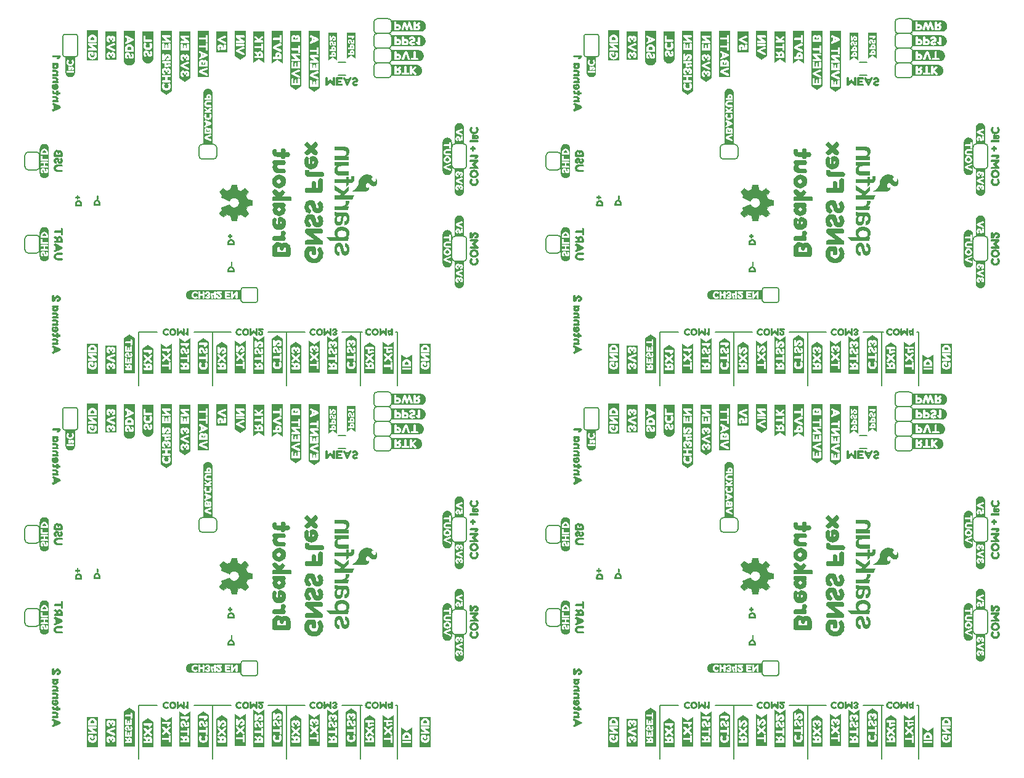
<source format=gbo>
%TF.GenerationSoftware,KiCad,Pcbnew,9.0.1*%
%TF.CreationDate,2025-04-10T15:07:41+01:00*%
%TF.ProjectId,SparkFun_GNSS_Flex_Breakout_panelized,53706172-6b46-4756-9e5f-474e53535f46,v01*%
%TF.SameCoordinates,Original*%
%TF.FileFunction,Legend,Bot*%
%TF.FilePolarity,Positive*%
%FSLAX46Y46*%
G04 Gerber Fmt 4.6, Leading zero omitted, Abs format (unit mm)*
G04 Created by KiCad (PCBNEW 9.0.1) date 2025-04-10 15:07:41*
%MOMM*%
%LPD*%
G01*
G04 APERTURE LIST*
%ADD10C,0.203200*%
%ADD11C,0.000000*%
%ADD12C,0.152400*%
%ADD13C,0.036868*%
G04 APERTURE END LIST*
D10*
X116070000Y58920000D02*
X118864000Y58920000D01*
X118610000Y254000D02*
X118610000Y7620000D01*
X16510000Y58920000D02*
X19050000Y58920000D01*
X52070000Y254000D02*
X52070000Y7620000D01*
X98290000Y254000D02*
X98290000Y7620000D01*
X123690000Y51554000D02*
X123690000Y58920000D01*
X36830000Y254000D02*
X36830000Y7620000D01*
X34290000Y58920000D02*
X39370000Y58920000D01*
X88130000Y58920000D02*
X90670000Y58920000D01*
X95750000Y7620000D02*
X100830000Y7620000D01*
X52070000Y51554000D02*
X52070000Y58920000D01*
X52070000Y58932160D02*
X51816000Y58932160D01*
X36830000Y51554000D02*
X36830000Y58920000D01*
X88130000Y51554000D02*
X88130000Y58920000D01*
X44450000Y7620000D02*
X47244000Y7620000D01*
X123690000Y7632160D02*
X123436000Y7632160D01*
X34290000Y7620000D02*
X39370000Y7620000D01*
X16510000Y254000D02*
X16510000Y7620000D01*
X108450000Y254000D02*
X108450000Y7620000D01*
X26670000Y254000D02*
X26670000Y7620000D01*
X46990000Y254000D02*
X46990000Y7620000D01*
X24130000Y7620000D02*
X29210000Y7620000D01*
X123690000Y254000D02*
X123690000Y7620000D01*
X24130000Y58920000D02*
X29210000Y58920000D01*
X16510000Y7620000D02*
X19050000Y7620000D01*
X116070000Y7620000D02*
X118864000Y7620000D01*
X16510000Y51554000D02*
X16510000Y58920000D01*
X108450000Y51554000D02*
X108450000Y58920000D01*
X123690000Y58932160D02*
X123436000Y58932160D01*
X88130000Y254000D02*
X88130000Y7620000D01*
X88130000Y7620000D02*
X90670000Y7620000D01*
X26670000Y51554000D02*
X26670000Y58920000D01*
X118610000Y51554000D02*
X118610000Y58920000D01*
X52070000Y7632160D02*
X51816000Y7632160D01*
X105910000Y58920000D02*
X110990000Y58920000D01*
X44450000Y58920000D02*
X47244000Y58920000D01*
X95750000Y58920000D02*
X100830000Y58920000D01*
X105910000Y7620000D02*
X110990000Y7620000D01*
X98290000Y51554000D02*
X98290000Y58920000D01*
X46990000Y51554000D02*
X46990000Y58920000D01*
D11*
%TO.C,kibuzzard-67D171E5*%
G36*
X8199206Y26433685D02*
G01*
X8235687Y26404358D01*
X8247847Y26369308D01*
X8249993Y26325674D01*
X8249993Y26231253D01*
X8342983Y26231253D01*
X8386617Y26229107D01*
X8421667Y26216947D01*
X8450994Y26181182D01*
X8460293Y26113943D01*
X8451710Y26045273D01*
X8423097Y26009508D01*
X8388047Y25997348D01*
X8344413Y25995202D01*
X8249993Y25995202D01*
X8249993Y25902212D01*
X8247847Y25857863D01*
X8235687Y25821382D01*
X8199921Y25791339D01*
X8131252Y25782040D01*
X8062582Y25790624D01*
X8026817Y25818521D01*
X8014657Y25851425D01*
X8012511Y25892197D01*
X8012511Y25995202D01*
X7919521Y25995202D01*
X7875887Y25997348D01*
X7840122Y26009508D01*
X7810079Y26045273D01*
X7800780Y26112512D01*
X7810079Y26181182D01*
X7839406Y26216947D01*
X7874456Y26229107D01*
X7918090Y26231253D01*
X8012511Y26231253D01*
X8012511Y26332827D01*
X8014657Y26373599D01*
X8026817Y26406504D01*
X8062582Y26434401D01*
X8129821Y26442984D01*
X8199206Y26433685D01*
G37*
G36*
X8358004Y25732773D02*
G01*
X8448848Y25705144D01*
X8532539Y25659097D01*
X8609077Y25594629D01*
X8672918Y25517376D01*
X8718519Y25432970D01*
X8745880Y25341411D01*
X8755000Y25242698D01*
X8755000Y24996632D01*
X8745701Y24920810D01*
X8713512Y24880753D01*
X8674170Y24867162D01*
X8626245Y24865016D01*
X7886617Y24865016D01*
X7835830Y24868592D01*
X7795773Y24883614D01*
X7765014Y24922956D01*
X7755000Y24995202D01*
X7755000Y25126818D01*
X7755000Y25238406D01*
X7755395Y25242698D01*
X8016803Y25242698D01*
X8016803Y25126818D01*
X8493197Y25126818D01*
X8493197Y25241268D01*
X8475672Y25332827D01*
X8423097Y25410080D01*
X8345844Y25462655D01*
X8254285Y25480180D01*
X8162904Y25462655D01*
X8086187Y25410080D01*
X8034149Y25333185D01*
X8016803Y25242698D01*
X7755395Y25242698D01*
X7764254Y25338996D01*
X7792017Y25431897D01*
X7838289Y25517108D01*
X7903069Y25594629D01*
X7980903Y25659097D01*
X8066338Y25705144D01*
X8159372Y25732773D01*
X8260007Y25741983D01*
X8358004Y25732773D01*
G37*
G36*
X79819206Y77733685D02*
G01*
X79855687Y77704358D01*
X79867847Y77669308D01*
X79869993Y77625674D01*
X79869993Y77531253D01*
X79962983Y77531253D01*
X80006617Y77529107D01*
X80041667Y77516947D01*
X80070994Y77481182D01*
X80080293Y77413943D01*
X80071710Y77345273D01*
X80043097Y77309508D01*
X80008047Y77297348D01*
X79964413Y77295202D01*
X79869993Y77295202D01*
X79869993Y77202212D01*
X79867847Y77157863D01*
X79855687Y77121382D01*
X79819921Y77091339D01*
X79751252Y77082040D01*
X79682582Y77090624D01*
X79646817Y77118521D01*
X79634657Y77151425D01*
X79632511Y77192197D01*
X79632511Y77295202D01*
X79539521Y77295202D01*
X79495887Y77297348D01*
X79460122Y77309508D01*
X79430079Y77345273D01*
X79420780Y77412512D01*
X79430079Y77481182D01*
X79459406Y77516947D01*
X79494456Y77529107D01*
X79538090Y77531253D01*
X79632511Y77531253D01*
X79632511Y77632827D01*
X79634657Y77673599D01*
X79646817Y77706504D01*
X79682582Y77734401D01*
X79749821Y77742984D01*
X79819206Y77733685D01*
G37*
G36*
X79978004Y77032773D02*
G01*
X80068848Y77005144D01*
X80152539Y76959097D01*
X80229077Y76894629D01*
X80292918Y76817376D01*
X80338519Y76732970D01*
X80365880Y76641411D01*
X80375000Y76542698D01*
X80375000Y76296632D01*
X80365701Y76220810D01*
X80333512Y76180753D01*
X80294170Y76167162D01*
X80246245Y76165016D01*
X79506617Y76165016D01*
X79455830Y76168592D01*
X79415773Y76183614D01*
X79385014Y76222956D01*
X79375000Y76295202D01*
X79375000Y76426818D01*
X79375000Y76538406D01*
X79375395Y76542698D01*
X79636803Y76542698D01*
X79636803Y76426818D01*
X80113197Y76426818D01*
X80113197Y76541268D01*
X80095672Y76632827D01*
X80043097Y76710080D01*
X79965844Y76762655D01*
X79874285Y76780180D01*
X79782904Y76762655D01*
X79706187Y76710080D01*
X79654149Y76633185D01*
X79636803Y76542698D01*
X79375395Y76542698D01*
X79384254Y76638996D01*
X79412017Y76731897D01*
X79458289Y76817108D01*
X79523069Y76894629D01*
X79600903Y76959097D01*
X79686338Y77005144D01*
X79779372Y77032773D01*
X79880007Y77041983D01*
X79978004Y77032773D01*
G37*
G36*
X8199206Y77733685D02*
G01*
X8235687Y77704358D01*
X8247847Y77669308D01*
X8249993Y77625674D01*
X8249993Y77531253D01*
X8342983Y77531253D01*
X8386617Y77529107D01*
X8421667Y77516947D01*
X8450994Y77481182D01*
X8460293Y77413943D01*
X8451710Y77345273D01*
X8423097Y77309508D01*
X8388047Y77297348D01*
X8344413Y77295202D01*
X8249993Y77295202D01*
X8249993Y77202212D01*
X8247847Y77157863D01*
X8235687Y77121382D01*
X8199921Y77091339D01*
X8131252Y77082040D01*
X8062582Y77090624D01*
X8026817Y77118521D01*
X8014657Y77151425D01*
X8012511Y77192197D01*
X8012511Y77295202D01*
X7919521Y77295202D01*
X7875887Y77297348D01*
X7840122Y77309508D01*
X7810079Y77345273D01*
X7800780Y77412512D01*
X7810079Y77481182D01*
X7839406Y77516947D01*
X7874456Y77529107D01*
X7918090Y77531253D01*
X8012511Y77531253D01*
X8012511Y77632827D01*
X8014657Y77673599D01*
X8026817Y77706504D01*
X8062582Y77734401D01*
X8129821Y77742984D01*
X8199206Y77733685D01*
G37*
G36*
X8358004Y77032773D02*
G01*
X8448848Y77005144D01*
X8532539Y76959097D01*
X8609077Y76894629D01*
X8672918Y76817376D01*
X8718519Y76732970D01*
X8745880Y76641411D01*
X8755000Y76542698D01*
X8755000Y76296632D01*
X8745701Y76220810D01*
X8713512Y76180753D01*
X8674170Y76167162D01*
X8626245Y76165016D01*
X7886617Y76165016D01*
X7835830Y76168592D01*
X7795773Y76183614D01*
X7765014Y76222956D01*
X7755000Y76295202D01*
X7755000Y76426818D01*
X7755000Y76538406D01*
X7755395Y76542698D01*
X8016803Y76542698D01*
X8016803Y76426818D01*
X8493197Y76426818D01*
X8493197Y76541268D01*
X8475672Y76632827D01*
X8423097Y76710080D01*
X8345844Y76762655D01*
X8254285Y76780180D01*
X8162904Y76762655D01*
X8086187Y76710080D01*
X8034149Y76633185D01*
X8016803Y76542698D01*
X7755395Y76542698D01*
X7764254Y76638996D01*
X7792017Y76731897D01*
X7838289Y76817108D01*
X7903069Y76894629D01*
X7980903Y76959097D01*
X8066338Y77005144D01*
X8159372Y77032773D01*
X8260007Y77041983D01*
X8358004Y77032773D01*
G37*
G36*
X79819206Y26433685D02*
G01*
X79855687Y26404358D01*
X79867847Y26369308D01*
X79869993Y26325674D01*
X79869993Y26231253D01*
X79962983Y26231253D01*
X80006617Y26229107D01*
X80041667Y26216947D01*
X80070994Y26181182D01*
X80080293Y26113943D01*
X80071710Y26045273D01*
X80043097Y26009508D01*
X80008047Y25997348D01*
X79964413Y25995202D01*
X79869993Y25995202D01*
X79869993Y25902212D01*
X79867847Y25857863D01*
X79855687Y25821382D01*
X79819921Y25791339D01*
X79751252Y25782040D01*
X79682582Y25790624D01*
X79646817Y25818521D01*
X79634657Y25851425D01*
X79632511Y25892197D01*
X79632511Y25995202D01*
X79539521Y25995202D01*
X79495887Y25997348D01*
X79460122Y26009508D01*
X79430079Y26045273D01*
X79420780Y26112512D01*
X79430079Y26181182D01*
X79459406Y26216947D01*
X79494456Y26229107D01*
X79538090Y26231253D01*
X79632511Y26231253D01*
X79632511Y26332827D01*
X79634657Y26373599D01*
X79646817Y26406504D01*
X79682582Y26434401D01*
X79749821Y26442984D01*
X79819206Y26433685D01*
G37*
G36*
X79978004Y25732773D02*
G01*
X80068848Y25705144D01*
X80152539Y25659097D01*
X80229077Y25594629D01*
X80292918Y25517376D01*
X80338519Y25432970D01*
X80365880Y25341411D01*
X80375000Y25242698D01*
X80375000Y24996632D01*
X80365701Y24920810D01*
X80333512Y24880753D01*
X80294170Y24867162D01*
X80246245Y24865016D01*
X79506617Y24865016D01*
X79455830Y24868592D01*
X79415773Y24883614D01*
X79385014Y24922956D01*
X79375000Y24995202D01*
X79375000Y25126818D01*
X79375000Y25238406D01*
X79375395Y25242698D01*
X79636803Y25242698D01*
X79636803Y25126818D01*
X80113197Y25126818D01*
X80113197Y25241268D01*
X80095672Y25332827D01*
X80043097Y25410080D01*
X79965844Y25462655D01*
X79874285Y25480180D01*
X79782904Y25462655D01*
X79706187Y25410080D01*
X79654149Y25333185D01*
X79636803Y25242698D01*
X79375395Y25242698D01*
X79384254Y25338996D01*
X79412017Y25431897D01*
X79458289Y25517108D01*
X79523069Y25594629D01*
X79600903Y25659097D01*
X79686338Y25705144D01*
X79779372Y25732773D01*
X79880007Y25741983D01*
X79978004Y25732773D01*
G37*
%TO.C,kibuzzard-67E6B4F7*%
G36*
X41054878Y33599213D02*
G01*
X41183634Y33373891D01*
X41054878Y33148569D01*
X40704378Y32805222D01*
X41054878Y32458298D01*
X41185422Y32236552D01*
X41054878Y32007654D01*
X40817039Y31877110D01*
X40597082Y32007654D01*
X40250157Y32351001D01*
X39899657Y32007654D01*
X39681488Y31878898D01*
X39445436Y32007654D01*
X39316681Y32238340D01*
X39445436Y32458298D01*
X39792361Y32805222D01*
X39445436Y33148569D01*
X39314893Y33370315D01*
X39445436Y33599213D01*
X39679700Y33731545D01*
X39899657Y33599213D01*
X40250157Y33255866D01*
X40597082Y33599213D01*
X40818827Y33731545D01*
X41054878Y33599213D01*
G37*
G36*
X39835279Y29892132D02*
G01*
X39928269Y29831330D01*
X39958670Y29761588D01*
X39964034Y29686481D01*
X39983705Y29602432D01*
X40110672Y29589914D01*
X41652160Y29589914D01*
X41773763Y29582761D01*
X41873906Y29548784D01*
X41956166Y29452217D01*
X41981202Y29268026D01*
X41956166Y29082046D01*
X41875694Y28981903D01*
X41779127Y28947926D01*
X41655737Y28942561D01*
X40071330Y28942561D01*
X39852715Y28951502D01*
X39683276Y28978326D01*
X39461531Y29110658D01*
X39361388Y29332403D01*
X39343952Y29482618D01*
X39338140Y29682904D01*
X39343505Y29761588D01*
X39375694Y29831330D01*
X39474049Y29892132D01*
X39660029Y29911803D01*
X39835279Y29892132D01*
G37*
G36*
X41702232Y28702933D02*
G01*
X41802375Y28622461D01*
X41836352Y28525894D01*
X41841717Y28406080D01*
X41841717Y27097067D01*
X41771974Y26834192D01*
X41516252Y26760873D01*
X39667182Y26760873D01*
X39543791Y26766237D01*
X39445436Y26800215D01*
X39363176Y26900358D01*
X39338140Y27086338D01*
X39363176Y27275894D01*
X39443648Y27376037D01*
X39540215Y27410014D01*
X39663605Y27415379D01*
X40310959Y27415379D01*
X40310959Y28069886D01*
X40316323Y28186123D01*
X40344936Y28273748D01*
X40427196Y28343491D01*
X40582775Y28363162D01*
X40747296Y28343491D01*
X40833133Y28275536D01*
X40863534Y28189700D01*
X40868898Y28073462D01*
X40868898Y27415379D01*
X41187210Y27415379D01*
X41187210Y28398927D01*
X41192575Y28522318D01*
X41226552Y28620672D01*
X41324907Y28702933D01*
X41512675Y28727969D01*
X41702232Y28702933D01*
G37*
G36*
X41632489Y21802003D02*
G01*
X41730844Y21768026D01*
X41813104Y21667883D01*
X41838140Y21481903D01*
X41813104Y21295923D01*
X41736209Y21195780D01*
X41641431Y21160014D01*
X41523405Y21152861D01*
X40496938Y21152861D01*
X41698655Y20258727D01*
X41771974Y20194349D01*
X41816681Y20103147D01*
X41838140Y19940415D01*
X41814893Y19752647D01*
X41737997Y19654292D01*
X41643219Y19618526D01*
X41523405Y19611373D01*
X39667182Y19611373D01*
X39542003Y19618526D01*
X39443648Y19652504D01*
X39363176Y19749070D01*
X39338140Y19933262D01*
X39363176Y20122818D01*
X39443648Y20222961D01*
X39540215Y20256938D01*
X39663605Y20262303D01*
X40657883Y20262303D01*
X39434707Y21188627D01*
X39357811Y21294134D01*
X39338140Y21478326D01*
X39363176Y21667883D01*
X39443648Y21768026D01*
X39540215Y21802003D01*
X39663605Y21807368D01*
X41509099Y21807368D01*
X41632489Y21802003D01*
G37*
G36*
X40723155Y31736284D02*
G01*
X40961888Y31576681D01*
X41091041Y31413948D01*
X41168533Y31209490D01*
X41194363Y30963305D01*
X41164758Y30692481D01*
X41075940Y30457026D01*
X40927911Y30256938D01*
X40732990Y30104936D01*
X40503495Y30013734D01*
X40239428Y29983333D01*
X40076695Y29997192D01*
X39917539Y30038770D01*
X39763748Y30107618D01*
X39617110Y30203290D01*
X39487908Y30334281D01*
X39386423Y30509084D01*
X39320705Y30720100D01*
X39298798Y30959728D01*
X39319140Y31285193D01*
X39380165Y31517668D01*
X39481872Y31657153D01*
X39624263Y31703648D01*
X39788784Y31657153D01*
X39917539Y31560587D01*
X39960458Y31442561D01*
X39913963Y31278040D01*
X39867468Y30988340D01*
X39917539Y30777325D01*
X40053448Y30670029D01*
X40053448Y31070601D01*
X40389642Y31070601D01*
X40389642Y30670029D01*
X40548798Y30754077D01*
X40618541Y30956152D01*
X40580987Y31109943D01*
X40475479Y31167167D01*
X40389642Y31070601D01*
X40053448Y31070601D01*
X40053448Y31431831D01*
X40080719Y31577128D01*
X40162532Y31691130D01*
X40294417Y31764896D01*
X40471903Y31789485D01*
X40723155Y31736284D01*
G37*
G36*
X40413784Y25700876D02*
G01*
X40607811Y25600286D01*
X40743720Y25443366D01*
X40836710Y25240844D01*
X40892146Y25011946D01*
X40936853Y24793777D01*
X40999442Y24652504D01*
X41115680Y24589914D01*
X41224764Y24647139D01*
X41269471Y24779471D01*
X41256953Y24897496D01*
X41230129Y24967239D01*
X41188999Y25017310D01*
X41155021Y25058441D01*
X41088856Y25298069D01*
X41262318Y25509084D01*
X41482275Y25594921D01*
X41666466Y25466166D01*
X41785684Y25280583D01*
X41857215Y25052877D01*
X41881059Y24783047D01*
X41857016Y24553751D01*
X41784890Y24352273D01*
X41664678Y24178612D01*
X41507907Y24045486D01*
X41326099Y23965610D01*
X41119256Y23938984D01*
X40886781Y23967597D01*
X40693648Y24053433D01*
X40539857Y24196495D01*
X40425408Y24396781D01*
X40376677Y24532242D01*
X40330629Y24702575D01*
X40246581Y24983333D01*
X40135708Y25076323D01*
X39969399Y25011946D01*
X39917539Y24800930D01*
X39951516Y24659657D01*
X40082060Y24514807D01*
X40212405Y24353465D01*
X40236249Y24198482D01*
X40153591Y24049857D01*
X39924692Y23899642D01*
X39692217Y23989056D01*
X39667182Y24010515D01*
X39617110Y24049857D01*
X39554521Y24112446D01*
X39484778Y24198283D01*
X39416824Y24309156D01*
X39357811Y24446853D01*
X39318469Y24614950D01*
X39302375Y24815236D01*
X39329199Y25053076D01*
X39420401Y25298069D01*
X39579557Y25518026D01*
X39820973Y25673605D01*
X39975658Y25719206D01*
X40146438Y25734406D01*
X40413784Y25700876D01*
G37*
G36*
X40413784Y23762393D02*
G01*
X40607811Y23661803D01*
X40743720Y23504882D01*
X40836710Y23302361D01*
X40892146Y23073462D01*
X40936853Y22855293D01*
X40999442Y22714020D01*
X41115680Y22651431D01*
X41224764Y22708655D01*
X41269471Y22840987D01*
X41256953Y22959013D01*
X41230129Y23028755D01*
X41188999Y23078827D01*
X41155021Y23119957D01*
X41088856Y23359585D01*
X41262318Y23570601D01*
X41482275Y23656438D01*
X41666466Y23527682D01*
X41785684Y23342100D01*
X41857215Y23114394D01*
X41881059Y22844564D01*
X41857016Y22615268D01*
X41784890Y22413790D01*
X41664678Y22240129D01*
X41507907Y22107002D01*
X41326099Y22027126D01*
X41119256Y22000501D01*
X40886781Y22029113D01*
X40693648Y22114950D01*
X40539857Y22258011D01*
X40425408Y22458298D01*
X40376677Y22593759D01*
X40330629Y22764092D01*
X40246581Y23044850D01*
X40135708Y23137840D01*
X39969399Y23073462D01*
X39917539Y22862446D01*
X39951516Y22721173D01*
X40082060Y22576323D01*
X40212405Y22414982D01*
X40236249Y22259998D01*
X40153591Y22111373D01*
X39924692Y21961159D01*
X39692217Y22050572D01*
X39667182Y22072031D01*
X39617110Y22111373D01*
X39554521Y22173963D01*
X39484778Y22259800D01*
X39416824Y22370672D01*
X39357811Y22508369D01*
X39318469Y22676466D01*
X39302375Y22876753D01*
X39329199Y23114592D01*
X39420401Y23359585D01*
X39579557Y23579542D01*
X39820973Y23735122D01*
X39975658Y23780722D01*
X40146438Y23795923D01*
X40413784Y23762393D01*
G37*
G36*
X40650730Y19348498D02*
G01*
X40729413Y19332403D01*
X40800944Y19289485D01*
X40847439Y19205436D01*
X40872475Y19067740D01*
X40872475Y18441845D01*
X40867110Y18345279D01*
X40838498Y18266595D01*
X40754449Y18200429D01*
X40597082Y18180758D01*
X40436137Y18198641D01*
X40352089Y18259442D01*
X40323476Y18334549D01*
X40318112Y18431116D01*
X40318112Y18695780D01*
X40010529Y18695780D01*
X39975658Y18543777D01*
X39964034Y18338126D01*
X40013212Y18106545D01*
X40160744Y17905365D01*
X40373548Y17765880D01*
X40618541Y17719385D01*
X40855933Y17764092D01*
X41053090Y17898212D01*
X41185869Y18095815D01*
X41230129Y18330973D01*
X41205093Y18551824D01*
X41129986Y18735122D01*
X41047725Y18928255D01*
X41095114Y19060587D01*
X41237282Y19192918D01*
X41437568Y19275179D01*
X41541288Y19241202D01*
X41616395Y19175036D01*
X41687926Y19074893D01*
X41770633Y18921549D01*
X41832775Y18733333D01*
X41871670Y18534388D01*
X41884635Y18348856D01*
X41861499Y18093692D01*
X41792092Y17857529D01*
X41676414Y17640366D01*
X41514464Y17442203D01*
X41320101Y17277124D01*
X41107185Y17159210D01*
X40875716Y17088461D01*
X40625694Y17064878D01*
X40363489Y17088126D01*
X40120508Y17157868D01*
X39896751Y17274106D01*
X39692217Y17436838D01*
X39521661Y17631760D01*
X39399835Y17844564D01*
X39326740Y18075250D01*
X39302375Y18323820D01*
X39317873Y18598021D01*
X39364368Y18834072D01*
X39441860Y19031974D01*
X39524567Y19163412D01*
X39622475Y19264449D01*
X39828126Y19350286D01*
X40561316Y19350286D01*
X40650730Y19348498D01*
G37*
G36*
X112674878Y33599213D02*
G01*
X112803634Y33373891D01*
X112674878Y33148569D01*
X112324378Y32805222D01*
X112674878Y32458298D01*
X112805422Y32236552D01*
X112674878Y32007654D01*
X112437039Y31877110D01*
X112217082Y32007654D01*
X111870157Y32351001D01*
X111519657Y32007654D01*
X111301488Y31878898D01*
X111065436Y32007654D01*
X110936681Y32238340D01*
X111065436Y32458298D01*
X111412361Y32805222D01*
X111065436Y33148569D01*
X110934893Y33370315D01*
X111065436Y33599213D01*
X111299700Y33731545D01*
X111519657Y33599213D01*
X111870157Y33255866D01*
X112217082Y33599213D01*
X112438827Y33731545D01*
X112674878Y33599213D01*
G37*
G36*
X111455279Y29892132D02*
G01*
X111548269Y29831330D01*
X111578670Y29761588D01*
X111584034Y29686481D01*
X111603705Y29602432D01*
X111730672Y29589914D01*
X113272160Y29589914D01*
X113393763Y29582761D01*
X113493906Y29548784D01*
X113576166Y29452217D01*
X113601202Y29268026D01*
X113576166Y29082046D01*
X113495694Y28981903D01*
X113399127Y28947926D01*
X113275737Y28942561D01*
X111691330Y28942561D01*
X111472715Y28951502D01*
X111303276Y28978326D01*
X111081531Y29110658D01*
X110981388Y29332403D01*
X110963952Y29482618D01*
X110958140Y29682904D01*
X110963505Y29761588D01*
X110995694Y29831330D01*
X111094049Y29892132D01*
X111280029Y29911803D01*
X111455279Y29892132D01*
G37*
G36*
X113322232Y28702933D02*
G01*
X113422375Y28622461D01*
X113456352Y28525894D01*
X113461717Y28406080D01*
X113461717Y27097067D01*
X113391974Y26834192D01*
X113136252Y26760873D01*
X111287182Y26760873D01*
X111163791Y26766237D01*
X111065436Y26800215D01*
X110983176Y26900358D01*
X110958140Y27086338D01*
X110983176Y27275894D01*
X111063648Y27376037D01*
X111160215Y27410014D01*
X111283605Y27415379D01*
X111930959Y27415379D01*
X111930959Y28069886D01*
X111936323Y28186123D01*
X111964936Y28273748D01*
X112047196Y28343491D01*
X112202775Y28363162D01*
X112367296Y28343491D01*
X112453133Y28275536D01*
X112483534Y28189700D01*
X112488898Y28073462D01*
X112488898Y27415379D01*
X112807210Y27415379D01*
X112807210Y28398927D01*
X112812575Y28522318D01*
X112846552Y28620672D01*
X112944907Y28702933D01*
X113132675Y28727969D01*
X113322232Y28702933D01*
G37*
G36*
X113252489Y21802003D02*
G01*
X113350844Y21768026D01*
X113433104Y21667883D01*
X113458140Y21481903D01*
X113433104Y21295923D01*
X113356209Y21195780D01*
X113261431Y21160014D01*
X113143405Y21152861D01*
X112116938Y21152861D01*
X113318655Y20258727D01*
X113391974Y20194349D01*
X113436681Y20103147D01*
X113458140Y19940415D01*
X113434893Y19752647D01*
X113357997Y19654292D01*
X113263219Y19618526D01*
X113143405Y19611373D01*
X111287182Y19611373D01*
X111162003Y19618526D01*
X111063648Y19652504D01*
X110983176Y19749070D01*
X110958140Y19933262D01*
X110983176Y20122818D01*
X111063648Y20222961D01*
X111160215Y20256938D01*
X111283605Y20262303D01*
X112277883Y20262303D01*
X111054707Y21188627D01*
X110977811Y21294134D01*
X110958140Y21478326D01*
X110983176Y21667883D01*
X111063648Y21768026D01*
X111160215Y21802003D01*
X111283605Y21807368D01*
X113129099Y21807368D01*
X113252489Y21802003D01*
G37*
G36*
X112343155Y31736284D02*
G01*
X112581888Y31576681D01*
X112711041Y31413948D01*
X112788533Y31209490D01*
X112814363Y30963305D01*
X112784758Y30692481D01*
X112695940Y30457026D01*
X112547911Y30256938D01*
X112352990Y30104936D01*
X112123495Y30013734D01*
X111859428Y29983333D01*
X111696695Y29997192D01*
X111537539Y30038770D01*
X111383748Y30107618D01*
X111237110Y30203290D01*
X111107908Y30334281D01*
X111006423Y30509084D01*
X110940705Y30720100D01*
X110918798Y30959728D01*
X110939140Y31285193D01*
X111000165Y31517668D01*
X111101872Y31657153D01*
X111244263Y31703648D01*
X111408784Y31657153D01*
X111537539Y31560587D01*
X111580458Y31442561D01*
X111533963Y31278040D01*
X111487468Y30988340D01*
X111537539Y30777325D01*
X111673448Y30670029D01*
X111673448Y31070601D01*
X112009642Y31070601D01*
X112009642Y30670029D01*
X112168798Y30754077D01*
X112238541Y30956152D01*
X112200987Y31109943D01*
X112095479Y31167167D01*
X112009642Y31070601D01*
X111673448Y31070601D01*
X111673448Y31431831D01*
X111700719Y31577128D01*
X111782532Y31691130D01*
X111914417Y31764896D01*
X112091903Y31789485D01*
X112343155Y31736284D01*
G37*
G36*
X112033784Y25700876D02*
G01*
X112227811Y25600286D01*
X112363720Y25443366D01*
X112456710Y25240844D01*
X112512146Y25011946D01*
X112556853Y24793777D01*
X112619442Y24652504D01*
X112735680Y24589914D01*
X112844764Y24647139D01*
X112889471Y24779471D01*
X112876953Y24897496D01*
X112850129Y24967239D01*
X112808999Y25017310D01*
X112775021Y25058441D01*
X112708856Y25298069D01*
X112882318Y25509084D01*
X113102275Y25594921D01*
X113286466Y25466166D01*
X113405684Y25280583D01*
X113477215Y25052877D01*
X113501059Y24783047D01*
X113477016Y24553751D01*
X113404890Y24352273D01*
X113284678Y24178612D01*
X113127907Y24045486D01*
X112946099Y23965610D01*
X112739256Y23938984D01*
X112506781Y23967597D01*
X112313648Y24053433D01*
X112159857Y24196495D01*
X112045408Y24396781D01*
X111996677Y24532242D01*
X111950629Y24702575D01*
X111866581Y24983333D01*
X111755708Y25076323D01*
X111589399Y25011946D01*
X111537539Y24800930D01*
X111571516Y24659657D01*
X111702060Y24514807D01*
X111832405Y24353465D01*
X111856249Y24198482D01*
X111773591Y24049857D01*
X111544692Y23899642D01*
X111312217Y23989056D01*
X111287182Y24010515D01*
X111237110Y24049857D01*
X111174521Y24112446D01*
X111104778Y24198283D01*
X111036824Y24309156D01*
X110977811Y24446853D01*
X110938469Y24614950D01*
X110922375Y24815236D01*
X110949199Y25053076D01*
X111040401Y25298069D01*
X111199557Y25518026D01*
X111440973Y25673605D01*
X111595658Y25719206D01*
X111766438Y25734406D01*
X112033784Y25700876D01*
G37*
G36*
X112033784Y23762393D02*
G01*
X112227811Y23661803D01*
X112363720Y23504882D01*
X112456710Y23302361D01*
X112512146Y23073462D01*
X112556853Y22855293D01*
X112619442Y22714020D01*
X112735680Y22651431D01*
X112844764Y22708655D01*
X112889471Y22840987D01*
X112876953Y22959013D01*
X112850129Y23028755D01*
X112808999Y23078827D01*
X112775021Y23119957D01*
X112708856Y23359585D01*
X112882318Y23570601D01*
X113102275Y23656438D01*
X113286466Y23527682D01*
X113405684Y23342100D01*
X113477215Y23114394D01*
X113501059Y22844564D01*
X113477016Y22615268D01*
X113404890Y22413790D01*
X113284678Y22240129D01*
X113127907Y22107002D01*
X112946099Y22027126D01*
X112739256Y22000501D01*
X112506781Y22029113D01*
X112313648Y22114950D01*
X112159857Y22258011D01*
X112045408Y22458298D01*
X111996677Y22593759D01*
X111950629Y22764092D01*
X111866581Y23044850D01*
X111755708Y23137840D01*
X111589399Y23073462D01*
X111537539Y22862446D01*
X111571516Y22721173D01*
X111702060Y22576323D01*
X111832405Y22414982D01*
X111856249Y22259998D01*
X111773591Y22111373D01*
X111544692Y21961159D01*
X111312217Y22050572D01*
X111287182Y22072031D01*
X111237110Y22111373D01*
X111174521Y22173963D01*
X111104778Y22259800D01*
X111036824Y22370672D01*
X110977811Y22508369D01*
X110938469Y22676466D01*
X110922375Y22876753D01*
X110949199Y23114592D01*
X111040401Y23359585D01*
X111199557Y23579542D01*
X111440973Y23735122D01*
X111595658Y23780722D01*
X111766438Y23795923D01*
X112033784Y23762393D01*
G37*
G36*
X112270730Y19348498D02*
G01*
X112349413Y19332403D01*
X112420944Y19289485D01*
X112467439Y19205436D01*
X112492475Y19067740D01*
X112492475Y18441845D01*
X112487110Y18345279D01*
X112458498Y18266595D01*
X112374449Y18200429D01*
X112217082Y18180758D01*
X112056137Y18198641D01*
X111972089Y18259442D01*
X111943476Y18334549D01*
X111938112Y18431116D01*
X111938112Y18695780D01*
X111630529Y18695780D01*
X111595658Y18543777D01*
X111584034Y18338126D01*
X111633212Y18106545D01*
X111780744Y17905365D01*
X111993548Y17765880D01*
X112238541Y17719385D01*
X112475933Y17764092D01*
X112673090Y17898212D01*
X112805869Y18095815D01*
X112850129Y18330973D01*
X112825093Y18551824D01*
X112749986Y18735122D01*
X112667725Y18928255D01*
X112715114Y19060587D01*
X112857282Y19192918D01*
X113057568Y19275179D01*
X113161288Y19241202D01*
X113236395Y19175036D01*
X113307926Y19074893D01*
X113390633Y18921549D01*
X113452775Y18733333D01*
X113491670Y18534388D01*
X113504635Y18348856D01*
X113481499Y18093692D01*
X113412092Y17857529D01*
X113296414Y17640366D01*
X113134464Y17442203D01*
X112940101Y17277124D01*
X112727185Y17159210D01*
X112495716Y17088461D01*
X112245694Y17064878D01*
X111983489Y17088126D01*
X111740508Y17157868D01*
X111516751Y17274106D01*
X111312217Y17436838D01*
X111141661Y17631760D01*
X111019835Y17844564D01*
X110946740Y18075250D01*
X110922375Y18323820D01*
X110937873Y18598021D01*
X110984368Y18834072D01*
X111061860Y19031974D01*
X111144567Y19163412D01*
X111242475Y19264449D01*
X111448126Y19350286D01*
X112181316Y19350286D01*
X112270730Y19348498D01*
G37*
G36*
X41054878Y84899213D02*
G01*
X41183634Y84673891D01*
X41054878Y84448569D01*
X40704378Y84105222D01*
X41054878Y83758298D01*
X41185422Y83536552D01*
X41054878Y83307654D01*
X40817039Y83177110D01*
X40597082Y83307654D01*
X40250157Y83651001D01*
X39899657Y83307654D01*
X39681488Y83178898D01*
X39445436Y83307654D01*
X39316681Y83538340D01*
X39445436Y83758298D01*
X39792361Y84105222D01*
X39445436Y84448569D01*
X39314893Y84670315D01*
X39445436Y84899213D01*
X39679700Y85031545D01*
X39899657Y84899213D01*
X40250157Y84555866D01*
X40597082Y84899213D01*
X40818827Y85031545D01*
X41054878Y84899213D01*
G37*
G36*
X39835279Y81192132D02*
G01*
X39928269Y81131330D01*
X39958670Y81061588D01*
X39964034Y80986481D01*
X39983705Y80902432D01*
X40110672Y80889914D01*
X41652160Y80889914D01*
X41773763Y80882761D01*
X41873906Y80848784D01*
X41956166Y80752217D01*
X41981202Y80568026D01*
X41956166Y80382046D01*
X41875694Y80281903D01*
X41779127Y80247926D01*
X41655737Y80242561D01*
X40071330Y80242561D01*
X39852715Y80251502D01*
X39683276Y80278326D01*
X39461531Y80410658D01*
X39361388Y80632403D01*
X39343952Y80782618D01*
X39338140Y80982904D01*
X39343505Y81061588D01*
X39375694Y81131330D01*
X39474049Y81192132D01*
X39660029Y81211803D01*
X39835279Y81192132D01*
G37*
G36*
X41702232Y80002933D02*
G01*
X41802375Y79922461D01*
X41836352Y79825894D01*
X41841717Y79706080D01*
X41841717Y78397067D01*
X41771974Y78134192D01*
X41516252Y78060873D01*
X39667182Y78060873D01*
X39543791Y78066237D01*
X39445436Y78100215D01*
X39363176Y78200358D01*
X39338140Y78386338D01*
X39363176Y78575894D01*
X39443648Y78676037D01*
X39540215Y78710014D01*
X39663605Y78715379D01*
X40310959Y78715379D01*
X40310959Y79369886D01*
X40316323Y79486123D01*
X40344936Y79573748D01*
X40427196Y79643491D01*
X40582775Y79663162D01*
X40747296Y79643491D01*
X40833133Y79575536D01*
X40863534Y79489700D01*
X40868898Y79373462D01*
X40868898Y78715379D01*
X41187210Y78715379D01*
X41187210Y79698927D01*
X41192575Y79822318D01*
X41226552Y79920672D01*
X41324907Y80002933D01*
X41512675Y80027969D01*
X41702232Y80002933D01*
G37*
G36*
X41632489Y73102003D02*
G01*
X41730844Y73068026D01*
X41813104Y72967883D01*
X41838140Y72781903D01*
X41813104Y72595923D01*
X41736209Y72495780D01*
X41641431Y72460014D01*
X41523405Y72452861D01*
X40496938Y72452861D01*
X41698655Y71558727D01*
X41771974Y71494349D01*
X41816681Y71403147D01*
X41838140Y71240415D01*
X41814893Y71052647D01*
X41737997Y70954292D01*
X41643219Y70918526D01*
X41523405Y70911373D01*
X39667182Y70911373D01*
X39542003Y70918526D01*
X39443648Y70952504D01*
X39363176Y71049070D01*
X39338140Y71233262D01*
X39363176Y71422818D01*
X39443648Y71522961D01*
X39540215Y71556938D01*
X39663605Y71562303D01*
X40657883Y71562303D01*
X39434707Y72488627D01*
X39357811Y72594134D01*
X39338140Y72778326D01*
X39363176Y72967883D01*
X39443648Y73068026D01*
X39540215Y73102003D01*
X39663605Y73107368D01*
X41509099Y73107368D01*
X41632489Y73102003D01*
G37*
G36*
X40723155Y83036284D02*
G01*
X40961888Y82876681D01*
X41091041Y82713948D01*
X41168533Y82509490D01*
X41194363Y82263305D01*
X41164758Y81992481D01*
X41075940Y81757026D01*
X40927911Y81556938D01*
X40732990Y81404936D01*
X40503495Y81313734D01*
X40239428Y81283333D01*
X40076695Y81297192D01*
X39917539Y81338770D01*
X39763748Y81407618D01*
X39617110Y81503290D01*
X39487908Y81634281D01*
X39386423Y81809084D01*
X39320705Y82020100D01*
X39298798Y82259728D01*
X39319140Y82585193D01*
X39380165Y82817668D01*
X39481872Y82957153D01*
X39624263Y83003648D01*
X39788784Y82957153D01*
X39917539Y82860587D01*
X39960458Y82742561D01*
X39913963Y82578040D01*
X39867468Y82288340D01*
X39917539Y82077325D01*
X40053448Y81970029D01*
X40053448Y82370601D01*
X40389642Y82370601D01*
X40389642Y81970029D01*
X40548798Y82054077D01*
X40618541Y82256152D01*
X40580987Y82409943D01*
X40475479Y82467167D01*
X40389642Y82370601D01*
X40053448Y82370601D01*
X40053448Y82731831D01*
X40080719Y82877128D01*
X40162532Y82991130D01*
X40294417Y83064896D01*
X40471903Y83089485D01*
X40723155Y83036284D01*
G37*
G36*
X40413784Y77000876D02*
G01*
X40607811Y76900286D01*
X40743720Y76743366D01*
X40836710Y76540844D01*
X40892146Y76311946D01*
X40936853Y76093777D01*
X40999442Y75952504D01*
X41115680Y75889914D01*
X41224764Y75947139D01*
X41269471Y76079471D01*
X41256953Y76197496D01*
X41230129Y76267239D01*
X41188999Y76317310D01*
X41155021Y76358441D01*
X41088856Y76598069D01*
X41262318Y76809084D01*
X41482275Y76894921D01*
X41666466Y76766166D01*
X41785684Y76580583D01*
X41857215Y76352877D01*
X41881059Y76083047D01*
X41857016Y75853751D01*
X41784890Y75652273D01*
X41664678Y75478612D01*
X41507907Y75345486D01*
X41326099Y75265610D01*
X41119256Y75238984D01*
X40886781Y75267597D01*
X40693648Y75353433D01*
X40539857Y75496495D01*
X40425408Y75696781D01*
X40376677Y75832242D01*
X40330629Y76002575D01*
X40246581Y76283333D01*
X40135708Y76376323D01*
X39969399Y76311946D01*
X39917539Y76100930D01*
X39951516Y75959657D01*
X40082060Y75814807D01*
X40212405Y75653465D01*
X40236249Y75498482D01*
X40153591Y75349857D01*
X39924692Y75199642D01*
X39692217Y75289056D01*
X39667182Y75310515D01*
X39617110Y75349857D01*
X39554521Y75412446D01*
X39484778Y75498283D01*
X39416824Y75609156D01*
X39357811Y75746853D01*
X39318469Y75914950D01*
X39302375Y76115236D01*
X39329199Y76353076D01*
X39420401Y76598069D01*
X39579557Y76818026D01*
X39820973Y76973605D01*
X39975658Y77019206D01*
X40146438Y77034406D01*
X40413784Y77000876D01*
G37*
G36*
X40413784Y75062393D02*
G01*
X40607811Y74961803D01*
X40743720Y74804882D01*
X40836710Y74602361D01*
X40892146Y74373462D01*
X40936853Y74155293D01*
X40999442Y74014020D01*
X41115680Y73951431D01*
X41224764Y74008655D01*
X41269471Y74140987D01*
X41256953Y74259013D01*
X41230129Y74328755D01*
X41188999Y74378827D01*
X41155021Y74419957D01*
X41088856Y74659585D01*
X41262318Y74870601D01*
X41482275Y74956438D01*
X41666466Y74827682D01*
X41785684Y74642100D01*
X41857215Y74414394D01*
X41881059Y74144564D01*
X41857016Y73915268D01*
X41784890Y73713790D01*
X41664678Y73540129D01*
X41507907Y73407002D01*
X41326099Y73327126D01*
X41119256Y73300501D01*
X40886781Y73329113D01*
X40693648Y73414950D01*
X40539857Y73558011D01*
X40425408Y73758298D01*
X40376677Y73893759D01*
X40330629Y74064092D01*
X40246581Y74344850D01*
X40135708Y74437840D01*
X39969399Y74373462D01*
X39917539Y74162446D01*
X39951516Y74021173D01*
X40082060Y73876323D01*
X40212405Y73714982D01*
X40236249Y73559998D01*
X40153591Y73411373D01*
X39924692Y73261159D01*
X39692217Y73350572D01*
X39667182Y73372031D01*
X39617110Y73411373D01*
X39554521Y73473963D01*
X39484778Y73559800D01*
X39416824Y73670672D01*
X39357811Y73808369D01*
X39318469Y73976466D01*
X39302375Y74176753D01*
X39329199Y74414592D01*
X39420401Y74659585D01*
X39579557Y74879542D01*
X39820973Y75035122D01*
X39975658Y75080722D01*
X40146438Y75095923D01*
X40413784Y75062393D01*
G37*
G36*
X40650730Y70648498D02*
G01*
X40729413Y70632403D01*
X40800944Y70589485D01*
X40847439Y70505436D01*
X40872475Y70367740D01*
X40872475Y69741845D01*
X40867110Y69645279D01*
X40838498Y69566595D01*
X40754449Y69500429D01*
X40597082Y69480758D01*
X40436137Y69498641D01*
X40352089Y69559442D01*
X40323476Y69634549D01*
X40318112Y69731116D01*
X40318112Y69995780D01*
X40010529Y69995780D01*
X39975658Y69843777D01*
X39964034Y69638126D01*
X40013212Y69406545D01*
X40160744Y69205365D01*
X40373548Y69065880D01*
X40618541Y69019385D01*
X40855933Y69064092D01*
X41053090Y69198212D01*
X41185869Y69395815D01*
X41230129Y69630973D01*
X41205093Y69851824D01*
X41129986Y70035122D01*
X41047725Y70228255D01*
X41095114Y70360587D01*
X41237282Y70492918D01*
X41437568Y70575179D01*
X41541288Y70541202D01*
X41616395Y70475036D01*
X41687926Y70374893D01*
X41770633Y70221549D01*
X41832775Y70033333D01*
X41871670Y69834388D01*
X41884635Y69648856D01*
X41861499Y69393692D01*
X41792092Y69157529D01*
X41676414Y68940366D01*
X41514464Y68742203D01*
X41320101Y68577124D01*
X41107185Y68459210D01*
X40875716Y68388461D01*
X40625694Y68364878D01*
X40363489Y68388126D01*
X40120508Y68457868D01*
X39896751Y68574106D01*
X39692217Y68736838D01*
X39521661Y68931760D01*
X39399835Y69144564D01*
X39326740Y69375250D01*
X39302375Y69623820D01*
X39317873Y69898021D01*
X39364368Y70134072D01*
X39441860Y70331974D01*
X39524567Y70463412D01*
X39622475Y70564449D01*
X39828126Y70650286D01*
X40561316Y70650286D01*
X40650730Y70648498D01*
G37*
G36*
X112674878Y84899213D02*
G01*
X112803634Y84673891D01*
X112674878Y84448569D01*
X112324378Y84105222D01*
X112674878Y83758298D01*
X112805422Y83536552D01*
X112674878Y83307654D01*
X112437039Y83177110D01*
X112217082Y83307654D01*
X111870157Y83651001D01*
X111519657Y83307654D01*
X111301488Y83178898D01*
X111065436Y83307654D01*
X110936681Y83538340D01*
X111065436Y83758298D01*
X111412361Y84105222D01*
X111065436Y84448569D01*
X110934893Y84670315D01*
X111065436Y84899213D01*
X111299700Y85031545D01*
X111519657Y84899213D01*
X111870157Y84555866D01*
X112217082Y84899213D01*
X112438827Y85031545D01*
X112674878Y84899213D01*
G37*
G36*
X111455279Y81192132D02*
G01*
X111548269Y81131330D01*
X111578670Y81061588D01*
X111584034Y80986481D01*
X111603705Y80902432D01*
X111730672Y80889914D01*
X113272160Y80889914D01*
X113393763Y80882761D01*
X113493906Y80848784D01*
X113576166Y80752217D01*
X113601202Y80568026D01*
X113576166Y80382046D01*
X113495694Y80281903D01*
X113399127Y80247926D01*
X113275737Y80242561D01*
X111691330Y80242561D01*
X111472715Y80251502D01*
X111303276Y80278326D01*
X111081531Y80410658D01*
X110981388Y80632403D01*
X110963952Y80782618D01*
X110958140Y80982904D01*
X110963505Y81061588D01*
X110995694Y81131330D01*
X111094049Y81192132D01*
X111280029Y81211803D01*
X111455279Y81192132D01*
G37*
G36*
X113322232Y80002933D02*
G01*
X113422375Y79922461D01*
X113456352Y79825894D01*
X113461717Y79706080D01*
X113461717Y78397067D01*
X113391974Y78134192D01*
X113136252Y78060873D01*
X111287182Y78060873D01*
X111163791Y78066237D01*
X111065436Y78100215D01*
X110983176Y78200358D01*
X110958140Y78386338D01*
X110983176Y78575894D01*
X111063648Y78676037D01*
X111160215Y78710014D01*
X111283605Y78715379D01*
X111930959Y78715379D01*
X111930959Y79369886D01*
X111936323Y79486123D01*
X111964936Y79573748D01*
X112047196Y79643491D01*
X112202775Y79663162D01*
X112367296Y79643491D01*
X112453133Y79575536D01*
X112483534Y79489700D01*
X112488898Y79373462D01*
X112488898Y78715379D01*
X112807210Y78715379D01*
X112807210Y79698927D01*
X112812575Y79822318D01*
X112846552Y79920672D01*
X112944907Y80002933D01*
X113132675Y80027969D01*
X113322232Y80002933D01*
G37*
G36*
X113252489Y73102003D02*
G01*
X113350844Y73068026D01*
X113433104Y72967883D01*
X113458140Y72781903D01*
X113433104Y72595923D01*
X113356209Y72495780D01*
X113261431Y72460014D01*
X113143405Y72452861D01*
X112116938Y72452861D01*
X113318655Y71558727D01*
X113391974Y71494349D01*
X113436681Y71403147D01*
X113458140Y71240415D01*
X113434893Y71052647D01*
X113357997Y70954292D01*
X113263219Y70918526D01*
X113143405Y70911373D01*
X111287182Y70911373D01*
X111162003Y70918526D01*
X111063648Y70952504D01*
X110983176Y71049070D01*
X110958140Y71233262D01*
X110983176Y71422818D01*
X111063648Y71522961D01*
X111160215Y71556938D01*
X111283605Y71562303D01*
X112277883Y71562303D01*
X111054707Y72488627D01*
X110977811Y72594134D01*
X110958140Y72778326D01*
X110983176Y72967883D01*
X111063648Y73068026D01*
X111160215Y73102003D01*
X111283605Y73107368D01*
X113129099Y73107368D01*
X113252489Y73102003D01*
G37*
G36*
X112343155Y83036284D02*
G01*
X112581888Y82876681D01*
X112711041Y82713948D01*
X112788533Y82509490D01*
X112814363Y82263305D01*
X112784758Y81992481D01*
X112695940Y81757026D01*
X112547911Y81556938D01*
X112352990Y81404936D01*
X112123495Y81313734D01*
X111859428Y81283333D01*
X111696695Y81297192D01*
X111537539Y81338770D01*
X111383748Y81407618D01*
X111237110Y81503290D01*
X111107908Y81634281D01*
X111006423Y81809084D01*
X110940705Y82020100D01*
X110918798Y82259728D01*
X110939140Y82585193D01*
X111000165Y82817668D01*
X111101872Y82957153D01*
X111244263Y83003648D01*
X111408784Y82957153D01*
X111537539Y82860587D01*
X111580458Y82742561D01*
X111533963Y82578040D01*
X111487468Y82288340D01*
X111537539Y82077325D01*
X111673448Y81970029D01*
X111673448Y82370601D01*
X112009642Y82370601D01*
X112009642Y81970029D01*
X112168798Y82054077D01*
X112238541Y82256152D01*
X112200987Y82409943D01*
X112095479Y82467167D01*
X112009642Y82370601D01*
X111673448Y82370601D01*
X111673448Y82731831D01*
X111700719Y82877128D01*
X111782532Y82991130D01*
X111914417Y83064896D01*
X112091903Y83089485D01*
X112343155Y83036284D01*
G37*
G36*
X112033784Y77000876D02*
G01*
X112227811Y76900286D01*
X112363720Y76743366D01*
X112456710Y76540844D01*
X112512146Y76311946D01*
X112556853Y76093777D01*
X112619442Y75952504D01*
X112735680Y75889914D01*
X112844764Y75947139D01*
X112889471Y76079471D01*
X112876953Y76197496D01*
X112850129Y76267239D01*
X112808999Y76317310D01*
X112775021Y76358441D01*
X112708856Y76598069D01*
X112882318Y76809084D01*
X113102275Y76894921D01*
X113286466Y76766166D01*
X113405684Y76580583D01*
X113477215Y76352877D01*
X113501059Y76083047D01*
X113477016Y75853751D01*
X113404890Y75652273D01*
X113284678Y75478612D01*
X113127907Y75345486D01*
X112946099Y75265610D01*
X112739256Y75238984D01*
X112506781Y75267597D01*
X112313648Y75353433D01*
X112159857Y75496495D01*
X112045408Y75696781D01*
X111996677Y75832242D01*
X111950629Y76002575D01*
X111866581Y76283333D01*
X111755708Y76376323D01*
X111589399Y76311946D01*
X111537539Y76100930D01*
X111571516Y75959657D01*
X111702060Y75814807D01*
X111832405Y75653465D01*
X111856249Y75498482D01*
X111773591Y75349857D01*
X111544692Y75199642D01*
X111312217Y75289056D01*
X111287182Y75310515D01*
X111237110Y75349857D01*
X111174521Y75412446D01*
X111104778Y75498283D01*
X111036824Y75609156D01*
X110977811Y75746853D01*
X110938469Y75914950D01*
X110922375Y76115236D01*
X110949199Y76353076D01*
X111040401Y76598069D01*
X111199557Y76818026D01*
X111440973Y76973605D01*
X111595658Y77019206D01*
X111766438Y77034406D01*
X112033784Y77000876D01*
G37*
G36*
X112033784Y75062393D02*
G01*
X112227811Y74961803D01*
X112363720Y74804882D01*
X112456710Y74602361D01*
X112512146Y74373462D01*
X112556853Y74155293D01*
X112619442Y74014020D01*
X112735680Y73951431D01*
X112844764Y74008655D01*
X112889471Y74140987D01*
X112876953Y74259013D01*
X112850129Y74328755D01*
X112808999Y74378827D01*
X112775021Y74419957D01*
X112708856Y74659585D01*
X112882318Y74870601D01*
X113102275Y74956438D01*
X113286466Y74827682D01*
X113405684Y74642100D01*
X113477215Y74414394D01*
X113501059Y74144564D01*
X113477016Y73915268D01*
X113404890Y73713790D01*
X113284678Y73540129D01*
X113127907Y73407002D01*
X112946099Y73327126D01*
X112739256Y73300501D01*
X112506781Y73329113D01*
X112313648Y73414950D01*
X112159857Y73558011D01*
X112045408Y73758298D01*
X111996677Y73893759D01*
X111950629Y74064092D01*
X111866581Y74344850D01*
X111755708Y74437840D01*
X111589399Y74373462D01*
X111537539Y74162446D01*
X111571516Y74021173D01*
X111702060Y73876323D01*
X111832405Y73714982D01*
X111856249Y73559998D01*
X111773591Y73411373D01*
X111544692Y73261159D01*
X111312217Y73350572D01*
X111287182Y73372031D01*
X111237110Y73411373D01*
X111174521Y73473963D01*
X111104778Y73559800D01*
X111036824Y73670672D01*
X110977811Y73808369D01*
X110938469Y73976466D01*
X110922375Y74176753D01*
X110949199Y74414592D01*
X111040401Y74659585D01*
X111199557Y74879542D01*
X111440973Y75035122D01*
X111595658Y75080722D01*
X111766438Y75095923D01*
X112033784Y75062393D01*
G37*
G36*
X112270730Y70648498D02*
G01*
X112349413Y70632403D01*
X112420944Y70589485D01*
X112467439Y70505436D01*
X112492475Y70367740D01*
X112492475Y69741845D01*
X112487110Y69645279D01*
X112458498Y69566595D01*
X112374449Y69500429D01*
X112217082Y69480758D01*
X112056137Y69498641D01*
X111972089Y69559442D01*
X111943476Y69634549D01*
X111938112Y69731116D01*
X111938112Y69995780D01*
X111630529Y69995780D01*
X111595658Y69843777D01*
X111584034Y69638126D01*
X111633212Y69406545D01*
X111780744Y69205365D01*
X111993548Y69065880D01*
X112238541Y69019385D01*
X112475933Y69064092D01*
X112673090Y69198212D01*
X112805869Y69395815D01*
X112850129Y69630973D01*
X112825093Y69851824D01*
X112749986Y70035122D01*
X112667725Y70228255D01*
X112715114Y70360587D01*
X112857282Y70492918D01*
X113057568Y70575179D01*
X113161288Y70541202D01*
X113236395Y70475036D01*
X113307926Y70374893D01*
X113390633Y70221549D01*
X113452775Y70033333D01*
X113491670Y69834388D01*
X113504635Y69648856D01*
X113481499Y69393692D01*
X113412092Y69157529D01*
X113296414Y68940366D01*
X113134464Y68742203D01*
X112940101Y68577124D01*
X112727185Y68459210D01*
X112495716Y68388461D01*
X112245694Y68364878D01*
X111983489Y68388126D01*
X111740508Y68457868D01*
X111516751Y68574106D01*
X111312217Y68736838D01*
X111141661Y68931760D01*
X111019835Y69144564D01*
X110946740Y69375250D01*
X110922375Y69623820D01*
X110937873Y69898021D01*
X110984368Y70134072D01*
X111061860Y70331974D01*
X111144567Y70463412D01*
X111242475Y70564449D01*
X111448126Y70650286D01*
X112181316Y70650286D01*
X112270730Y70648498D01*
G37*
%TO.C,kibuzzard-67E6C641*%
G36*
X7751247Y45045812D02*
G01*
X7751247Y43254682D01*
X7751247Y43254563D01*
X7748168Y43191906D01*
X7738964Y43129852D01*
X7723721Y43068999D01*
X7702587Y43009934D01*
X7675765Y42953224D01*
X7643514Y42899416D01*
X7606144Y42849029D01*
X7564016Y42802547D01*
X7517534Y42760418D01*
X7467146Y42723049D01*
X7413339Y42690798D01*
X7356629Y42663976D01*
X7297563Y42642842D01*
X7236711Y42627599D01*
X7174657Y42618394D01*
X7112000Y42615316D01*
X7049343Y42618394D01*
X6987289Y42627599D01*
X6926437Y42642842D01*
X6867371Y42663976D01*
X6810661Y42690798D01*
X6756854Y42723049D01*
X6706466Y42760418D01*
X6659984Y42802547D01*
X6617856Y42849029D01*
X6580486Y42899416D01*
X6548235Y42953224D01*
X6521413Y43009934D01*
X6500279Y43068999D01*
X6485036Y43129852D01*
X6475832Y43191906D01*
X6472753Y43254563D01*
X6472753Y43254682D01*
X6472753Y43384868D01*
X6606278Y43384868D01*
X6616292Y43310476D01*
X6649196Y43270419D01*
X6688538Y43256828D01*
X6737894Y43254682D01*
X7477522Y43254682D01*
X7525448Y43256828D01*
X7564790Y43270419D01*
X7597694Y43310476D01*
X7607708Y43386299D01*
X7597694Y43460691D01*
X7564790Y43500748D01*
X7525448Y43514339D01*
X7476092Y43516484D01*
X6736464Y43516484D01*
X6687107Y43514339D01*
X6648481Y43500748D01*
X6616292Y43460691D01*
X6606278Y43384868D01*
X6472753Y43384868D01*
X6472753Y43699603D01*
X6472753Y44062979D01*
X6893831Y44062979D01*
X6893831Y43699603D01*
X6925305Y43610905D01*
X7011142Y43578001D01*
X7090898Y43599103D01*
X7158495Y43662407D01*
X7186392Y43702822D01*
X7221442Y43763981D01*
X7258817Y43826749D01*
X7293688Y43871992D01*
X7370226Y43908473D01*
X7381671Y43904897D01*
X7400984Y43887729D01*
X7411714Y43854110D01*
X7395977Y43816198D01*
X7370226Y43800462D01*
X7353059Y43798316D01*
X7313717Y43794739D01*
X7280097Y43779718D01*
X7254346Y43743237D01*
X7245763Y43679575D01*
X7255777Y43620919D01*
X7285820Y43589446D01*
X7318724Y43578716D01*
X7353059Y43576570D01*
X7460355Y43596599D01*
X7550484Y43656685D01*
X7611642Y43745741D01*
X7632029Y43852679D01*
X7611821Y43960691D01*
X7551199Y44050104D01*
X7460891Y44110190D01*
X7351628Y44130218D01*
X7266109Y44114482D01*
X7186948Y44067271D01*
X7114146Y43988588D01*
X7114146Y44062979D01*
X7112000Y44094453D01*
X7100555Y44122350D01*
X7066936Y44147386D01*
X7002558Y44155969D01*
X6940326Y44148101D01*
X6907422Y44123781D01*
X6895977Y44095884D01*
X6893831Y44062979D01*
X6472753Y44062979D01*
X6472753Y44699603D01*
X6591971Y44699603D01*
X6596263Y44638981D01*
X6609139Y44574424D01*
X6632207Y44506828D01*
X6667079Y44437085D01*
X6712143Y44370025D01*
X6765791Y44310476D01*
X6831778Y44259510D01*
X6913860Y44218201D01*
X7008638Y44190841D01*
X7112715Y44181721D01*
X7212858Y44190662D01*
X7304418Y44217486D01*
X7383996Y44258258D01*
X7448195Y44309045D01*
X7500412Y44368595D01*
X7544046Y44435655D01*
X7577844Y44505755D01*
X7600555Y44574424D01*
X7613431Y44640769D01*
X7617722Y44703895D01*
X7608821Y44789096D01*
X7582116Y44876841D01*
X7537608Y44967128D01*
X7510426Y45005755D01*
X7480383Y45032221D01*
X7437465Y45045812D01*
X7357351Y45014339D01*
X7299411Y44960691D01*
X7280097Y44911334D01*
X7313001Y44834081D01*
X7319439Y44824782D01*
X7327308Y44812622D01*
X7335176Y44799031D01*
X7342329Y44779718D01*
X7348052Y44756828D01*
X7353059Y44728216D01*
X7354489Y44693881D01*
X7340183Y44612336D01*
X7297980Y44531506D01*
X7220011Y44467844D01*
X7166363Y44449603D01*
X7105562Y44443523D01*
X7027415Y44454432D01*
X6961785Y44487157D01*
X6911535Y44533473D01*
X6879525Y44585154D01*
X6856635Y44693881D01*
X6868438Y44769346D01*
X6903845Y44841234D01*
X6932458Y44912765D01*
X6912072Y44961406D01*
X6850913Y45012908D01*
X6767937Y45044381D01*
X6715720Y45024353D01*
X6672086Y44965698D01*
X6627578Y44880814D01*
X6600873Y44792116D01*
X6591971Y44699603D01*
X6472753Y44699603D01*
X6472753Y45045812D01*
X6472753Y45522684D01*
X7751247Y45522684D01*
X7751247Y45045812D01*
G37*
G36*
X79371247Y45045812D02*
G01*
X79371247Y43254682D01*
X79371247Y43254563D01*
X79368168Y43191906D01*
X79358964Y43129852D01*
X79343721Y43068999D01*
X79322587Y43009934D01*
X79295765Y42953224D01*
X79263514Y42899416D01*
X79226144Y42849029D01*
X79184016Y42802547D01*
X79137534Y42760418D01*
X79087146Y42723049D01*
X79033339Y42690798D01*
X78976629Y42663976D01*
X78917563Y42642842D01*
X78856711Y42627599D01*
X78794657Y42618394D01*
X78732000Y42615316D01*
X78669343Y42618394D01*
X78607289Y42627599D01*
X78546437Y42642842D01*
X78487371Y42663976D01*
X78430661Y42690798D01*
X78376854Y42723049D01*
X78326466Y42760418D01*
X78279984Y42802547D01*
X78237856Y42849029D01*
X78200486Y42899416D01*
X78168235Y42953224D01*
X78141413Y43009934D01*
X78120279Y43068999D01*
X78105036Y43129852D01*
X78095832Y43191906D01*
X78092753Y43254563D01*
X78092753Y43254682D01*
X78092753Y43384868D01*
X78226278Y43384868D01*
X78236292Y43310476D01*
X78269196Y43270419D01*
X78308538Y43256828D01*
X78357894Y43254682D01*
X79097522Y43254682D01*
X79145448Y43256828D01*
X79184790Y43270419D01*
X79217694Y43310476D01*
X79227708Y43386299D01*
X79217694Y43460691D01*
X79184790Y43500748D01*
X79145448Y43514339D01*
X79096092Y43516484D01*
X78356464Y43516484D01*
X78307107Y43514339D01*
X78268481Y43500748D01*
X78236292Y43460691D01*
X78226278Y43384868D01*
X78092753Y43384868D01*
X78092753Y43699603D01*
X78092753Y44062979D01*
X78513831Y44062979D01*
X78513831Y43699603D01*
X78545305Y43610905D01*
X78631142Y43578001D01*
X78710898Y43599103D01*
X78778495Y43662407D01*
X78806392Y43702822D01*
X78841442Y43763981D01*
X78878817Y43826749D01*
X78913688Y43871992D01*
X78990226Y43908473D01*
X79001671Y43904897D01*
X79020984Y43887729D01*
X79031714Y43854110D01*
X79015977Y43816198D01*
X78990226Y43800462D01*
X78973059Y43798316D01*
X78933717Y43794739D01*
X78900097Y43779718D01*
X78874346Y43743237D01*
X78865763Y43679575D01*
X78875777Y43620919D01*
X78905820Y43589446D01*
X78938724Y43578716D01*
X78973059Y43576570D01*
X79080355Y43596599D01*
X79170484Y43656685D01*
X79231642Y43745741D01*
X79252029Y43852679D01*
X79231821Y43960691D01*
X79171199Y44050104D01*
X79080891Y44110190D01*
X78971628Y44130218D01*
X78886109Y44114482D01*
X78806948Y44067271D01*
X78734146Y43988588D01*
X78734146Y44062979D01*
X78732000Y44094453D01*
X78720555Y44122350D01*
X78686936Y44147386D01*
X78622558Y44155969D01*
X78560326Y44148101D01*
X78527422Y44123781D01*
X78515977Y44095884D01*
X78513831Y44062979D01*
X78092753Y44062979D01*
X78092753Y44699603D01*
X78211971Y44699603D01*
X78216263Y44638981D01*
X78229139Y44574424D01*
X78252207Y44506828D01*
X78287079Y44437085D01*
X78332143Y44370025D01*
X78385791Y44310476D01*
X78451778Y44259510D01*
X78533860Y44218201D01*
X78628638Y44190841D01*
X78732715Y44181721D01*
X78832858Y44190662D01*
X78924418Y44217486D01*
X79003996Y44258258D01*
X79068195Y44309045D01*
X79120412Y44368595D01*
X79164046Y44435655D01*
X79197844Y44505755D01*
X79220555Y44574424D01*
X79233431Y44640769D01*
X79237722Y44703895D01*
X79228821Y44789096D01*
X79202116Y44876841D01*
X79157608Y44967128D01*
X79130426Y45005755D01*
X79100383Y45032221D01*
X79057465Y45045812D01*
X78977351Y45014339D01*
X78919411Y44960691D01*
X78900097Y44911334D01*
X78933001Y44834081D01*
X78939439Y44824782D01*
X78947308Y44812622D01*
X78955176Y44799031D01*
X78962329Y44779718D01*
X78968052Y44756828D01*
X78973059Y44728216D01*
X78974489Y44693881D01*
X78960183Y44612336D01*
X78917980Y44531506D01*
X78840011Y44467844D01*
X78786363Y44449603D01*
X78725562Y44443523D01*
X78647415Y44454432D01*
X78581785Y44487157D01*
X78531535Y44533473D01*
X78499525Y44585154D01*
X78476635Y44693881D01*
X78488438Y44769346D01*
X78523845Y44841234D01*
X78552458Y44912765D01*
X78532072Y44961406D01*
X78470913Y45012908D01*
X78387937Y45044381D01*
X78335720Y45024353D01*
X78292086Y44965698D01*
X78247578Y44880814D01*
X78220873Y44792116D01*
X78211971Y44699603D01*
X78092753Y44699603D01*
X78092753Y45045812D01*
X78092753Y45522684D01*
X79371247Y45522684D01*
X79371247Y45045812D01*
G37*
G36*
X79371247Y96345812D02*
G01*
X79371247Y94554682D01*
X79371247Y94554563D01*
X79368168Y94491906D01*
X79358964Y94429852D01*
X79343721Y94368999D01*
X79322587Y94309934D01*
X79295765Y94253224D01*
X79263514Y94199416D01*
X79226144Y94149029D01*
X79184016Y94102547D01*
X79137534Y94060418D01*
X79087146Y94023049D01*
X79033339Y93990798D01*
X78976629Y93963976D01*
X78917563Y93942842D01*
X78856711Y93927599D01*
X78794657Y93918394D01*
X78732000Y93915316D01*
X78669343Y93918394D01*
X78607289Y93927599D01*
X78546437Y93942842D01*
X78487371Y93963976D01*
X78430661Y93990798D01*
X78376854Y94023049D01*
X78326466Y94060418D01*
X78279984Y94102547D01*
X78237856Y94149029D01*
X78200486Y94199416D01*
X78168235Y94253224D01*
X78141413Y94309934D01*
X78120279Y94368999D01*
X78105036Y94429852D01*
X78095832Y94491906D01*
X78092753Y94554563D01*
X78092753Y94554682D01*
X78092753Y94684868D01*
X78226278Y94684868D01*
X78236292Y94610476D01*
X78269196Y94570419D01*
X78308538Y94556828D01*
X78357894Y94554682D01*
X79097522Y94554682D01*
X79145448Y94556828D01*
X79184790Y94570419D01*
X79217694Y94610476D01*
X79227708Y94686299D01*
X79217694Y94760691D01*
X79184790Y94800748D01*
X79145448Y94814339D01*
X79096092Y94816484D01*
X78356464Y94816484D01*
X78307107Y94814339D01*
X78268481Y94800748D01*
X78236292Y94760691D01*
X78226278Y94684868D01*
X78092753Y94684868D01*
X78092753Y94999603D01*
X78092753Y95362979D01*
X78513831Y95362979D01*
X78513831Y94999603D01*
X78545305Y94910905D01*
X78631142Y94878001D01*
X78710898Y94899103D01*
X78778495Y94962407D01*
X78806392Y95002822D01*
X78841442Y95063981D01*
X78878817Y95126749D01*
X78913688Y95171992D01*
X78990226Y95208473D01*
X79001671Y95204897D01*
X79020984Y95187729D01*
X79031714Y95154110D01*
X79015977Y95116198D01*
X78990226Y95100462D01*
X78973059Y95098316D01*
X78933717Y95094739D01*
X78900097Y95079718D01*
X78874346Y95043237D01*
X78865763Y94979575D01*
X78875777Y94920919D01*
X78905820Y94889446D01*
X78938724Y94878716D01*
X78973059Y94876570D01*
X79080355Y94896599D01*
X79170484Y94956685D01*
X79231642Y95045741D01*
X79252029Y95152679D01*
X79231821Y95260691D01*
X79171199Y95350104D01*
X79080891Y95410190D01*
X78971628Y95430218D01*
X78886109Y95414482D01*
X78806948Y95367271D01*
X78734146Y95288588D01*
X78734146Y95362979D01*
X78732000Y95394453D01*
X78720555Y95422350D01*
X78686936Y95447386D01*
X78622558Y95455969D01*
X78560326Y95448101D01*
X78527422Y95423781D01*
X78515977Y95395884D01*
X78513831Y95362979D01*
X78092753Y95362979D01*
X78092753Y95999603D01*
X78211971Y95999603D01*
X78216263Y95938981D01*
X78229139Y95874424D01*
X78252207Y95806828D01*
X78287079Y95737085D01*
X78332143Y95670025D01*
X78385791Y95610476D01*
X78451778Y95559510D01*
X78533860Y95518201D01*
X78628638Y95490841D01*
X78732715Y95481721D01*
X78832858Y95490662D01*
X78924418Y95517486D01*
X79003996Y95558258D01*
X79068195Y95609045D01*
X79120412Y95668595D01*
X79164046Y95735655D01*
X79197844Y95805755D01*
X79220555Y95874424D01*
X79233431Y95940769D01*
X79237722Y96003895D01*
X79228821Y96089096D01*
X79202116Y96176841D01*
X79157608Y96267128D01*
X79130426Y96305755D01*
X79100383Y96332221D01*
X79057465Y96345812D01*
X78977351Y96314339D01*
X78919411Y96260691D01*
X78900097Y96211334D01*
X78933001Y96134081D01*
X78939439Y96124782D01*
X78947308Y96112622D01*
X78955176Y96099031D01*
X78962329Y96079718D01*
X78968052Y96056828D01*
X78973059Y96028216D01*
X78974489Y95993881D01*
X78960183Y95912336D01*
X78917980Y95831506D01*
X78840011Y95767844D01*
X78786363Y95749603D01*
X78725562Y95743523D01*
X78647415Y95754432D01*
X78581785Y95787157D01*
X78531535Y95833473D01*
X78499525Y95885154D01*
X78476635Y95993881D01*
X78488438Y96069346D01*
X78523845Y96141234D01*
X78552458Y96212765D01*
X78532072Y96261406D01*
X78470913Y96312908D01*
X78387937Y96344381D01*
X78335720Y96324353D01*
X78292086Y96265698D01*
X78247578Y96180814D01*
X78220873Y96092116D01*
X78211971Y95999603D01*
X78092753Y95999603D01*
X78092753Y96345812D01*
X78092753Y96822684D01*
X79371247Y96822684D01*
X79371247Y96345812D01*
G37*
G36*
X7751247Y96345812D02*
G01*
X7751247Y94554682D01*
X7751247Y94554563D01*
X7748168Y94491906D01*
X7738964Y94429852D01*
X7723721Y94368999D01*
X7702587Y94309934D01*
X7675765Y94253224D01*
X7643514Y94199416D01*
X7606144Y94149029D01*
X7564016Y94102547D01*
X7517534Y94060418D01*
X7467146Y94023049D01*
X7413339Y93990798D01*
X7356629Y93963976D01*
X7297563Y93942842D01*
X7236711Y93927599D01*
X7174657Y93918394D01*
X7112000Y93915316D01*
X7049343Y93918394D01*
X6987289Y93927599D01*
X6926437Y93942842D01*
X6867371Y93963976D01*
X6810661Y93990798D01*
X6756854Y94023049D01*
X6706466Y94060418D01*
X6659984Y94102547D01*
X6617856Y94149029D01*
X6580486Y94199416D01*
X6548235Y94253224D01*
X6521413Y94309934D01*
X6500279Y94368999D01*
X6485036Y94429852D01*
X6475832Y94491906D01*
X6472753Y94554563D01*
X6472753Y94554682D01*
X6472753Y94684868D01*
X6606278Y94684868D01*
X6616292Y94610476D01*
X6649196Y94570419D01*
X6688538Y94556828D01*
X6737894Y94554682D01*
X7477522Y94554682D01*
X7525448Y94556828D01*
X7564790Y94570419D01*
X7597694Y94610476D01*
X7607708Y94686299D01*
X7597694Y94760691D01*
X7564790Y94800748D01*
X7525448Y94814339D01*
X7476092Y94816484D01*
X6736464Y94816484D01*
X6687107Y94814339D01*
X6648481Y94800748D01*
X6616292Y94760691D01*
X6606278Y94684868D01*
X6472753Y94684868D01*
X6472753Y94999603D01*
X6472753Y95362979D01*
X6893831Y95362979D01*
X6893831Y94999603D01*
X6925305Y94910905D01*
X7011142Y94878001D01*
X7090898Y94899103D01*
X7158495Y94962407D01*
X7186392Y95002822D01*
X7221442Y95063981D01*
X7258817Y95126749D01*
X7293688Y95171992D01*
X7370226Y95208473D01*
X7381671Y95204897D01*
X7400984Y95187729D01*
X7411714Y95154110D01*
X7395977Y95116198D01*
X7370226Y95100462D01*
X7353059Y95098316D01*
X7313717Y95094739D01*
X7280097Y95079718D01*
X7254346Y95043237D01*
X7245763Y94979575D01*
X7255777Y94920919D01*
X7285820Y94889446D01*
X7318724Y94878716D01*
X7353059Y94876570D01*
X7460355Y94896599D01*
X7550484Y94956685D01*
X7611642Y95045741D01*
X7632029Y95152679D01*
X7611821Y95260691D01*
X7551199Y95350104D01*
X7460891Y95410190D01*
X7351628Y95430218D01*
X7266109Y95414482D01*
X7186948Y95367271D01*
X7114146Y95288588D01*
X7114146Y95362979D01*
X7112000Y95394453D01*
X7100555Y95422350D01*
X7066936Y95447386D01*
X7002558Y95455969D01*
X6940326Y95448101D01*
X6907422Y95423781D01*
X6895977Y95395884D01*
X6893831Y95362979D01*
X6472753Y95362979D01*
X6472753Y95999603D01*
X6591971Y95999603D01*
X6596263Y95938981D01*
X6609139Y95874424D01*
X6632207Y95806828D01*
X6667079Y95737085D01*
X6712143Y95670025D01*
X6765791Y95610476D01*
X6831778Y95559510D01*
X6913860Y95518201D01*
X7008638Y95490841D01*
X7112715Y95481721D01*
X7212858Y95490662D01*
X7304418Y95517486D01*
X7383996Y95558258D01*
X7448195Y95609045D01*
X7500412Y95668595D01*
X7544046Y95735655D01*
X7577844Y95805755D01*
X7600555Y95874424D01*
X7613431Y95940769D01*
X7617722Y96003895D01*
X7608821Y96089096D01*
X7582116Y96176841D01*
X7537608Y96267128D01*
X7510426Y96305755D01*
X7480383Y96332221D01*
X7437465Y96345812D01*
X7357351Y96314339D01*
X7299411Y96260691D01*
X7280097Y96211334D01*
X7313001Y96134081D01*
X7319439Y96124782D01*
X7327308Y96112622D01*
X7335176Y96099031D01*
X7342329Y96079718D01*
X7348052Y96056828D01*
X7353059Y96028216D01*
X7354489Y95993881D01*
X7340183Y95912336D01*
X7297980Y95831506D01*
X7220011Y95767844D01*
X7166363Y95749603D01*
X7105562Y95743523D01*
X7027415Y95754432D01*
X6961785Y95787157D01*
X6911535Y95833473D01*
X6879525Y95885154D01*
X6856635Y95993881D01*
X6868438Y96069346D01*
X6903845Y96141234D01*
X6932458Y96212765D01*
X6912072Y96261406D01*
X6850913Y96312908D01*
X6767937Y96344381D01*
X6715720Y96324353D01*
X6672086Y96265698D01*
X6627578Y96180814D01*
X6600873Y96092116D01*
X6591971Y95999603D01*
X6472753Y95999603D01*
X6472753Y96345812D01*
X6472753Y96822684D01*
X7751247Y96822684D01*
X7751247Y96345812D01*
G37*
%TO.C,kibuzzard-67D04D30*%
G36*
X31235937Y48392194D02*
G01*
X31235937Y45662580D01*
X31235937Y45519518D01*
X30480000Y45015560D01*
X29724063Y45519518D01*
X29724063Y45662580D01*
X29724063Y46258288D01*
X29868841Y46258288D01*
X29890300Y46162151D01*
X29954678Y46103782D01*
X30849099Y45696915D01*
X30968412Y45679747D01*
X31049957Y45775885D01*
X31075708Y45904640D01*
X30977854Y45983610D01*
X30310043Y46254855D01*
X30977854Y46526099D01*
X31074850Y46606786D01*
X31049957Y46733825D01*
X30967554Y46832537D01*
X30849099Y46812794D01*
X29954678Y46405928D01*
X29892017Y46346700D01*
X29868841Y46258288D01*
X29724063Y46258288D01*
X29724063Y47084039D01*
X29867124Y47084039D01*
X29879142Y46994769D01*
X29918627Y46946700D01*
X29965837Y46930391D01*
X30025064Y46927816D01*
X30912618Y46927816D01*
X30970129Y46930391D01*
X31017339Y46946700D01*
X31056824Y46994769D01*
X31068841Y47085756D01*
X31056824Y47175026D01*
X31017339Y47223095D01*
X30970129Y47239404D01*
X30910901Y47241979D01*
X30023348Y47241979D01*
X29964120Y47239404D01*
X29917768Y47223095D01*
X29879142Y47175026D01*
X29867124Y47084039D01*
X29724063Y47084039D01*
X29724063Y47492623D01*
X29724063Y48234254D01*
X29867124Y48234254D01*
X29876567Y48145842D01*
X29913476Y48095198D01*
X30500601Y47650563D01*
X30023348Y47650563D01*
X29964120Y47647988D01*
X29917768Y47631679D01*
X29879142Y47583610D01*
X29867124Y47492623D01*
X29879142Y47404211D01*
X29917768Y47357859D01*
X29964979Y47341550D01*
X30025064Y47338116D01*
X30916052Y47338116D01*
X30973562Y47341550D01*
X31019056Y47358717D01*
X31055966Y47405928D01*
X31067124Y47496056D01*
X31056824Y47574168D01*
X31035365Y47617945D01*
X31000172Y47648846D01*
X30423348Y48078031D01*
X30916052Y48078031D01*
X30972704Y48081464D01*
X31018197Y48098631D01*
X31055107Y48146700D01*
X31067124Y48235970D01*
X31055107Y48325241D01*
X31015622Y48373309D01*
X30968412Y48389619D01*
X30909185Y48392194D01*
X30023348Y48392194D01*
X29964120Y48389619D01*
X29917768Y48373309D01*
X29879142Y48325241D01*
X29867124Y48234254D01*
X29724063Y48234254D01*
X29724063Y48392194D01*
X29724063Y48964440D01*
X31235937Y48964440D01*
X31235937Y48392194D01*
G37*
G36*
X102855937Y99692194D02*
G01*
X102855937Y96962580D01*
X102855937Y96819518D01*
X102100000Y96315560D01*
X101344063Y96819518D01*
X101344063Y96962580D01*
X101344063Y97558288D01*
X101488841Y97558288D01*
X101510300Y97462151D01*
X101574678Y97403782D01*
X102469099Y96996915D01*
X102588412Y96979747D01*
X102669957Y97075885D01*
X102695708Y97204640D01*
X102597854Y97283610D01*
X101930043Y97554855D01*
X102597854Y97826099D01*
X102694850Y97906786D01*
X102669957Y98033825D01*
X102587554Y98132537D01*
X102469099Y98112794D01*
X101574678Y97705928D01*
X101512017Y97646700D01*
X101488841Y97558288D01*
X101344063Y97558288D01*
X101344063Y98384039D01*
X101487124Y98384039D01*
X101499142Y98294769D01*
X101538627Y98246700D01*
X101585837Y98230391D01*
X101645064Y98227816D01*
X102532618Y98227816D01*
X102590129Y98230391D01*
X102637339Y98246700D01*
X102676824Y98294769D01*
X102688841Y98385756D01*
X102676824Y98475026D01*
X102637339Y98523095D01*
X102590129Y98539404D01*
X102530901Y98541979D01*
X101643348Y98541979D01*
X101584120Y98539404D01*
X101537768Y98523095D01*
X101499142Y98475026D01*
X101487124Y98384039D01*
X101344063Y98384039D01*
X101344063Y98792623D01*
X101344063Y99534254D01*
X101487124Y99534254D01*
X101496567Y99445842D01*
X101533476Y99395198D01*
X102120601Y98950563D01*
X101643348Y98950563D01*
X101584120Y98947988D01*
X101537768Y98931679D01*
X101499142Y98883610D01*
X101487124Y98792623D01*
X101499142Y98704211D01*
X101537768Y98657859D01*
X101584979Y98641550D01*
X101645064Y98638116D01*
X102536052Y98638116D01*
X102593562Y98641550D01*
X102639056Y98658717D01*
X102675966Y98705928D01*
X102687124Y98796056D01*
X102676824Y98874168D01*
X102655365Y98917945D01*
X102620172Y98948846D01*
X102043348Y99378031D01*
X102536052Y99378031D01*
X102592704Y99381464D01*
X102638197Y99398631D01*
X102675107Y99446700D01*
X102687124Y99535970D01*
X102675107Y99625241D01*
X102635622Y99673309D01*
X102588412Y99689619D01*
X102529185Y99692194D01*
X101643348Y99692194D01*
X101584120Y99689619D01*
X101537768Y99673309D01*
X101499142Y99625241D01*
X101487124Y99534254D01*
X101344063Y99534254D01*
X101344063Y99692194D01*
X101344063Y100264440D01*
X102855937Y100264440D01*
X102855937Y99692194D01*
G37*
G36*
X31235937Y99692194D02*
G01*
X31235937Y96962580D01*
X31235937Y96819518D01*
X30480000Y96315560D01*
X29724063Y96819518D01*
X29724063Y96962580D01*
X29724063Y97558288D01*
X29868841Y97558288D01*
X29890300Y97462151D01*
X29954678Y97403782D01*
X30849099Y96996915D01*
X30968412Y96979747D01*
X31049957Y97075885D01*
X31075708Y97204640D01*
X30977854Y97283610D01*
X30310043Y97554855D01*
X30977854Y97826099D01*
X31074850Y97906786D01*
X31049957Y98033825D01*
X30967554Y98132537D01*
X30849099Y98112794D01*
X29954678Y97705928D01*
X29892017Y97646700D01*
X29868841Y97558288D01*
X29724063Y97558288D01*
X29724063Y98384039D01*
X29867124Y98384039D01*
X29879142Y98294769D01*
X29918627Y98246700D01*
X29965837Y98230391D01*
X30025064Y98227816D01*
X30912618Y98227816D01*
X30970129Y98230391D01*
X31017339Y98246700D01*
X31056824Y98294769D01*
X31068841Y98385756D01*
X31056824Y98475026D01*
X31017339Y98523095D01*
X30970129Y98539404D01*
X30910901Y98541979D01*
X30023348Y98541979D01*
X29964120Y98539404D01*
X29917768Y98523095D01*
X29879142Y98475026D01*
X29867124Y98384039D01*
X29724063Y98384039D01*
X29724063Y98792623D01*
X29724063Y99534254D01*
X29867124Y99534254D01*
X29876567Y99445842D01*
X29913476Y99395198D01*
X30500601Y98950563D01*
X30023348Y98950563D01*
X29964120Y98947988D01*
X29917768Y98931679D01*
X29879142Y98883610D01*
X29867124Y98792623D01*
X29879142Y98704211D01*
X29917768Y98657859D01*
X29964979Y98641550D01*
X30025064Y98638116D01*
X30916052Y98638116D01*
X30973562Y98641550D01*
X31019056Y98658717D01*
X31055966Y98705928D01*
X31067124Y98796056D01*
X31056824Y98874168D01*
X31035365Y98917945D01*
X31000172Y98948846D01*
X30423348Y99378031D01*
X30916052Y99378031D01*
X30972704Y99381464D01*
X31018197Y99398631D01*
X31055107Y99446700D01*
X31067124Y99535970D01*
X31055107Y99625241D01*
X31015622Y99673309D01*
X30968412Y99689619D01*
X30909185Y99692194D01*
X30023348Y99692194D01*
X29964120Y99689619D01*
X29917768Y99673309D01*
X29879142Y99625241D01*
X29867124Y99534254D01*
X29724063Y99534254D01*
X29724063Y99692194D01*
X29724063Y100264440D01*
X31235937Y100264440D01*
X31235937Y99692194D01*
G37*
G36*
X102855937Y48392194D02*
G01*
X102855937Y45662580D01*
X102855937Y45519518D01*
X102100000Y45015560D01*
X101344063Y45519518D01*
X101344063Y45662580D01*
X101344063Y46258288D01*
X101488841Y46258288D01*
X101510300Y46162151D01*
X101574678Y46103782D01*
X102469099Y45696915D01*
X102588412Y45679747D01*
X102669957Y45775885D01*
X102695708Y45904640D01*
X102597854Y45983610D01*
X101930043Y46254855D01*
X102597854Y46526099D01*
X102694850Y46606786D01*
X102669957Y46733825D01*
X102587554Y46832537D01*
X102469099Y46812794D01*
X101574678Y46405928D01*
X101512017Y46346700D01*
X101488841Y46258288D01*
X101344063Y46258288D01*
X101344063Y47084039D01*
X101487124Y47084039D01*
X101499142Y46994769D01*
X101538627Y46946700D01*
X101585837Y46930391D01*
X101645064Y46927816D01*
X102532618Y46927816D01*
X102590129Y46930391D01*
X102637339Y46946700D01*
X102676824Y46994769D01*
X102688841Y47085756D01*
X102676824Y47175026D01*
X102637339Y47223095D01*
X102590129Y47239404D01*
X102530901Y47241979D01*
X101643348Y47241979D01*
X101584120Y47239404D01*
X101537768Y47223095D01*
X101499142Y47175026D01*
X101487124Y47084039D01*
X101344063Y47084039D01*
X101344063Y47492623D01*
X101344063Y48234254D01*
X101487124Y48234254D01*
X101496567Y48145842D01*
X101533476Y48095198D01*
X102120601Y47650563D01*
X101643348Y47650563D01*
X101584120Y47647988D01*
X101537768Y47631679D01*
X101499142Y47583610D01*
X101487124Y47492623D01*
X101499142Y47404211D01*
X101537768Y47357859D01*
X101584979Y47341550D01*
X101645064Y47338116D01*
X102536052Y47338116D01*
X102593562Y47341550D01*
X102639056Y47358717D01*
X102675966Y47405928D01*
X102687124Y47496056D01*
X102676824Y47574168D01*
X102655365Y47617945D01*
X102620172Y47648846D01*
X102043348Y48078031D01*
X102536052Y48078031D01*
X102592704Y48081464D01*
X102638197Y48098631D01*
X102675107Y48146700D01*
X102687124Y48235970D01*
X102675107Y48325241D01*
X102635622Y48373309D01*
X102588412Y48389619D01*
X102529185Y48392194D01*
X101643348Y48392194D01*
X101584120Y48389619D01*
X101537768Y48373309D01*
X101499142Y48325241D01*
X101487124Y48234254D01*
X101344063Y48234254D01*
X101344063Y48392194D01*
X101344063Y48964440D01*
X102855937Y48964440D01*
X102855937Y48392194D01*
G37*
%TO.C,kibuzzard-67E6AD12*%
G36*
X61217531Y17003061D02*
G01*
X61217531Y14385035D01*
X61217531Y14265817D01*
X61214457Y14203230D01*
X61205262Y14141246D01*
X61190036Y14080461D01*
X61168926Y14021462D01*
X61142134Y13964815D01*
X61109919Y13911068D01*
X61072591Y13860737D01*
X61030510Y13814307D01*
X60984080Y13772226D01*
X60933749Y13734898D01*
X60880002Y13702683D01*
X60823355Y13675891D01*
X60764356Y13654781D01*
X60703571Y13639555D01*
X60641587Y13630360D01*
X60579000Y13627286D01*
X60516413Y13630360D01*
X60454429Y13639555D01*
X60393644Y13654781D01*
X60334645Y13675891D01*
X60277998Y13702683D01*
X60224251Y13734898D01*
X60173920Y13772226D01*
X60127490Y13814307D01*
X60085409Y13860737D01*
X60048081Y13911068D01*
X60015866Y13964815D01*
X59989074Y14021462D01*
X59967964Y14080461D01*
X59952738Y14141246D01*
X59943543Y14203230D01*
X59940469Y14265817D01*
X59940469Y14385035D01*
X59940469Y14767009D01*
X60059687Y14767009D01*
X60070416Y14669250D01*
X60102605Y14580075D01*
X60156253Y14499484D01*
X60224048Y14435901D01*
X60298679Y14397751D01*
X60380144Y14385035D01*
X60447741Y14420800D01*
X60470273Y14528096D01*
X60454536Y14606780D01*
X60387298Y14648268D01*
X60379429Y14651129D01*
X60362262Y14661859D01*
X60340803Y14683318D01*
X60323635Y14717653D01*
X60315767Y14768440D01*
X60337941Y14857853D01*
X60397312Y14891473D01*
X60459544Y14863933D01*
X60480288Y14781315D01*
X60480288Y14741973D01*
X60486725Y14709069D01*
X60504608Y14676880D01*
X60541804Y14659713D01*
X60604751Y14651129D01*
X60676282Y14660428D01*
X60713478Y14690471D01*
X60725638Y14726952D01*
X60727784Y14772732D01*
X60727784Y14782746D01*
X60737083Y14849269D01*
X60773564Y14870013D01*
X60822920Y14846408D01*
X60840803Y14781315D01*
X60826496Y14719799D01*
X60783578Y14678311D01*
X60724605Y14634757D01*
X60707914Y14574671D01*
X60733506Y14498053D01*
X60812190Y14427238D01*
X60910903Y14447982D01*
X60915910Y14450128D01*
X60931647Y14457996D01*
X60955252Y14472302D01*
X60983864Y14495192D01*
X61014622Y14526666D01*
X61043950Y14568869D01*
X61068986Y14621802D01*
X61086153Y14687610D01*
X61092591Y14767009D01*
X61081782Y14871047D01*
X61049354Y14959983D01*
X60995309Y15033819D01*
X60928070Y15089056D01*
X60856062Y15122199D01*
X60779286Y15133247D01*
X60674494Y15108568D01*
X60603320Y15034534D01*
X60526067Y15114649D01*
X60468843Y15143618D01*
X60400173Y15153275D01*
X60307581Y15141115D01*
X60226274Y15104634D01*
X60156253Y15043833D01*
X60102605Y14964434D01*
X60070416Y14872159D01*
X60059687Y14767009D01*
X59940469Y14767009D01*
X59940469Y15696909D01*
X60078285Y15696909D01*
X60096167Y15616794D01*
X60149815Y15568154D01*
X60895166Y15229098D01*
X60994594Y15214792D01*
X61062548Y15294906D01*
X61084007Y15402202D01*
X61002462Y15468010D01*
X60445953Y15694048D01*
X61002462Y15920085D01*
X61083292Y15987324D01*
X61062548Y16093189D01*
X60993878Y16175450D01*
X60895166Y16158998D01*
X60149815Y15819942D01*
X60097598Y15770586D01*
X60078285Y15696909D01*
X59940469Y15696909D01*
X59940469Y16616794D01*
X60059687Y16616794D01*
X60070416Y16519036D01*
X60102605Y16429861D01*
X60156253Y16349269D01*
X60224048Y16285687D01*
X60298679Y16247537D01*
X60380144Y16234820D01*
X60447741Y16270586D01*
X60470273Y16377882D01*
X60454536Y16456566D01*
X60387298Y16498053D01*
X60379429Y16500915D01*
X60362262Y16511644D01*
X60340803Y16533103D01*
X60323635Y16567438D01*
X60315767Y16618225D01*
X60337941Y16707639D01*
X60397312Y16741258D01*
X60459544Y16713719D01*
X60480288Y16631101D01*
X60480288Y16591759D01*
X60486725Y16558855D01*
X60504608Y16526666D01*
X60541804Y16509498D01*
X60604751Y16500915D01*
X60676282Y16510214D01*
X60713478Y16540257D01*
X60725638Y16576737D01*
X60727784Y16622517D01*
X60727784Y16632531D01*
X60737083Y16699055D01*
X60773564Y16719799D01*
X60822920Y16696194D01*
X60840803Y16631101D01*
X60826496Y16569584D01*
X60783578Y16528096D01*
X60724605Y16484542D01*
X60707914Y16424456D01*
X60733506Y16347839D01*
X60812190Y16277023D01*
X60910903Y16297767D01*
X60915910Y16299913D01*
X60931647Y16307782D01*
X60955252Y16322088D01*
X60983864Y16344978D01*
X61014622Y16376451D01*
X61043950Y16418654D01*
X61068986Y16471587D01*
X61086153Y16537395D01*
X61092591Y16616794D01*
X61081782Y16720832D01*
X61049354Y16809769D01*
X60995309Y16883604D01*
X60928070Y16938842D01*
X60856062Y16971984D01*
X60779286Y16983032D01*
X60674494Y16958354D01*
X60603320Y16884319D01*
X60526067Y16964434D01*
X60468843Y16993404D01*
X60400173Y17003061D01*
X60307581Y16990900D01*
X60226274Y16954420D01*
X60156253Y16893618D01*
X60102605Y16814219D01*
X60070416Y16721945D01*
X60059687Y16616794D01*
X59940469Y16616794D01*
X59940469Y17003061D01*
X59940469Y17360714D01*
X61217531Y17360714D01*
X61217531Y17003061D01*
G37*
G36*
X132837531Y17003061D02*
G01*
X132837531Y14385035D01*
X132837531Y14265817D01*
X132834457Y14203230D01*
X132825262Y14141246D01*
X132810036Y14080461D01*
X132788926Y14021462D01*
X132762134Y13964815D01*
X132729919Y13911068D01*
X132692591Y13860737D01*
X132650510Y13814307D01*
X132604080Y13772226D01*
X132553749Y13734898D01*
X132500002Y13702683D01*
X132443355Y13675891D01*
X132384356Y13654781D01*
X132323571Y13639555D01*
X132261587Y13630360D01*
X132199000Y13627286D01*
X132136413Y13630360D01*
X132074429Y13639555D01*
X132013644Y13654781D01*
X131954645Y13675891D01*
X131897998Y13702683D01*
X131844251Y13734898D01*
X131793920Y13772226D01*
X131747490Y13814307D01*
X131705409Y13860737D01*
X131668081Y13911068D01*
X131635866Y13964815D01*
X131609074Y14021462D01*
X131587964Y14080461D01*
X131572738Y14141246D01*
X131563543Y14203230D01*
X131560469Y14265817D01*
X131560469Y14385035D01*
X131560469Y14767009D01*
X131679687Y14767009D01*
X131690416Y14669250D01*
X131722605Y14580075D01*
X131776253Y14499484D01*
X131844048Y14435901D01*
X131918679Y14397751D01*
X132000144Y14385035D01*
X132067741Y14420800D01*
X132090273Y14528096D01*
X132074536Y14606780D01*
X132007298Y14648268D01*
X131999429Y14651129D01*
X131982262Y14661859D01*
X131960803Y14683318D01*
X131943635Y14717653D01*
X131935767Y14768440D01*
X131957941Y14857853D01*
X132017312Y14891473D01*
X132079544Y14863933D01*
X132100288Y14781315D01*
X132100288Y14741973D01*
X132106725Y14709069D01*
X132124608Y14676880D01*
X132161804Y14659713D01*
X132224751Y14651129D01*
X132296282Y14660428D01*
X132333478Y14690471D01*
X132345638Y14726952D01*
X132347784Y14772732D01*
X132347784Y14782746D01*
X132357083Y14849269D01*
X132393564Y14870013D01*
X132442920Y14846408D01*
X132460803Y14781315D01*
X132446496Y14719799D01*
X132403578Y14678311D01*
X132344605Y14634757D01*
X132327914Y14574671D01*
X132353506Y14498053D01*
X132432190Y14427238D01*
X132530903Y14447982D01*
X132535910Y14450128D01*
X132551647Y14457996D01*
X132575252Y14472302D01*
X132603864Y14495192D01*
X132634622Y14526666D01*
X132663950Y14568869D01*
X132688986Y14621802D01*
X132706153Y14687610D01*
X132712591Y14767009D01*
X132701782Y14871047D01*
X132669354Y14959983D01*
X132615309Y15033819D01*
X132548070Y15089056D01*
X132476062Y15122199D01*
X132399286Y15133247D01*
X132294494Y15108568D01*
X132223320Y15034534D01*
X132146067Y15114649D01*
X132088843Y15143618D01*
X132020173Y15153275D01*
X131927581Y15141115D01*
X131846274Y15104634D01*
X131776253Y15043833D01*
X131722605Y14964434D01*
X131690416Y14872159D01*
X131679687Y14767009D01*
X131560469Y14767009D01*
X131560469Y15696909D01*
X131698285Y15696909D01*
X131716167Y15616794D01*
X131769815Y15568154D01*
X132515166Y15229098D01*
X132614594Y15214792D01*
X132682548Y15294906D01*
X132704007Y15402202D01*
X132622462Y15468010D01*
X132065953Y15694048D01*
X132622462Y15920085D01*
X132703292Y15987324D01*
X132682548Y16093189D01*
X132613878Y16175450D01*
X132515166Y16158998D01*
X131769815Y15819942D01*
X131717598Y15770586D01*
X131698285Y15696909D01*
X131560469Y15696909D01*
X131560469Y16616794D01*
X131679687Y16616794D01*
X131690416Y16519036D01*
X131722605Y16429861D01*
X131776253Y16349269D01*
X131844048Y16285687D01*
X131918679Y16247537D01*
X132000144Y16234820D01*
X132067741Y16270586D01*
X132090273Y16377882D01*
X132074536Y16456566D01*
X132007298Y16498053D01*
X131999429Y16500915D01*
X131982262Y16511644D01*
X131960803Y16533103D01*
X131943635Y16567438D01*
X131935767Y16618225D01*
X131957941Y16707639D01*
X132017312Y16741258D01*
X132079544Y16713719D01*
X132100288Y16631101D01*
X132100288Y16591759D01*
X132106725Y16558855D01*
X132124608Y16526666D01*
X132161804Y16509498D01*
X132224751Y16500915D01*
X132296282Y16510214D01*
X132333478Y16540257D01*
X132345638Y16576737D01*
X132347784Y16622517D01*
X132347784Y16632531D01*
X132357083Y16699055D01*
X132393564Y16719799D01*
X132442920Y16696194D01*
X132460803Y16631101D01*
X132446496Y16569584D01*
X132403578Y16528096D01*
X132344605Y16484542D01*
X132327914Y16424456D01*
X132353506Y16347839D01*
X132432190Y16277023D01*
X132530903Y16297767D01*
X132535910Y16299913D01*
X132551647Y16307782D01*
X132575252Y16322088D01*
X132603864Y16344978D01*
X132634622Y16376451D01*
X132663950Y16418654D01*
X132688986Y16471587D01*
X132706153Y16537395D01*
X132712591Y16616794D01*
X132701782Y16720832D01*
X132669354Y16809769D01*
X132615309Y16883604D01*
X132548070Y16938842D01*
X132476062Y16971984D01*
X132399286Y16983032D01*
X132294494Y16958354D01*
X132223320Y16884319D01*
X132146067Y16964434D01*
X132088843Y16993404D01*
X132020173Y17003061D01*
X131927581Y16990900D01*
X131846274Y16954420D01*
X131776253Y16893618D01*
X131722605Y16814219D01*
X131690416Y16721945D01*
X131679687Y16616794D01*
X131560469Y16616794D01*
X131560469Y17003061D01*
X131560469Y17360714D01*
X132837531Y17360714D01*
X132837531Y17003061D01*
G37*
G36*
X132837531Y68303061D02*
G01*
X132837531Y65685035D01*
X132837531Y65565817D01*
X132834457Y65503230D01*
X132825262Y65441246D01*
X132810036Y65380461D01*
X132788926Y65321462D01*
X132762134Y65264815D01*
X132729919Y65211068D01*
X132692591Y65160737D01*
X132650510Y65114307D01*
X132604080Y65072226D01*
X132553749Y65034898D01*
X132500002Y65002683D01*
X132443355Y64975891D01*
X132384356Y64954781D01*
X132323571Y64939555D01*
X132261587Y64930360D01*
X132199000Y64927286D01*
X132136413Y64930360D01*
X132074429Y64939555D01*
X132013644Y64954781D01*
X131954645Y64975891D01*
X131897998Y65002683D01*
X131844251Y65034898D01*
X131793920Y65072226D01*
X131747490Y65114307D01*
X131705409Y65160737D01*
X131668081Y65211068D01*
X131635866Y65264815D01*
X131609074Y65321462D01*
X131587964Y65380461D01*
X131572738Y65441246D01*
X131563543Y65503230D01*
X131560469Y65565817D01*
X131560469Y65685035D01*
X131560469Y66067009D01*
X131679687Y66067009D01*
X131690416Y65969250D01*
X131722605Y65880075D01*
X131776253Y65799484D01*
X131844048Y65735901D01*
X131918679Y65697751D01*
X132000144Y65685035D01*
X132067741Y65720800D01*
X132090273Y65828096D01*
X132074536Y65906780D01*
X132007298Y65948268D01*
X131999429Y65951129D01*
X131982262Y65961859D01*
X131960803Y65983318D01*
X131943635Y66017653D01*
X131935767Y66068440D01*
X131957941Y66157853D01*
X132017312Y66191473D01*
X132079544Y66163933D01*
X132100288Y66081315D01*
X132100288Y66041973D01*
X132106725Y66009069D01*
X132124608Y65976880D01*
X132161804Y65959713D01*
X132224751Y65951129D01*
X132296282Y65960428D01*
X132333478Y65990471D01*
X132345638Y66026952D01*
X132347784Y66072732D01*
X132347784Y66082746D01*
X132357083Y66149269D01*
X132393564Y66170013D01*
X132442920Y66146408D01*
X132460803Y66081315D01*
X132446496Y66019799D01*
X132403578Y65978311D01*
X132344605Y65934757D01*
X132327914Y65874671D01*
X132353506Y65798053D01*
X132432190Y65727238D01*
X132530903Y65747982D01*
X132535910Y65750128D01*
X132551647Y65757996D01*
X132575252Y65772302D01*
X132603864Y65795192D01*
X132634622Y65826666D01*
X132663950Y65868869D01*
X132688986Y65921802D01*
X132706153Y65987610D01*
X132712591Y66067009D01*
X132701782Y66171047D01*
X132669354Y66259983D01*
X132615309Y66333819D01*
X132548070Y66389056D01*
X132476062Y66422199D01*
X132399286Y66433247D01*
X132294494Y66408568D01*
X132223320Y66334534D01*
X132146067Y66414649D01*
X132088843Y66443618D01*
X132020173Y66453275D01*
X131927581Y66441115D01*
X131846274Y66404634D01*
X131776253Y66343833D01*
X131722605Y66264434D01*
X131690416Y66172159D01*
X131679687Y66067009D01*
X131560469Y66067009D01*
X131560469Y66996909D01*
X131698285Y66996909D01*
X131716167Y66916794D01*
X131769815Y66868154D01*
X132515166Y66529098D01*
X132614594Y66514792D01*
X132682548Y66594906D01*
X132704007Y66702202D01*
X132622462Y66768010D01*
X132065953Y66994048D01*
X132622462Y67220085D01*
X132703292Y67287324D01*
X132682548Y67393189D01*
X132613878Y67475450D01*
X132515166Y67458998D01*
X131769815Y67119942D01*
X131717598Y67070586D01*
X131698285Y66996909D01*
X131560469Y66996909D01*
X131560469Y67916794D01*
X131679687Y67916794D01*
X131690416Y67819036D01*
X131722605Y67729861D01*
X131776253Y67649269D01*
X131844048Y67585687D01*
X131918679Y67547537D01*
X132000144Y67534820D01*
X132067741Y67570586D01*
X132090273Y67677882D01*
X132074536Y67756566D01*
X132007298Y67798053D01*
X131999429Y67800915D01*
X131982262Y67811644D01*
X131960803Y67833103D01*
X131943635Y67867438D01*
X131935767Y67918225D01*
X131957941Y68007639D01*
X132017312Y68041258D01*
X132079544Y68013719D01*
X132100288Y67931101D01*
X132100288Y67891759D01*
X132106725Y67858855D01*
X132124608Y67826666D01*
X132161804Y67809498D01*
X132224751Y67800915D01*
X132296282Y67810214D01*
X132333478Y67840257D01*
X132345638Y67876737D01*
X132347784Y67922517D01*
X132347784Y67932531D01*
X132357083Y67999055D01*
X132393564Y68019799D01*
X132442920Y67996194D01*
X132460803Y67931101D01*
X132446496Y67869584D01*
X132403578Y67828096D01*
X132344605Y67784542D01*
X132327914Y67724456D01*
X132353506Y67647839D01*
X132432190Y67577023D01*
X132530903Y67597767D01*
X132535910Y67599913D01*
X132551647Y67607782D01*
X132575252Y67622088D01*
X132603864Y67644978D01*
X132634622Y67676451D01*
X132663950Y67718654D01*
X132688986Y67771587D01*
X132706153Y67837395D01*
X132712591Y67916794D01*
X132701782Y68020832D01*
X132669354Y68109769D01*
X132615309Y68183604D01*
X132548070Y68238842D01*
X132476062Y68271984D01*
X132399286Y68283032D01*
X132294494Y68258354D01*
X132223320Y68184319D01*
X132146067Y68264434D01*
X132088843Y68293404D01*
X132020173Y68303061D01*
X131927581Y68290900D01*
X131846274Y68254420D01*
X131776253Y68193618D01*
X131722605Y68114219D01*
X131690416Y68021945D01*
X131679687Y67916794D01*
X131560469Y67916794D01*
X131560469Y68303061D01*
X131560469Y68660714D01*
X132837531Y68660714D01*
X132837531Y68303061D01*
G37*
G36*
X61217531Y68303061D02*
G01*
X61217531Y65685035D01*
X61217531Y65565817D01*
X61214457Y65503230D01*
X61205262Y65441246D01*
X61190036Y65380461D01*
X61168926Y65321462D01*
X61142134Y65264815D01*
X61109919Y65211068D01*
X61072591Y65160737D01*
X61030510Y65114307D01*
X60984080Y65072226D01*
X60933749Y65034898D01*
X60880002Y65002683D01*
X60823355Y64975891D01*
X60764356Y64954781D01*
X60703571Y64939555D01*
X60641587Y64930360D01*
X60579000Y64927286D01*
X60516413Y64930360D01*
X60454429Y64939555D01*
X60393644Y64954781D01*
X60334645Y64975891D01*
X60277998Y65002683D01*
X60224251Y65034898D01*
X60173920Y65072226D01*
X60127490Y65114307D01*
X60085409Y65160737D01*
X60048081Y65211068D01*
X60015866Y65264815D01*
X59989074Y65321462D01*
X59967964Y65380461D01*
X59952738Y65441246D01*
X59943543Y65503230D01*
X59940469Y65565817D01*
X59940469Y65685035D01*
X59940469Y66067009D01*
X60059687Y66067009D01*
X60070416Y65969250D01*
X60102605Y65880075D01*
X60156253Y65799484D01*
X60224048Y65735901D01*
X60298679Y65697751D01*
X60380144Y65685035D01*
X60447741Y65720800D01*
X60470273Y65828096D01*
X60454536Y65906780D01*
X60387298Y65948268D01*
X60379429Y65951129D01*
X60362262Y65961859D01*
X60340803Y65983318D01*
X60323635Y66017653D01*
X60315767Y66068440D01*
X60337941Y66157853D01*
X60397312Y66191473D01*
X60459544Y66163933D01*
X60480288Y66081315D01*
X60480288Y66041973D01*
X60486725Y66009069D01*
X60504608Y65976880D01*
X60541804Y65959713D01*
X60604751Y65951129D01*
X60676282Y65960428D01*
X60713478Y65990471D01*
X60725638Y66026952D01*
X60727784Y66072732D01*
X60727784Y66082746D01*
X60737083Y66149269D01*
X60773564Y66170013D01*
X60822920Y66146408D01*
X60840803Y66081315D01*
X60826496Y66019799D01*
X60783578Y65978311D01*
X60724605Y65934757D01*
X60707914Y65874671D01*
X60733506Y65798053D01*
X60812190Y65727238D01*
X60910903Y65747982D01*
X60915910Y65750128D01*
X60931647Y65757996D01*
X60955252Y65772302D01*
X60983864Y65795192D01*
X61014622Y65826666D01*
X61043950Y65868869D01*
X61068986Y65921802D01*
X61086153Y65987610D01*
X61092591Y66067009D01*
X61081782Y66171047D01*
X61049354Y66259983D01*
X60995309Y66333819D01*
X60928070Y66389056D01*
X60856062Y66422199D01*
X60779286Y66433247D01*
X60674494Y66408568D01*
X60603320Y66334534D01*
X60526067Y66414649D01*
X60468843Y66443618D01*
X60400173Y66453275D01*
X60307581Y66441115D01*
X60226274Y66404634D01*
X60156253Y66343833D01*
X60102605Y66264434D01*
X60070416Y66172159D01*
X60059687Y66067009D01*
X59940469Y66067009D01*
X59940469Y66996909D01*
X60078285Y66996909D01*
X60096167Y66916794D01*
X60149815Y66868154D01*
X60895166Y66529098D01*
X60994594Y66514792D01*
X61062548Y66594906D01*
X61084007Y66702202D01*
X61002462Y66768010D01*
X60445953Y66994048D01*
X61002462Y67220085D01*
X61083292Y67287324D01*
X61062548Y67393189D01*
X60993878Y67475450D01*
X60895166Y67458998D01*
X60149815Y67119942D01*
X60097598Y67070586D01*
X60078285Y66996909D01*
X59940469Y66996909D01*
X59940469Y67916794D01*
X60059687Y67916794D01*
X60070416Y67819036D01*
X60102605Y67729861D01*
X60156253Y67649269D01*
X60224048Y67585687D01*
X60298679Y67547537D01*
X60380144Y67534820D01*
X60447741Y67570586D01*
X60470273Y67677882D01*
X60454536Y67756566D01*
X60387298Y67798053D01*
X60379429Y67800915D01*
X60362262Y67811644D01*
X60340803Y67833103D01*
X60323635Y67867438D01*
X60315767Y67918225D01*
X60337941Y68007639D01*
X60397312Y68041258D01*
X60459544Y68013719D01*
X60480288Y67931101D01*
X60480288Y67891759D01*
X60486725Y67858855D01*
X60504608Y67826666D01*
X60541804Y67809498D01*
X60604751Y67800915D01*
X60676282Y67810214D01*
X60713478Y67840257D01*
X60725638Y67876737D01*
X60727784Y67922517D01*
X60727784Y67932531D01*
X60737083Y67999055D01*
X60773564Y68019799D01*
X60822920Y67996194D01*
X60840803Y67931101D01*
X60826496Y67869584D01*
X60783578Y67828096D01*
X60724605Y67784542D01*
X60707914Y67724456D01*
X60733506Y67647839D01*
X60812190Y67577023D01*
X60910903Y67597767D01*
X60915910Y67599913D01*
X60931647Y67607782D01*
X60955252Y67622088D01*
X60983864Y67644978D01*
X61014622Y67676451D01*
X61043950Y67718654D01*
X61068986Y67771587D01*
X61086153Y67837395D01*
X61092591Y67916794D01*
X61081782Y68020832D01*
X61049354Y68109769D01*
X60995309Y68183604D01*
X60928070Y68238842D01*
X60856062Y68271984D01*
X60779286Y68283032D01*
X60674494Y68258354D01*
X60603320Y68184319D01*
X60526067Y68264434D01*
X60468843Y68293404D01*
X60400173Y68303061D01*
X60307581Y68290900D01*
X60226274Y68254420D01*
X60156253Y68193618D01*
X60102605Y68114219D01*
X60070416Y68021945D01*
X60059687Y67916794D01*
X59940469Y67916794D01*
X59940469Y68303061D01*
X59940469Y68660714D01*
X61217531Y68660714D01*
X61217531Y68303061D01*
G37*
%TO.C,kibuzzard-67D04669*%
G36*
X26161946Y6266307D02*
G01*
X26161946Y6123246D01*
X26161946Y2433975D01*
X26161946Y1861729D01*
X24638054Y1861729D01*
X24638054Y2433975D01*
X24638054Y3055434D01*
X24781116Y3055434D01*
X24786266Y2982688D01*
X24801717Y2905220D01*
X24829399Y2824104D01*
X24871245Y2740413D01*
X24925322Y2659941D01*
X24989700Y2588482D01*
X25068884Y2527323D01*
X25167382Y2477752D01*
X25281116Y2444919D01*
X25406009Y2433975D01*
X25526180Y2444705D01*
X25636052Y2476894D01*
X25731545Y2525821D01*
X25808584Y2586765D01*
X25871245Y2658224D01*
X25923605Y2738696D01*
X25964163Y2822816D01*
X25991416Y2905220D01*
X26006867Y2984834D01*
X26012017Y3060585D01*
X26001335Y3162826D01*
X25969289Y3268119D01*
X25915880Y3376464D01*
X25883262Y3422816D01*
X25847210Y3454576D01*
X25795708Y3470885D01*
X25699571Y3433117D01*
X25630043Y3368739D01*
X25606867Y3309512D01*
X25646352Y3216808D01*
X25654077Y3205649D01*
X25663519Y3191057D01*
X25672961Y3174748D01*
X25681545Y3151572D01*
X25688412Y3124104D01*
X25694421Y3089769D01*
X25696137Y3048567D01*
X25678970Y2950713D01*
X25628326Y2853718D01*
X25534764Y2777323D01*
X25470386Y2755434D01*
X25397425Y2748138D01*
X25303648Y2761228D01*
X25224893Y2800499D01*
X25164592Y2856078D01*
X25126180Y2918095D01*
X25098712Y3048567D01*
X25112876Y3139125D01*
X25155365Y3225392D01*
X25189700Y3311228D01*
X25165236Y3369598D01*
X25091845Y3431400D01*
X24992275Y3469168D01*
X24929614Y3445134D01*
X24877253Y3374748D01*
X24823844Y3272888D01*
X24791798Y3166450D01*
X24781116Y3055434D01*
X24638054Y3055434D01*
X24638054Y4040842D01*
X24798283Y4040842D01*
X24810300Y3952430D01*
X24848927Y3906078D01*
X24895279Y3890628D01*
X24952790Y3888052D01*
X25737339Y3888052D01*
X25737339Y3649426D01*
X25739914Y3600499D01*
X25753648Y3561872D01*
X25793991Y3529254D01*
X25871245Y3518954D01*
X25945923Y3529254D01*
X25985408Y3562731D01*
X25999142Y3602216D01*
X26001717Y3651143D01*
X26001717Y4435692D01*
X25999142Y4484619D01*
X25985408Y4523246D01*
X25945064Y4555864D01*
X25869528Y4566164D01*
X25793991Y4555864D01*
X25753648Y4522387D01*
X25739914Y4482902D01*
X25737339Y4433975D01*
X25737339Y4197065D01*
X24951073Y4197065D01*
X24893562Y4194490D01*
X24848069Y4178181D01*
X24810300Y4130113D01*
X24798283Y4040842D01*
X24638054Y4040842D01*
X24638054Y5057151D01*
X24781116Y5057151D01*
X24788841Y4961014D01*
X24807725Y4880327D01*
X24836052Y4814233D01*
X24868670Y4761014D01*
X24902146Y4719812D01*
X24932189Y4689769D01*
X24956223Y4670885D01*
X24968240Y4660585D01*
X25079828Y4617666D01*
X25189700Y4689769D01*
X25229375Y4761109D01*
X25217930Y4835501D01*
X25155365Y4912945D01*
X25092704Y4982473D01*
X25076395Y5050284D01*
X25101288Y5151572D01*
X25181116Y5182473D01*
X25234335Y5137838D01*
X25274678Y5003074D01*
X25296781Y4921314D01*
X25320172Y4856293D01*
X25375107Y4760155D01*
X25448927Y4691486D01*
X25541631Y4650284D01*
X25653219Y4636550D01*
X25752504Y4649330D01*
X25839771Y4687671D01*
X25915021Y4751572D01*
X25972723Y4834929D01*
X26007344Y4931639D01*
X26018884Y5041701D01*
X26007439Y5171219D01*
X25973104Y5280518D01*
X25915880Y5369598D01*
X25827468Y5431400D01*
X25721888Y5390198D01*
X25638627Y5288911D01*
X25670386Y5173889D01*
X25686695Y5154147D01*
X25706438Y5130113D01*
X25719313Y5096636D01*
X25725322Y5039984D01*
X25703863Y4976464D01*
X25651502Y4948997D01*
X25595708Y4979040D01*
X25565665Y5046851D01*
X25544206Y5151572D01*
X25517597Y5261443D01*
X25472961Y5358653D01*
X25407725Y5433975D01*
X25314592Y5482258D01*
X25186266Y5498353D01*
X25104292Y5491057D01*
X25030043Y5469168D01*
X24914163Y5394490D01*
X24837768Y5288911D01*
X24793991Y5171314D01*
X24781116Y5057151D01*
X24638054Y5057151D01*
X24638054Y5967022D01*
X24794850Y5967022D01*
X24829185Y5846851D01*
X24951073Y5812516D01*
X25531330Y5812516D01*
X25515880Y5795349D01*
X25466094Y5689769D01*
X25526180Y5587623D01*
X25639485Y5534404D01*
X25694421Y5554147D01*
X25752790Y5606507D01*
X25948498Y5824533D01*
X25970815Y5852001D01*
X26000000Y5968739D01*
X25964807Y6088911D01*
X25842060Y6123246D01*
X24949356Y6123246D01*
X24829185Y6088911D01*
X24794850Y5967022D01*
X24638054Y5967022D01*
X24638054Y6123246D01*
X24638054Y6266307D01*
X25400000Y6774271D01*
X26161946Y6266307D01*
G37*
G36*
X97781946Y6266307D02*
G01*
X97781946Y6123246D01*
X97781946Y2433975D01*
X97781946Y1861729D01*
X96258054Y1861729D01*
X96258054Y2433975D01*
X96258054Y3055434D01*
X96401116Y3055434D01*
X96406266Y2982688D01*
X96421717Y2905220D01*
X96449399Y2824104D01*
X96491245Y2740413D01*
X96545322Y2659941D01*
X96609700Y2588482D01*
X96688884Y2527323D01*
X96787382Y2477752D01*
X96901116Y2444919D01*
X97026009Y2433975D01*
X97146180Y2444705D01*
X97256052Y2476894D01*
X97351545Y2525821D01*
X97428584Y2586765D01*
X97491245Y2658224D01*
X97543605Y2738696D01*
X97584163Y2822816D01*
X97611416Y2905220D01*
X97626867Y2984834D01*
X97632017Y3060585D01*
X97621335Y3162826D01*
X97589289Y3268119D01*
X97535880Y3376464D01*
X97503262Y3422816D01*
X97467210Y3454576D01*
X97415708Y3470885D01*
X97319571Y3433117D01*
X97250043Y3368739D01*
X97226867Y3309512D01*
X97266352Y3216808D01*
X97274077Y3205649D01*
X97283519Y3191057D01*
X97292961Y3174748D01*
X97301545Y3151572D01*
X97308412Y3124104D01*
X97314421Y3089769D01*
X97316137Y3048567D01*
X97298970Y2950713D01*
X97248326Y2853718D01*
X97154764Y2777323D01*
X97090386Y2755434D01*
X97017425Y2748138D01*
X96923648Y2761228D01*
X96844893Y2800499D01*
X96784592Y2856078D01*
X96746180Y2918095D01*
X96718712Y3048567D01*
X96732876Y3139125D01*
X96775365Y3225392D01*
X96809700Y3311228D01*
X96785236Y3369598D01*
X96711845Y3431400D01*
X96612275Y3469168D01*
X96549614Y3445134D01*
X96497253Y3374748D01*
X96443844Y3272888D01*
X96411798Y3166450D01*
X96401116Y3055434D01*
X96258054Y3055434D01*
X96258054Y4040842D01*
X96418283Y4040842D01*
X96430300Y3952430D01*
X96468927Y3906078D01*
X96515279Y3890628D01*
X96572790Y3888052D01*
X97357339Y3888052D01*
X97357339Y3649426D01*
X97359914Y3600499D01*
X97373648Y3561872D01*
X97413991Y3529254D01*
X97491245Y3518954D01*
X97565923Y3529254D01*
X97605408Y3562731D01*
X97619142Y3602216D01*
X97621717Y3651143D01*
X97621717Y4435692D01*
X97619142Y4484619D01*
X97605408Y4523246D01*
X97565064Y4555864D01*
X97489528Y4566164D01*
X97413991Y4555864D01*
X97373648Y4522387D01*
X97359914Y4482902D01*
X97357339Y4433975D01*
X97357339Y4197065D01*
X96571073Y4197065D01*
X96513562Y4194490D01*
X96468069Y4178181D01*
X96430300Y4130113D01*
X96418283Y4040842D01*
X96258054Y4040842D01*
X96258054Y5057151D01*
X96401116Y5057151D01*
X96408841Y4961014D01*
X96427725Y4880327D01*
X96456052Y4814233D01*
X96488670Y4761014D01*
X96522146Y4719812D01*
X96552189Y4689769D01*
X96576223Y4670885D01*
X96588240Y4660585D01*
X96699828Y4617666D01*
X96809700Y4689769D01*
X96849375Y4761109D01*
X96837930Y4835501D01*
X96775365Y4912945D01*
X96712704Y4982473D01*
X96696395Y5050284D01*
X96721288Y5151572D01*
X96801116Y5182473D01*
X96854335Y5137838D01*
X96894678Y5003074D01*
X96916781Y4921314D01*
X96940172Y4856293D01*
X96995107Y4760155D01*
X97068927Y4691486D01*
X97161631Y4650284D01*
X97273219Y4636550D01*
X97372504Y4649330D01*
X97459771Y4687671D01*
X97535021Y4751572D01*
X97592723Y4834929D01*
X97627344Y4931639D01*
X97638884Y5041701D01*
X97627439Y5171219D01*
X97593104Y5280518D01*
X97535880Y5369598D01*
X97447468Y5431400D01*
X97341888Y5390198D01*
X97258627Y5288911D01*
X97290386Y5173889D01*
X97306695Y5154147D01*
X97326438Y5130113D01*
X97339313Y5096636D01*
X97345322Y5039984D01*
X97323863Y4976464D01*
X97271502Y4948997D01*
X97215708Y4979040D01*
X97185665Y5046851D01*
X97164206Y5151572D01*
X97137597Y5261443D01*
X97092961Y5358653D01*
X97027725Y5433975D01*
X96934592Y5482258D01*
X96806266Y5498353D01*
X96724292Y5491057D01*
X96650043Y5469168D01*
X96534163Y5394490D01*
X96457768Y5288911D01*
X96413991Y5171314D01*
X96401116Y5057151D01*
X96258054Y5057151D01*
X96258054Y5967022D01*
X96414850Y5967022D01*
X96449185Y5846851D01*
X96571073Y5812516D01*
X97151330Y5812516D01*
X97135880Y5795349D01*
X97086094Y5689769D01*
X97146180Y5587623D01*
X97259485Y5534404D01*
X97314421Y5554147D01*
X97372790Y5606507D01*
X97568498Y5824533D01*
X97590815Y5852001D01*
X97620000Y5968739D01*
X97584807Y6088911D01*
X97462060Y6123246D01*
X96569356Y6123246D01*
X96449185Y6088911D01*
X96414850Y5967022D01*
X96258054Y5967022D01*
X96258054Y6123246D01*
X96258054Y6266307D01*
X97020000Y6774271D01*
X97781946Y6266307D01*
G37*
G36*
X97781946Y57566307D02*
G01*
X97781946Y57423246D01*
X97781946Y53733975D01*
X97781946Y53161729D01*
X96258054Y53161729D01*
X96258054Y53733975D01*
X96258054Y54355434D01*
X96401116Y54355434D01*
X96406266Y54282688D01*
X96421717Y54205220D01*
X96449399Y54124104D01*
X96491245Y54040413D01*
X96545322Y53959941D01*
X96609700Y53888482D01*
X96688884Y53827323D01*
X96787382Y53777752D01*
X96901116Y53744919D01*
X97026009Y53733975D01*
X97146180Y53744705D01*
X97256052Y53776894D01*
X97351545Y53825821D01*
X97428584Y53886765D01*
X97491245Y53958224D01*
X97543605Y54038696D01*
X97584163Y54122816D01*
X97611416Y54205220D01*
X97626867Y54284834D01*
X97632017Y54360585D01*
X97621335Y54462826D01*
X97589289Y54568119D01*
X97535880Y54676464D01*
X97503262Y54722816D01*
X97467210Y54754576D01*
X97415708Y54770885D01*
X97319571Y54733117D01*
X97250043Y54668739D01*
X97226867Y54609512D01*
X97266352Y54516808D01*
X97274077Y54505649D01*
X97283519Y54491057D01*
X97292961Y54474748D01*
X97301545Y54451572D01*
X97308412Y54424104D01*
X97314421Y54389769D01*
X97316137Y54348567D01*
X97298970Y54250713D01*
X97248326Y54153718D01*
X97154764Y54077323D01*
X97090386Y54055434D01*
X97017425Y54048138D01*
X96923648Y54061228D01*
X96844893Y54100499D01*
X96784592Y54156078D01*
X96746180Y54218095D01*
X96718712Y54348567D01*
X96732876Y54439125D01*
X96775365Y54525392D01*
X96809700Y54611228D01*
X96785236Y54669598D01*
X96711845Y54731400D01*
X96612275Y54769168D01*
X96549614Y54745134D01*
X96497253Y54674748D01*
X96443844Y54572888D01*
X96411798Y54466450D01*
X96401116Y54355434D01*
X96258054Y54355434D01*
X96258054Y55340842D01*
X96418283Y55340842D01*
X96430300Y55252430D01*
X96468927Y55206078D01*
X96515279Y55190628D01*
X96572790Y55188052D01*
X97357339Y55188052D01*
X97357339Y54949426D01*
X97359914Y54900499D01*
X97373648Y54861872D01*
X97413991Y54829254D01*
X97491245Y54818954D01*
X97565923Y54829254D01*
X97605408Y54862731D01*
X97619142Y54902216D01*
X97621717Y54951143D01*
X97621717Y55735692D01*
X97619142Y55784619D01*
X97605408Y55823246D01*
X97565064Y55855864D01*
X97489528Y55866164D01*
X97413991Y55855864D01*
X97373648Y55822387D01*
X97359914Y55782902D01*
X97357339Y55733975D01*
X97357339Y55497065D01*
X96571073Y55497065D01*
X96513562Y55494490D01*
X96468069Y55478181D01*
X96430300Y55430113D01*
X96418283Y55340842D01*
X96258054Y55340842D01*
X96258054Y56357151D01*
X96401116Y56357151D01*
X96408841Y56261014D01*
X96427725Y56180327D01*
X96456052Y56114233D01*
X96488670Y56061014D01*
X96522146Y56019812D01*
X96552189Y55989769D01*
X96576223Y55970885D01*
X96588240Y55960585D01*
X96699828Y55917666D01*
X96809700Y55989769D01*
X96849375Y56061109D01*
X96837930Y56135501D01*
X96775365Y56212945D01*
X96712704Y56282473D01*
X96696395Y56350284D01*
X96721288Y56451572D01*
X96801116Y56482473D01*
X96854335Y56437838D01*
X96894678Y56303074D01*
X96916781Y56221314D01*
X96940172Y56156293D01*
X96995107Y56060155D01*
X97068927Y55991486D01*
X97161631Y55950284D01*
X97273219Y55936550D01*
X97372504Y55949330D01*
X97459771Y55987671D01*
X97535021Y56051572D01*
X97592723Y56134929D01*
X97627344Y56231639D01*
X97638884Y56341701D01*
X97627439Y56471219D01*
X97593104Y56580518D01*
X97535880Y56669598D01*
X97447468Y56731400D01*
X97341888Y56690198D01*
X97258627Y56588911D01*
X97290386Y56473889D01*
X97306695Y56454147D01*
X97326438Y56430113D01*
X97339313Y56396636D01*
X97345322Y56339984D01*
X97323863Y56276464D01*
X97271502Y56248997D01*
X97215708Y56279040D01*
X97185665Y56346851D01*
X97164206Y56451572D01*
X97137597Y56561443D01*
X97092961Y56658653D01*
X97027725Y56733975D01*
X96934592Y56782258D01*
X96806266Y56798353D01*
X96724292Y56791057D01*
X96650043Y56769168D01*
X96534163Y56694490D01*
X96457768Y56588911D01*
X96413991Y56471314D01*
X96401116Y56357151D01*
X96258054Y56357151D01*
X96258054Y57267022D01*
X96414850Y57267022D01*
X96449185Y57146851D01*
X96571073Y57112516D01*
X97151330Y57112516D01*
X97135880Y57095349D01*
X97086094Y56989769D01*
X97146180Y56887623D01*
X97259485Y56834404D01*
X97314421Y56854147D01*
X97372790Y56906507D01*
X97568498Y57124533D01*
X97590815Y57152001D01*
X97620000Y57268739D01*
X97584807Y57388911D01*
X97462060Y57423246D01*
X96569356Y57423246D01*
X96449185Y57388911D01*
X96414850Y57267022D01*
X96258054Y57267022D01*
X96258054Y57423246D01*
X96258054Y57566307D01*
X97020000Y58074271D01*
X97781946Y57566307D01*
G37*
G36*
X26161946Y57566307D02*
G01*
X26161946Y57423246D01*
X26161946Y53733975D01*
X26161946Y53161729D01*
X24638054Y53161729D01*
X24638054Y53733975D01*
X24638054Y54355434D01*
X24781116Y54355434D01*
X24786266Y54282688D01*
X24801717Y54205220D01*
X24829399Y54124104D01*
X24871245Y54040413D01*
X24925322Y53959941D01*
X24989700Y53888482D01*
X25068884Y53827323D01*
X25167382Y53777752D01*
X25281116Y53744919D01*
X25406009Y53733975D01*
X25526180Y53744705D01*
X25636052Y53776894D01*
X25731545Y53825821D01*
X25808584Y53886765D01*
X25871245Y53958224D01*
X25923605Y54038696D01*
X25964163Y54122816D01*
X25991416Y54205220D01*
X26006867Y54284834D01*
X26012017Y54360585D01*
X26001335Y54462826D01*
X25969289Y54568119D01*
X25915880Y54676464D01*
X25883262Y54722816D01*
X25847210Y54754576D01*
X25795708Y54770885D01*
X25699571Y54733117D01*
X25630043Y54668739D01*
X25606867Y54609512D01*
X25646352Y54516808D01*
X25654077Y54505649D01*
X25663519Y54491057D01*
X25672961Y54474748D01*
X25681545Y54451572D01*
X25688412Y54424104D01*
X25694421Y54389769D01*
X25696137Y54348567D01*
X25678970Y54250713D01*
X25628326Y54153718D01*
X25534764Y54077323D01*
X25470386Y54055434D01*
X25397425Y54048138D01*
X25303648Y54061228D01*
X25224893Y54100499D01*
X25164592Y54156078D01*
X25126180Y54218095D01*
X25098712Y54348567D01*
X25112876Y54439125D01*
X25155365Y54525392D01*
X25189700Y54611228D01*
X25165236Y54669598D01*
X25091845Y54731400D01*
X24992275Y54769168D01*
X24929614Y54745134D01*
X24877253Y54674748D01*
X24823844Y54572888D01*
X24791798Y54466450D01*
X24781116Y54355434D01*
X24638054Y54355434D01*
X24638054Y55340842D01*
X24798283Y55340842D01*
X24810300Y55252430D01*
X24848927Y55206078D01*
X24895279Y55190628D01*
X24952790Y55188052D01*
X25737339Y55188052D01*
X25737339Y54949426D01*
X25739914Y54900499D01*
X25753648Y54861872D01*
X25793991Y54829254D01*
X25871245Y54818954D01*
X25945923Y54829254D01*
X25985408Y54862731D01*
X25999142Y54902216D01*
X26001717Y54951143D01*
X26001717Y55735692D01*
X25999142Y55784619D01*
X25985408Y55823246D01*
X25945064Y55855864D01*
X25869528Y55866164D01*
X25793991Y55855864D01*
X25753648Y55822387D01*
X25739914Y55782902D01*
X25737339Y55733975D01*
X25737339Y55497065D01*
X24951073Y55497065D01*
X24893562Y55494490D01*
X24848069Y55478181D01*
X24810300Y55430113D01*
X24798283Y55340842D01*
X24638054Y55340842D01*
X24638054Y56357151D01*
X24781116Y56357151D01*
X24788841Y56261014D01*
X24807725Y56180327D01*
X24836052Y56114233D01*
X24868670Y56061014D01*
X24902146Y56019812D01*
X24932189Y55989769D01*
X24956223Y55970885D01*
X24968240Y55960585D01*
X25079828Y55917666D01*
X25189700Y55989769D01*
X25229375Y56061109D01*
X25217930Y56135501D01*
X25155365Y56212945D01*
X25092704Y56282473D01*
X25076395Y56350284D01*
X25101288Y56451572D01*
X25181116Y56482473D01*
X25234335Y56437838D01*
X25274678Y56303074D01*
X25296781Y56221314D01*
X25320172Y56156293D01*
X25375107Y56060155D01*
X25448927Y55991486D01*
X25541631Y55950284D01*
X25653219Y55936550D01*
X25752504Y55949330D01*
X25839771Y55987671D01*
X25915021Y56051572D01*
X25972723Y56134929D01*
X26007344Y56231639D01*
X26018884Y56341701D01*
X26007439Y56471219D01*
X25973104Y56580518D01*
X25915880Y56669598D01*
X25827468Y56731400D01*
X25721888Y56690198D01*
X25638627Y56588911D01*
X25670386Y56473889D01*
X25686695Y56454147D01*
X25706438Y56430113D01*
X25719313Y56396636D01*
X25725322Y56339984D01*
X25703863Y56276464D01*
X25651502Y56248997D01*
X25595708Y56279040D01*
X25565665Y56346851D01*
X25544206Y56451572D01*
X25517597Y56561443D01*
X25472961Y56658653D01*
X25407725Y56733975D01*
X25314592Y56782258D01*
X25186266Y56798353D01*
X25104292Y56791057D01*
X25030043Y56769168D01*
X24914163Y56694490D01*
X24837768Y56588911D01*
X24793991Y56471314D01*
X24781116Y56357151D01*
X24638054Y56357151D01*
X24638054Y57267022D01*
X24794850Y57267022D01*
X24829185Y57146851D01*
X24951073Y57112516D01*
X25531330Y57112516D01*
X25515880Y57095349D01*
X25466094Y56989769D01*
X25526180Y56887623D01*
X25639485Y56834404D01*
X25694421Y56854147D01*
X25752790Y56906507D01*
X25948498Y57124533D01*
X25970815Y57152001D01*
X26000000Y57268739D01*
X25964807Y57388911D01*
X25842060Y57423246D01*
X24949356Y57423246D01*
X24829185Y57388911D01*
X24794850Y57267022D01*
X24638054Y57267022D01*
X24638054Y57423246D01*
X24638054Y57566307D01*
X25400000Y58074271D01*
X26161946Y57566307D01*
G37*
%TO.C,kibuzzard-67E6BB49*%
G36*
X40724120Y47824038D02*
G01*
X40557597Y47743351D01*
X40557597Y47904724D01*
X40724120Y47824038D01*
G37*
G36*
X41409671Y48438630D02*
G01*
X41409671Y41307299D01*
X41409671Y41164238D01*
X40640000Y40651124D01*
X39870329Y41164238D01*
X39870329Y41307299D01*
X39870329Y41463523D01*
X39870329Y42095282D01*
X40040858Y42095282D01*
X40040858Y41463523D01*
X40052876Y41374252D01*
X40092361Y41326184D01*
X40139571Y41309875D01*
X40198798Y41307299D01*
X41086352Y41307299D01*
X41209099Y41342493D01*
X41242575Y41468673D01*
X41242575Y42096999D01*
X41240000Y42156227D01*
X41223691Y42202578D01*
X41175622Y42241205D01*
X41084635Y42253222D01*
X40995365Y42241205D01*
X40947296Y42201720D01*
X40930987Y42154510D01*
X40928412Y42095282D01*
X40928412Y41621463D01*
X40775622Y41621463D01*
X40775622Y41939059D01*
X40773047Y41994853D01*
X40759313Y42036055D01*
X40718112Y42068673D01*
X40640000Y42078115D01*
X40563605Y42068673D01*
X40524120Y42035196D01*
X40510386Y41992278D01*
X40507811Y41935626D01*
X40507811Y41621463D01*
X40355021Y41621463D01*
X40355021Y42096999D01*
X40352446Y42156227D01*
X40336137Y42202578D01*
X40288069Y42241205D01*
X40197082Y42253222D01*
X40107811Y42241205D01*
X40059742Y42201720D01*
X40043433Y42154510D01*
X40040858Y42095282D01*
X39870329Y42095282D01*
X39870329Y42905583D01*
X40042575Y42905583D01*
X40064034Y42809445D01*
X40128412Y42751076D01*
X41022833Y42344209D01*
X41142146Y42327042D01*
X41223691Y42423179D01*
X41249442Y42551935D01*
X41151588Y42630905D01*
X40483777Y42902149D01*
X41151588Y43173394D01*
X41248584Y43254081D01*
X41223691Y43381119D01*
X41141288Y43479832D01*
X41022833Y43460089D01*
X40128412Y43053222D01*
X40065751Y42993995D01*
X40042575Y42905583D01*
X39870329Y42905583D01*
X39870329Y43748501D01*
X39870329Y44380261D01*
X40040858Y44380261D01*
X40040858Y43748501D01*
X40052876Y43659231D01*
X40092361Y43611162D01*
X40139571Y43594853D01*
X40198798Y43592278D01*
X41086352Y43592278D01*
X41209099Y43627471D01*
X41242575Y43753651D01*
X41242575Y44381978D01*
X41240000Y44441205D01*
X41223691Y44487557D01*
X41175622Y44526184D01*
X41084635Y44538201D01*
X40995365Y44526184D01*
X40947296Y44486699D01*
X40930987Y44439488D01*
X40928412Y44380261D01*
X40928412Y43906441D01*
X40775622Y43906441D01*
X40775622Y44224038D01*
X40773047Y44279832D01*
X40759313Y44321033D01*
X40718112Y44353651D01*
X40640000Y44363093D01*
X40563605Y44353651D01*
X40524120Y44320175D01*
X40510386Y44277257D01*
X40507811Y44220604D01*
X40507811Y43906441D01*
X40355021Y43906441D01*
X40355021Y44381978D01*
X40352446Y44441205D01*
X40336137Y44487557D01*
X40288069Y44526184D01*
X40197082Y44538201D01*
X40107811Y44526184D01*
X40059742Y44486699D01*
X40043433Y44439488D01*
X40040858Y44380261D01*
X39870329Y44380261D01*
X39870329Y44764810D01*
X39870329Y45506441D01*
X40040858Y45506441D01*
X40050300Y45418029D01*
X40087210Y45367385D01*
X40674335Y44922750D01*
X40197082Y44922750D01*
X40137854Y44920175D01*
X40091502Y44903866D01*
X40052876Y44855797D01*
X40040858Y44764810D01*
X40052876Y44676398D01*
X40091502Y44630046D01*
X40138712Y44613737D01*
X40198798Y44610304D01*
X41089785Y44610304D01*
X41147296Y44613737D01*
X41192790Y44630905D01*
X41229700Y44678115D01*
X41240858Y44768244D01*
X41230558Y44846355D01*
X41209099Y44890132D01*
X41173906Y44921033D01*
X40597082Y45350218D01*
X41089785Y45350218D01*
X41146438Y45353651D01*
X41191931Y45370819D01*
X41228841Y45418887D01*
X41240858Y45508158D01*
X41228841Y45597428D01*
X41189356Y45645497D01*
X41142146Y45661806D01*
X41082918Y45664381D01*
X40197082Y45664381D01*
X40137854Y45661806D01*
X40091502Y45645497D01*
X40052876Y45597428D01*
X40040858Y45506441D01*
X39870329Y45506441D01*
X39870329Y46260089D01*
X40040858Y46260089D01*
X40052876Y46171677D01*
X40091502Y46125325D01*
X40137854Y46109875D01*
X40195365Y46107299D01*
X40979914Y46107299D01*
X40979914Y45868673D01*
X40982489Y45819746D01*
X40996223Y45781119D01*
X41036567Y45748501D01*
X41113820Y45738201D01*
X41188498Y45748501D01*
X41227983Y45781978D01*
X41241717Y45821463D01*
X41244292Y45870390D01*
X41244292Y46654939D01*
X41241717Y46703866D01*
X41227983Y46742493D01*
X41187639Y46775111D01*
X41112103Y46785411D01*
X41036567Y46775111D01*
X40996223Y46741634D01*
X40982489Y46702149D01*
X40979914Y46653222D01*
X40979914Y46416312D01*
X40193648Y46416312D01*
X40136137Y46413737D01*
X40090644Y46397428D01*
X40052876Y46349360D01*
X40040858Y46260089D01*
X39870329Y46260089D01*
X39870329Y48200003D01*
X40027983Y48200003D01*
X40126695Y48115883D01*
X40289785Y48036913D01*
X40289785Y47614596D01*
X40124979Y47535626D01*
X40029700Y47449789D01*
X40054592Y47324467D01*
X40137854Y47228330D01*
X40258884Y47250647D01*
X41151588Y47681548D01*
X41217682Y47741634D01*
X41242575Y47825754D01*
X41219399Y47909445D01*
X41149871Y47968244D01*
X40258884Y48399145D01*
X40136996Y48422321D01*
X40052876Y48327042D01*
X40027983Y48200003D01*
X39870329Y48200003D01*
X39870329Y48438630D01*
X39870329Y49010876D01*
X41409671Y49010876D01*
X41409671Y48438630D01*
G37*
G36*
X112344120Y47824038D02*
G01*
X112177597Y47743351D01*
X112177597Y47904724D01*
X112344120Y47824038D01*
G37*
G36*
X113029671Y48438630D02*
G01*
X113029671Y41307299D01*
X113029671Y41164238D01*
X112260000Y40651124D01*
X111490329Y41164238D01*
X111490329Y41307299D01*
X111490329Y41463523D01*
X111490329Y42095282D01*
X111660858Y42095282D01*
X111660858Y41463523D01*
X111672876Y41374252D01*
X111712361Y41326184D01*
X111759571Y41309875D01*
X111818798Y41307299D01*
X112706352Y41307299D01*
X112829099Y41342493D01*
X112862575Y41468673D01*
X112862575Y42096999D01*
X112860000Y42156227D01*
X112843691Y42202578D01*
X112795622Y42241205D01*
X112704635Y42253222D01*
X112615365Y42241205D01*
X112567296Y42201720D01*
X112550987Y42154510D01*
X112548412Y42095282D01*
X112548412Y41621463D01*
X112395622Y41621463D01*
X112395622Y41939059D01*
X112393047Y41994853D01*
X112379313Y42036055D01*
X112338112Y42068673D01*
X112260000Y42078115D01*
X112183605Y42068673D01*
X112144120Y42035196D01*
X112130386Y41992278D01*
X112127811Y41935626D01*
X112127811Y41621463D01*
X111975021Y41621463D01*
X111975021Y42096999D01*
X111972446Y42156227D01*
X111956137Y42202578D01*
X111908069Y42241205D01*
X111817082Y42253222D01*
X111727811Y42241205D01*
X111679742Y42201720D01*
X111663433Y42154510D01*
X111660858Y42095282D01*
X111490329Y42095282D01*
X111490329Y42905583D01*
X111662575Y42905583D01*
X111684034Y42809445D01*
X111748412Y42751076D01*
X112642833Y42344209D01*
X112762146Y42327042D01*
X112843691Y42423179D01*
X112869442Y42551935D01*
X112771588Y42630905D01*
X112103777Y42902149D01*
X112771588Y43173394D01*
X112868584Y43254081D01*
X112843691Y43381119D01*
X112761288Y43479832D01*
X112642833Y43460089D01*
X111748412Y43053222D01*
X111685751Y42993995D01*
X111662575Y42905583D01*
X111490329Y42905583D01*
X111490329Y43748501D01*
X111490329Y44380261D01*
X111660858Y44380261D01*
X111660858Y43748501D01*
X111672876Y43659231D01*
X111712361Y43611162D01*
X111759571Y43594853D01*
X111818798Y43592278D01*
X112706352Y43592278D01*
X112829099Y43627471D01*
X112862575Y43753651D01*
X112862575Y44381978D01*
X112860000Y44441205D01*
X112843691Y44487557D01*
X112795622Y44526184D01*
X112704635Y44538201D01*
X112615365Y44526184D01*
X112567296Y44486699D01*
X112550987Y44439488D01*
X112548412Y44380261D01*
X112548412Y43906441D01*
X112395622Y43906441D01*
X112395622Y44224038D01*
X112393047Y44279832D01*
X112379313Y44321033D01*
X112338112Y44353651D01*
X112260000Y44363093D01*
X112183605Y44353651D01*
X112144120Y44320175D01*
X112130386Y44277257D01*
X112127811Y44220604D01*
X112127811Y43906441D01*
X111975021Y43906441D01*
X111975021Y44381978D01*
X111972446Y44441205D01*
X111956137Y44487557D01*
X111908069Y44526184D01*
X111817082Y44538201D01*
X111727811Y44526184D01*
X111679742Y44486699D01*
X111663433Y44439488D01*
X111660858Y44380261D01*
X111490329Y44380261D01*
X111490329Y44764810D01*
X111490329Y45506441D01*
X111660858Y45506441D01*
X111670300Y45418029D01*
X111707210Y45367385D01*
X112294335Y44922750D01*
X111817082Y44922750D01*
X111757854Y44920175D01*
X111711502Y44903866D01*
X111672876Y44855797D01*
X111660858Y44764810D01*
X111672876Y44676398D01*
X111711502Y44630046D01*
X111758712Y44613737D01*
X111818798Y44610304D01*
X112709785Y44610304D01*
X112767296Y44613737D01*
X112812790Y44630905D01*
X112849700Y44678115D01*
X112860858Y44768244D01*
X112850558Y44846355D01*
X112829099Y44890132D01*
X112793906Y44921033D01*
X112217082Y45350218D01*
X112709785Y45350218D01*
X112766438Y45353651D01*
X112811931Y45370819D01*
X112848841Y45418887D01*
X112860858Y45508158D01*
X112848841Y45597428D01*
X112809356Y45645497D01*
X112762146Y45661806D01*
X112702918Y45664381D01*
X111817082Y45664381D01*
X111757854Y45661806D01*
X111711502Y45645497D01*
X111672876Y45597428D01*
X111660858Y45506441D01*
X111490329Y45506441D01*
X111490329Y46260089D01*
X111660858Y46260089D01*
X111672876Y46171677D01*
X111711502Y46125325D01*
X111757854Y46109875D01*
X111815365Y46107299D01*
X112599914Y46107299D01*
X112599914Y45868673D01*
X112602489Y45819746D01*
X112616223Y45781119D01*
X112656567Y45748501D01*
X112733820Y45738201D01*
X112808498Y45748501D01*
X112847983Y45781978D01*
X112861717Y45821463D01*
X112864292Y45870390D01*
X112864292Y46654939D01*
X112861717Y46703866D01*
X112847983Y46742493D01*
X112807639Y46775111D01*
X112732103Y46785411D01*
X112656567Y46775111D01*
X112616223Y46741634D01*
X112602489Y46702149D01*
X112599914Y46653222D01*
X112599914Y46416312D01*
X111813648Y46416312D01*
X111756137Y46413737D01*
X111710644Y46397428D01*
X111672876Y46349360D01*
X111660858Y46260089D01*
X111490329Y46260089D01*
X111490329Y48200003D01*
X111647983Y48200003D01*
X111746695Y48115883D01*
X111909785Y48036913D01*
X111909785Y47614596D01*
X111744979Y47535626D01*
X111649700Y47449789D01*
X111674592Y47324467D01*
X111757854Y47228330D01*
X111878884Y47250647D01*
X112771588Y47681548D01*
X112837682Y47741634D01*
X112862575Y47825754D01*
X112839399Y47909445D01*
X112769871Y47968244D01*
X111878884Y48399145D01*
X111756996Y48422321D01*
X111672876Y48327042D01*
X111647983Y48200003D01*
X111490329Y48200003D01*
X111490329Y48438630D01*
X111490329Y49010876D01*
X113029671Y49010876D01*
X113029671Y48438630D01*
G37*
G36*
X40724120Y99124038D02*
G01*
X40557597Y99043351D01*
X40557597Y99204724D01*
X40724120Y99124038D01*
G37*
G36*
X41409671Y99738630D02*
G01*
X41409671Y92607299D01*
X41409671Y92464238D01*
X40640000Y91951124D01*
X39870329Y92464238D01*
X39870329Y92607299D01*
X39870329Y92763523D01*
X39870329Y93395282D01*
X40040858Y93395282D01*
X40040858Y92763523D01*
X40052876Y92674252D01*
X40092361Y92626184D01*
X40139571Y92609875D01*
X40198798Y92607299D01*
X41086352Y92607299D01*
X41209099Y92642493D01*
X41242575Y92768673D01*
X41242575Y93396999D01*
X41240000Y93456227D01*
X41223691Y93502578D01*
X41175622Y93541205D01*
X41084635Y93553222D01*
X40995365Y93541205D01*
X40947296Y93501720D01*
X40930987Y93454510D01*
X40928412Y93395282D01*
X40928412Y92921463D01*
X40775622Y92921463D01*
X40775622Y93239059D01*
X40773047Y93294853D01*
X40759313Y93336055D01*
X40718112Y93368673D01*
X40640000Y93378115D01*
X40563605Y93368673D01*
X40524120Y93335196D01*
X40510386Y93292278D01*
X40507811Y93235626D01*
X40507811Y92921463D01*
X40355021Y92921463D01*
X40355021Y93396999D01*
X40352446Y93456227D01*
X40336137Y93502578D01*
X40288069Y93541205D01*
X40197082Y93553222D01*
X40107811Y93541205D01*
X40059742Y93501720D01*
X40043433Y93454510D01*
X40040858Y93395282D01*
X39870329Y93395282D01*
X39870329Y94205583D01*
X40042575Y94205583D01*
X40064034Y94109445D01*
X40128412Y94051076D01*
X41022833Y93644209D01*
X41142146Y93627042D01*
X41223691Y93723179D01*
X41249442Y93851935D01*
X41151588Y93930905D01*
X40483777Y94202149D01*
X41151588Y94473394D01*
X41248584Y94554081D01*
X41223691Y94681119D01*
X41141288Y94779832D01*
X41022833Y94760089D01*
X40128412Y94353222D01*
X40065751Y94293995D01*
X40042575Y94205583D01*
X39870329Y94205583D01*
X39870329Y95048501D01*
X39870329Y95680261D01*
X40040858Y95680261D01*
X40040858Y95048501D01*
X40052876Y94959231D01*
X40092361Y94911162D01*
X40139571Y94894853D01*
X40198798Y94892278D01*
X41086352Y94892278D01*
X41209099Y94927471D01*
X41242575Y95053651D01*
X41242575Y95681978D01*
X41240000Y95741205D01*
X41223691Y95787557D01*
X41175622Y95826184D01*
X41084635Y95838201D01*
X40995365Y95826184D01*
X40947296Y95786699D01*
X40930987Y95739488D01*
X40928412Y95680261D01*
X40928412Y95206441D01*
X40775622Y95206441D01*
X40775622Y95524038D01*
X40773047Y95579832D01*
X40759313Y95621033D01*
X40718112Y95653651D01*
X40640000Y95663093D01*
X40563605Y95653651D01*
X40524120Y95620175D01*
X40510386Y95577257D01*
X40507811Y95520604D01*
X40507811Y95206441D01*
X40355021Y95206441D01*
X40355021Y95681978D01*
X40352446Y95741205D01*
X40336137Y95787557D01*
X40288069Y95826184D01*
X40197082Y95838201D01*
X40107811Y95826184D01*
X40059742Y95786699D01*
X40043433Y95739488D01*
X40040858Y95680261D01*
X39870329Y95680261D01*
X39870329Y96064810D01*
X39870329Y96806441D01*
X40040858Y96806441D01*
X40050300Y96718029D01*
X40087210Y96667385D01*
X40674335Y96222750D01*
X40197082Y96222750D01*
X40137854Y96220175D01*
X40091502Y96203866D01*
X40052876Y96155797D01*
X40040858Y96064810D01*
X40052876Y95976398D01*
X40091502Y95930046D01*
X40138712Y95913737D01*
X40198798Y95910304D01*
X41089785Y95910304D01*
X41147296Y95913737D01*
X41192790Y95930905D01*
X41229700Y95978115D01*
X41240858Y96068244D01*
X41230558Y96146355D01*
X41209099Y96190132D01*
X41173906Y96221033D01*
X40597082Y96650218D01*
X41089785Y96650218D01*
X41146438Y96653651D01*
X41191931Y96670819D01*
X41228841Y96718887D01*
X41240858Y96808158D01*
X41228841Y96897428D01*
X41189356Y96945497D01*
X41142146Y96961806D01*
X41082918Y96964381D01*
X40197082Y96964381D01*
X40137854Y96961806D01*
X40091502Y96945497D01*
X40052876Y96897428D01*
X40040858Y96806441D01*
X39870329Y96806441D01*
X39870329Y97560089D01*
X40040858Y97560089D01*
X40052876Y97471677D01*
X40091502Y97425325D01*
X40137854Y97409875D01*
X40195365Y97407299D01*
X40979914Y97407299D01*
X40979914Y97168673D01*
X40982489Y97119746D01*
X40996223Y97081119D01*
X41036567Y97048501D01*
X41113820Y97038201D01*
X41188498Y97048501D01*
X41227983Y97081978D01*
X41241717Y97121463D01*
X41244292Y97170390D01*
X41244292Y97954939D01*
X41241717Y98003866D01*
X41227983Y98042493D01*
X41187639Y98075111D01*
X41112103Y98085411D01*
X41036567Y98075111D01*
X40996223Y98041634D01*
X40982489Y98002149D01*
X40979914Y97953222D01*
X40979914Y97716312D01*
X40193648Y97716312D01*
X40136137Y97713737D01*
X40090644Y97697428D01*
X40052876Y97649360D01*
X40040858Y97560089D01*
X39870329Y97560089D01*
X39870329Y99500003D01*
X40027983Y99500003D01*
X40126695Y99415883D01*
X40289785Y99336913D01*
X40289785Y98914596D01*
X40124979Y98835626D01*
X40029700Y98749789D01*
X40054592Y98624467D01*
X40137854Y98528330D01*
X40258884Y98550647D01*
X41151588Y98981548D01*
X41217682Y99041634D01*
X41242575Y99125754D01*
X41219399Y99209445D01*
X41149871Y99268244D01*
X40258884Y99699145D01*
X40136996Y99722321D01*
X40052876Y99627042D01*
X40027983Y99500003D01*
X39870329Y99500003D01*
X39870329Y99738630D01*
X39870329Y100310876D01*
X41409671Y100310876D01*
X41409671Y99738630D01*
G37*
G36*
X112344120Y99124038D02*
G01*
X112177597Y99043351D01*
X112177597Y99204724D01*
X112344120Y99124038D01*
G37*
G36*
X113029671Y99738630D02*
G01*
X113029671Y92607299D01*
X113029671Y92464238D01*
X112260000Y91951124D01*
X111490329Y92464238D01*
X111490329Y92607299D01*
X111490329Y92763523D01*
X111490329Y93395282D01*
X111660858Y93395282D01*
X111660858Y92763523D01*
X111672876Y92674252D01*
X111712361Y92626184D01*
X111759571Y92609875D01*
X111818798Y92607299D01*
X112706352Y92607299D01*
X112829099Y92642493D01*
X112862575Y92768673D01*
X112862575Y93396999D01*
X112860000Y93456227D01*
X112843691Y93502578D01*
X112795622Y93541205D01*
X112704635Y93553222D01*
X112615365Y93541205D01*
X112567296Y93501720D01*
X112550987Y93454510D01*
X112548412Y93395282D01*
X112548412Y92921463D01*
X112395622Y92921463D01*
X112395622Y93239059D01*
X112393047Y93294853D01*
X112379313Y93336055D01*
X112338112Y93368673D01*
X112260000Y93378115D01*
X112183605Y93368673D01*
X112144120Y93335196D01*
X112130386Y93292278D01*
X112127811Y93235626D01*
X112127811Y92921463D01*
X111975021Y92921463D01*
X111975021Y93396999D01*
X111972446Y93456227D01*
X111956137Y93502578D01*
X111908069Y93541205D01*
X111817082Y93553222D01*
X111727811Y93541205D01*
X111679742Y93501720D01*
X111663433Y93454510D01*
X111660858Y93395282D01*
X111490329Y93395282D01*
X111490329Y94205583D01*
X111662575Y94205583D01*
X111684034Y94109445D01*
X111748412Y94051076D01*
X112642833Y93644209D01*
X112762146Y93627042D01*
X112843691Y93723179D01*
X112869442Y93851935D01*
X112771588Y93930905D01*
X112103777Y94202149D01*
X112771588Y94473394D01*
X112868584Y94554081D01*
X112843691Y94681119D01*
X112761288Y94779832D01*
X112642833Y94760089D01*
X111748412Y94353222D01*
X111685751Y94293995D01*
X111662575Y94205583D01*
X111490329Y94205583D01*
X111490329Y95048501D01*
X111490329Y95680261D01*
X111660858Y95680261D01*
X111660858Y95048501D01*
X111672876Y94959231D01*
X111712361Y94911162D01*
X111759571Y94894853D01*
X111818798Y94892278D01*
X112706352Y94892278D01*
X112829099Y94927471D01*
X112862575Y95053651D01*
X112862575Y95681978D01*
X112860000Y95741205D01*
X112843691Y95787557D01*
X112795622Y95826184D01*
X112704635Y95838201D01*
X112615365Y95826184D01*
X112567296Y95786699D01*
X112550987Y95739488D01*
X112548412Y95680261D01*
X112548412Y95206441D01*
X112395622Y95206441D01*
X112395622Y95524038D01*
X112393047Y95579832D01*
X112379313Y95621033D01*
X112338112Y95653651D01*
X112260000Y95663093D01*
X112183605Y95653651D01*
X112144120Y95620175D01*
X112130386Y95577257D01*
X112127811Y95520604D01*
X112127811Y95206441D01*
X111975021Y95206441D01*
X111975021Y95681978D01*
X111972446Y95741205D01*
X111956137Y95787557D01*
X111908069Y95826184D01*
X111817082Y95838201D01*
X111727811Y95826184D01*
X111679742Y95786699D01*
X111663433Y95739488D01*
X111660858Y95680261D01*
X111490329Y95680261D01*
X111490329Y96064810D01*
X111490329Y96806441D01*
X111660858Y96806441D01*
X111670300Y96718029D01*
X111707210Y96667385D01*
X112294335Y96222750D01*
X111817082Y96222750D01*
X111757854Y96220175D01*
X111711502Y96203866D01*
X111672876Y96155797D01*
X111660858Y96064810D01*
X111672876Y95976398D01*
X111711502Y95930046D01*
X111758712Y95913737D01*
X111818798Y95910304D01*
X112709785Y95910304D01*
X112767296Y95913737D01*
X112812790Y95930905D01*
X112849700Y95978115D01*
X112860858Y96068244D01*
X112850558Y96146355D01*
X112829099Y96190132D01*
X112793906Y96221033D01*
X112217082Y96650218D01*
X112709785Y96650218D01*
X112766438Y96653651D01*
X112811931Y96670819D01*
X112848841Y96718887D01*
X112860858Y96808158D01*
X112848841Y96897428D01*
X112809356Y96945497D01*
X112762146Y96961806D01*
X112702918Y96964381D01*
X111817082Y96964381D01*
X111757854Y96961806D01*
X111711502Y96945497D01*
X111672876Y96897428D01*
X111660858Y96806441D01*
X111490329Y96806441D01*
X111490329Y97560089D01*
X111660858Y97560089D01*
X111672876Y97471677D01*
X111711502Y97425325D01*
X111757854Y97409875D01*
X111815365Y97407299D01*
X112599914Y97407299D01*
X112599914Y97168673D01*
X112602489Y97119746D01*
X112616223Y97081119D01*
X112656567Y97048501D01*
X112733820Y97038201D01*
X112808498Y97048501D01*
X112847983Y97081978D01*
X112861717Y97121463D01*
X112864292Y97170390D01*
X112864292Y97954939D01*
X112861717Y98003866D01*
X112847983Y98042493D01*
X112807639Y98075111D01*
X112732103Y98085411D01*
X112656567Y98075111D01*
X112616223Y98041634D01*
X112602489Y98002149D01*
X112599914Y97953222D01*
X112599914Y97716312D01*
X111813648Y97716312D01*
X111756137Y97713737D01*
X111710644Y97697428D01*
X111672876Y97649360D01*
X111660858Y97560089D01*
X111490329Y97560089D01*
X111490329Y99500003D01*
X111647983Y99500003D01*
X111746695Y99415883D01*
X111909785Y99336913D01*
X111909785Y98914596D01*
X111744979Y98835626D01*
X111649700Y98749789D01*
X111674592Y98624467D01*
X111757854Y98528330D01*
X111878884Y98550647D01*
X112771588Y98981548D01*
X112837682Y99041634D01*
X112862575Y99125754D01*
X112839399Y99209445D01*
X112769871Y99268244D01*
X111878884Y99699145D01*
X111756996Y99722321D01*
X111672876Y99627042D01*
X111647983Y99500003D01*
X111490329Y99500003D01*
X111490329Y99738630D01*
X111490329Y100310876D01*
X113029671Y100310876D01*
X113029671Y99738630D01*
G37*
%TO.C,kibuzzard-67E689B5*%
G36*
X15328937Y2884987D02*
G01*
X15358979Y2811310D01*
X15358979Y2656804D01*
X15150110Y2656804D01*
X15150110Y2814171D01*
X15175861Y2882841D01*
X15254545Y2915745D01*
X15328937Y2884987D01*
G37*
G36*
X15994173Y6723089D02*
G01*
X15994173Y6603871D01*
X15994173Y2395001D01*
X15994173Y1918129D01*
X14485827Y1918129D01*
X14485827Y2395001D01*
X14485827Y3023041D01*
X14615775Y3023041D01*
X14682299Y2942927D01*
X14889738Y2789851D01*
X14889738Y2656804D01*
X14750968Y2656804D01*
X14701612Y2654658D01*
X14662985Y2641067D01*
X14630796Y2601010D01*
X14620782Y2525187D01*
X14630796Y2450795D01*
X14663701Y2410738D01*
X14703042Y2397147D01*
X14752399Y2395001D01*
X15490596Y2395001D01*
X15538522Y2397147D01*
X15577864Y2410738D01*
X15610768Y2450795D01*
X15620782Y2526618D01*
X15620782Y2814171D01*
X15615060Y2872290D01*
X15597892Y2932197D01*
X15569995Y2991925D01*
X15532084Y3049508D01*
X15481476Y3100831D01*
X15415489Y3141782D01*
X15338057Y3168606D01*
X15253114Y3177548D01*
X15145977Y3163559D01*
X15053464Y3121595D01*
X14975575Y3051653D01*
X14838236Y3154658D01*
X14739523Y3193284D01*
X14655117Y3124615D01*
X14615775Y3023041D01*
X14485827Y3023041D01*
X14485827Y3393570D01*
X14485827Y3920037D01*
X14619351Y3920037D01*
X14619351Y3393570D01*
X14629366Y3319179D01*
X14662270Y3279121D01*
X14701612Y3265530D01*
X14750968Y3263385D01*
X15490596Y3263385D01*
X15592885Y3292712D01*
X15620782Y3397862D01*
X15620782Y3921467D01*
X15618636Y3970824D01*
X15605045Y4009450D01*
X15564988Y4041639D01*
X15489165Y4051653D01*
X15414773Y4041639D01*
X15374716Y4008735D01*
X15361125Y3969393D01*
X15358979Y3920037D01*
X15358979Y3525187D01*
X15231655Y3525187D01*
X15231655Y3789851D01*
X15229509Y3836346D01*
X15218064Y3870681D01*
X15183729Y3897862D01*
X15118636Y3905731D01*
X15054974Y3897862D01*
X15022070Y3869965D01*
X15010625Y3834200D01*
X15008479Y3786990D01*
X15008479Y3525187D01*
X14881154Y3525187D01*
X14881154Y3921467D01*
X14879008Y3970824D01*
X14865417Y4009450D01*
X14825360Y4041639D01*
X14749537Y4051653D01*
X14675145Y4041639D01*
X14635088Y4008735D01*
X14621497Y3969393D01*
X14619351Y3920037D01*
X14485827Y3920037D01*
X14485827Y4459379D01*
X14605045Y4459379D01*
X14611483Y4379264D01*
X14627220Y4312025D01*
X14650825Y4256947D01*
X14678007Y4212598D01*
X14705904Y4178263D01*
X14730939Y4153227D01*
X14750968Y4137490D01*
X14760982Y4128907D01*
X14853972Y4093141D01*
X14945532Y4153227D01*
X14978595Y4212677D01*
X14969057Y4274670D01*
X14916919Y4339207D01*
X14864702Y4397147D01*
X14851111Y4453656D01*
X14871855Y4538063D01*
X14938379Y4563814D01*
X14982728Y4526618D01*
X15016347Y4414314D01*
X15034766Y4346181D01*
X15054258Y4291997D01*
X15100038Y4211882D01*
X15161555Y4154658D01*
X15238808Y4120323D01*
X15331798Y4108878D01*
X15414535Y4119528D01*
X15487258Y4151479D01*
X15549967Y4204729D01*
X15598051Y4274194D01*
X15626902Y4354785D01*
X15636519Y4446503D01*
X15626981Y4554435D01*
X15598369Y4645518D01*
X15550682Y4719751D01*
X15477005Y4771253D01*
X15389022Y4736918D01*
X15319638Y4652512D01*
X15346104Y4556661D01*
X15359695Y4540209D01*
X15376147Y4520180D01*
X15386876Y4492283D01*
X15391884Y4445073D01*
X15374001Y4392140D01*
X15330367Y4369250D01*
X15283872Y4394286D01*
X15258836Y4450795D01*
X15240954Y4538063D01*
X15218779Y4629622D01*
X15181583Y4710631D01*
X15127220Y4773399D01*
X15049609Y4813635D01*
X14942670Y4827047D01*
X14874359Y4820967D01*
X14812485Y4802726D01*
X14715918Y4740495D01*
X14652256Y4652512D01*
X14615775Y4554515D01*
X14605045Y4459379D01*
X14485827Y4459379D01*
X14485827Y5031625D01*
X14485827Y5558091D01*
X14619351Y5558091D01*
X14619351Y5031625D01*
X14629366Y4957233D01*
X14662270Y4917176D01*
X14701612Y4903585D01*
X14750968Y4901439D01*
X15490596Y4901439D01*
X15592885Y4930766D01*
X15620782Y5035917D01*
X15620782Y5559522D01*
X15618636Y5608878D01*
X15605045Y5647505D01*
X15564988Y5679694D01*
X15489165Y5689708D01*
X15414773Y5679694D01*
X15374716Y5646789D01*
X15361125Y5607447D01*
X15358979Y5558091D01*
X15358979Y5163241D01*
X15231655Y5163241D01*
X15231655Y5427905D01*
X15229509Y5474400D01*
X15218064Y5508735D01*
X15183729Y5535917D01*
X15118636Y5543785D01*
X15054974Y5535917D01*
X15022070Y5508020D01*
X15010625Y5472254D01*
X15008479Y5425044D01*
X15008479Y5163241D01*
X14881154Y5163241D01*
X14881154Y5559522D01*
X14879008Y5608878D01*
X14865417Y5647505D01*
X14825360Y5679694D01*
X14749537Y5689708D01*
X14675145Y5679694D01*
X14635088Y5646789D01*
X14621497Y5607447D01*
X14619351Y5558091D01*
X14485827Y5558091D01*
X14485827Y6166103D01*
X14619351Y6166103D01*
X14629366Y6092426D01*
X14661555Y6053799D01*
X14700181Y6040924D01*
X14748107Y6038778D01*
X15401898Y6038778D01*
X15401898Y5839922D01*
X15404044Y5799150D01*
X15415489Y5766961D01*
X15449108Y5739779D01*
X15513486Y5731196D01*
X15575718Y5739779D01*
X15608622Y5767676D01*
X15620067Y5800581D01*
X15622213Y5841353D01*
X15622213Y6495144D01*
X15620067Y6535917D01*
X15608622Y6568106D01*
X15575002Y6595287D01*
X15512055Y6603871D01*
X15755737Y6603871D01*
X15755737Y2395001D01*
X15874955Y2395001D01*
X15874955Y6603871D01*
X15755737Y6603871D01*
X15512055Y6603871D01*
X15449108Y6595287D01*
X15415489Y6567390D01*
X15404044Y6534486D01*
X15401898Y6493714D01*
X15401898Y6296289D01*
X14746676Y6296289D01*
X14698751Y6294143D01*
X14660839Y6280552D01*
X14629366Y6240495D01*
X14619351Y6166103D01*
X14485827Y6166103D01*
X14485827Y6603871D01*
X14485827Y6723089D01*
X15240000Y7225871D01*
X15994173Y6723089D01*
G37*
G36*
X86948937Y2884987D02*
G01*
X86978979Y2811310D01*
X86978979Y2656804D01*
X86770110Y2656804D01*
X86770110Y2814171D01*
X86795861Y2882841D01*
X86874545Y2915745D01*
X86948937Y2884987D01*
G37*
G36*
X87614173Y6723089D02*
G01*
X87614173Y6603871D01*
X87614173Y2395001D01*
X87614173Y1918129D01*
X86105827Y1918129D01*
X86105827Y2395001D01*
X86105827Y3023041D01*
X86235775Y3023041D01*
X86302299Y2942927D01*
X86509738Y2789851D01*
X86509738Y2656804D01*
X86370968Y2656804D01*
X86321612Y2654658D01*
X86282985Y2641067D01*
X86250796Y2601010D01*
X86240782Y2525187D01*
X86250796Y2450795D01*
X86283701Y2410738D01*
X86323042Y2397147D01*
X86372399Y2395001D01*
X87110596Y2395001D01*
X87158522Y2397147D01*
X87197864Y2410738D01*
X87230768Y2450795D01*
X87240782Y2526618D01*
X87240782Y2814171D01*
X87235060Y2872290D01*
X87217892Y2932197D01*
X87189995Y2991925D01*
X87152084Y3049508D01*
X87101476Y3100831D01*
X87035489Y3141782D01*
X86958057Y3168606D01*
X86873114Y3177548D01*
X86765977Y3163559D01*
X86673464Y3121595D01*
X86595575Y3051653D01*
X86458236Y3154658D01*
X86359523Y3193284D01*
X86275117Y3124615D01*
X86235775Y3023041D01*
X86105827Y3023041D01*
X86105827Y3393570D01*
X86105827Y3920037D01*
X86239351Y3920037D01*
X86239351Y3393570D01*
X86249366Y3319179D01*
X86282270Y3279121D01*
X86321612Y3265530D01*
X86370968Y3263385D01*
X87110596Y3263385D01*
X87212885Y3292712D01*
X87240782Y3397862D01*
X87240782Y3921467D01*
X87238636Y3970824D01*
X87225045Y4009450D01*
X87184988Y4041639D01*
X87109165Y4051653D01*
X87034773Y4041639D01*
X86994716Y4008735D01*
X86981125Y3969393D01*
X86978979Y3920037D01*
X86978979Y3525187D01*
X86851655Y3525187D01*
X86851655Y3789851D01*
X86849509Y3836346D01*
X86838064Y3870681D01*
X86803729Y3897862D01*
X86738636Y3905731D01*
X86674974Y3897862D01*
X86642070Y3869965D01*
X86630625Y3834200D01*
X86628479Y3786990D01*
X86628479Y3525187D01*
X86501154Y3525187D01*
X86501154Y3921467D01*
X86499008Y3970824D01*
X86485417Y4009450D01*
X86445360Y4041639D01*
X86369537Y4051653D01*
X86295145Y4041639D01*
X86255088Y4008735D01*
X86241497Y3969393D01*
X86239351Y3920037D01*
X86105827Y3920037D01*
X86105827Y4459379D01*
X86225045Y4459379D01*
X86231483Y4379264D01*
X86247220Y4312025D01*
X86270825Y4256947D01*
X86298007Y4212598D01*
X86325904Y4178263D01*
X86350939Y4153227D01*
X86370968Y4137490D01*
X86380982Y4128907D01*
X86473972Y4093141D01*
X86565532Y4153227D01*
X86598595Y4212677D01*
X86589057Y4274670D01*
X86536919Y4339207D01*
X86484702Y4397147D01*
X86471111Y4453656D01*
X86491855Y4538063D01*
X86558379Y4563814D01*
X86602728Y4526618D01*
X86636347Y4414314D01*
X86654766Y4346181D01*
X86674258Y4291997D01*
X86720038Y4211882D01*
X86781555Y4154658D01*
X86858808Y4120323D01*
X86951798Y4108878D01*
X87034535Y4119528D01*
X87107258Y4151479D01*
X87169967Y4204729D01*
X87218051Y4274194D01*
X87246902Y4354785D01*
X87256519Y4446503D01*
X87246981Y4554435D01*
X87218369Y4645518D01*
X87170682Y4719751D01*
X87097005Y4771253D01*
X87009022Y4736918D01*
X86939638Y4652512D01*
X86966104Y4556661D01*
X86979695Y4540209D01*
X86996147Y4520180D01*
X87006876Y4492283D01*
X87011884Y4445073D01*
X86994001Y4392140D01*
X86950367Y4369250D01*
X86903872Y4394286D01*
X86878836Y4450795D01*
X86860954Y4538063D01*
X86838779Y4629622D01*
X86801583Y4710631D01*
X86747220Y4773399D01*
X86669609Y4813635D01*
X86562670Y4827047D01*
X86494359Y4820967D01*
X86432485Y4802726D01*
X86335918Y4740495D01*
X86272256Y4652512D01*
X86235775Y4554515D01*
X86225045Y4459379D01*
X86105827Y4459379D01*
X86105827Y5031625D01*
X86105827Y5558091D01*
X86239351Y5558091D01*
X86239351Y5031625D01*
X86249366Y4957233D01*
X86282270Y4917176D01*
X86321612Y4903585D01*
X86370968Y4901439D01*
X87110596Y4901439D01*
X87212885Y4930766D01*
X87240782Y5035917D01*
X87240782Y5559522D01*
X87238636Y5608878D01*
X87225045Y5647505D01*
X87184988Y5679694D01*
X87109165Y5689708D01*
X87034773Y5679694D01*
X86994716Y5646789D01*
X86981125Y5607447D01*
X86978979Y5558091D01*
X86978979Y5163241D01*
X86851655Y5163241D01*
X86851655Y5427905D01*
X86849509Y5474400D01*
X86838064Y5508735D01*
X86803729Y5535917D01*
X86738636Y5543785D01*
X86674974Y5535917D01*
X86642070Y5508020D01*
X86630625Y5472254D01*
X86628479Y5425044D01*
X86628479Y5163241D01*
X86501154Y5163241D01*
X86501154Y5559522D01*
X86499008Y5608878D01*
X86485417Y5647505D01*
X86445360Y5679694D01*
X86369537Y5689708D01*
X86295145Y5679694D01*
X86255088Y5646789D01*
X86241497Y5607447D01*
X86239351Y5558091D01*
X86105827Y5558091D01*
X86105827Y6166103D01*
X86239351Y6166103D01*
X86249366Y6092426D01*
X86281555Y6053799D01*
X86320181Y6040924D01*
X86368107Y6038778D01*
X87021898Y6038778D01*
X87021898Y5839922D01*
X87024044Y5799150D01*
X87035489Y5766961D01*
X87069108Y5739779D01*
X87133486Y5731196D01*
X87195718Y5739779D01*
X87228622Y5767676D01*
X87240067Y5800581D01*
X87242213Y5841353D01*
X87242213Y6495144D01*
X87240067Y6535917D01*
X87228622Y6568106D01*
X87195002Y6595287D01*
X87132055Y6603871D01*
X87375737Y6603871D01*
X87375737Y2395001D01*
X87494955Y2395001D01*
X87494955Y6603871D01*
X87375737Y6603871D01*
X87132055Y6603871D01*
X87069108Y6595287D01*
X87035489Y6567390D01*
X87024044Y6534486D01*
X87021898Y6493714D01*
X87021898Y6296289D01*
X86366676Y6296289D01*
X86318751Y6294143D01*
X86280839Y6280552D01*
X86249366Y6240495D01*
X86239351Y6166103D01*
X86105827Y6166103D01*
X86105827Y6603871D01*
X86105827Y6723089D01*
X86860000Y7225871D01*
X87614173Y6723089D01*
G37*
G36*
X15328937Y54184987D02*
G01*
X15358979Y54111310D01*
X15358979Y53956804D01*
X15150110Y53956804D01*
X15150110Y54114171D01*
X15175861Y54182841D01*
X15254545Y54215745D01*
X15328937Y54184987D01*
G37*
G36*
X15994173Y58023089D02*
G01*
X15994173Y57903871D01*
X15994173Y53695001D01*
X15994173Y53218129D01*
X14485827Y53218129D01*
X14485827Y53695001D01*
X14485827Y54323041D01*
X14615775Y54323041D01*
X14682299Y54242927D01*
X14889738Y54089851D01*
X14889738Y53956804D01*
X14750968Y53956804D01*
X14701612Y53954658D01*
X14662985Y53941067D01*
X14630796Y53901010D01*
X14620782Y53825187D01*
X14630796Y53750795D01*
X14663701Y53710738D01*
X14703042Y53697147D01*
X14752399Y53695001D01*
X15490596Y53695001D01*
X15538522Y53697147D01*
X15577864Y53710738D01*
X15610768Y53750795D01*
X15620782Y53826618D01*
X15620782Y54114171D01*
X15615060Y54172290D01*
X15597892Y54232197D01*
X15569995Y54291925D01*
X15532084Y54349508D01*
X15481476Y54400831D01*
X15415489Y54441782D01*
X15338057Y54468606D01*
X15253114Y54477548D01*
X15145977Y54463559D01*
X15053464Y54421595D01*
X14975575Y54351653D01*
X14838236Y54454658D01*
X14739523Y54493284D01*
X14655117Y54424615D01*
X14615775Y54323041D01*
X14485827Y54323041D01*
X14485827Y54693570D01*
X14485827Y55220037D01*
X14619351Y55220037D01*
X14619351Y54693570D01*
X14629366Y54619179D01*
X14662270Y54579121D01*
X14701612Y54565530D01*
X14750968Y54563385D01*
X15490596Y54563385D01*
X15592885Y54592712D01*
X15620782Y54697862D01*
X15620782Y55221467D01*
X15618636Y55270824D01*
X15605045Y55309450D01*
X15564988Y55341639D01*
X15489165Y55351653D01*
X15414773Y55341639D01*
X15374716Y55308735D01*
X15361125Y55269393D01*
X15358979Y55220037D01*
X15358979Y54825187D01*
X15231655Y54825187D01*
X15231655Y55089851D01*
X15229509Y55136346D01*
X15218064Y55170681D01*
X15183729Y55197862D01*
X15118636Y55205731D01*
X15054974Y55197862D01*
X15022070Y55169965D01*
X15010625Y55134200D01*
X15008479Y55086990D01*
X15008479Y54825187D01*
X14881154Y54825187D01*
X14881154Y55221467D01*
X14879008Y55270824D01*
X14865417Y55309450D01*
X14825360Y55341639D01*
X14749537Y55351653D01*
X14675145Y55341639D01*
X14635088Y55308735D01*
X14621497Y55269393D01*
X14619351Y55220037D01*
X14485827Y55220037D01*
X14485827Y55759379D01*
X14605045Y55759379D01*
X14611483Y55679264D01*
X14627220Y55612025D01*
X14650825Y55556947D01*
X14678007Y55512598D01*
X14705904Y55478263D01*
X14730939Y55453227D01*
X14750968Y55437490D01*
X14760982Y55428907D01*
X14853972Y55393141D01*
X14945532Y55453227D01*
X14978595Y55512677D01*
X14969057Y55574670D01*
X14916919Y55639207D01*
X14864702Y55697147D01*
X14851111Y55753656D01*
X14871855Y55838063D01*
X14938379Y55863814D01*
X14982728Y55826618D01*
X15016347Y55714314D01*
X15034766Y55646181D01*
X15054258Y55591997D01*
X15100038Y55511882D01*
X15161555Y55454658D01*
X15238808Y55420323D01*
X15331798Y55408878D01*
X15414535Y55419528D01*
X15487258Y55451479D01*
X15549967Y55504729D01*
X15598051Y55574194D01*
X15626902Y55654785D01*
X15636519Y55746503D01*
X15626981Y55854435D01*
X15598369Y55945518D01*
X15550682Y56019751D01*
X15477005Y56071253D01*
X15389022Y56036918D01*
X15319638Y55952512D01*
X15346104Y55856661D01*
X15359695Y55840209D01*
X15376147Y55820180D01*
X15386876Y55792283D01*
X15391884Y55745073D01*
X15374001Y55692140D01*
X15330367Y55669250D01*
X15283872Y55694286D01*
X15258836Y55750795D01*
X15240954Y55838063D01*
X15218779Y55929622D01*
X15181583Y56010631D01*
X15127220Y56073399D01*
X15049609Y56113635D01*
X14942670Y56127047D01*
X14874359Y56120967D01*
X14812485Y56102726D01*
X14715918Y56040495D01*
X14652256Y55952512D01*
X14615775Y55854515D01*
X14605045Y55759379D01*
X14485827Y55759379D01*
X14485827Y56331625D01*
X14485827Y56858091D01*
X14619351Y56858091D01*
X14619351Y56331625D01*
X14629366Y56257233D01*
X14662270Y56217176D01*
X14701612Y56203585D01*
X14750968Y56201439D01*
X15490596Y56201439D01*
X15592885Y56230766D01*
X15620782Y56335917D01*
X15620782Y56859522D01*
X15618636Y56908878D01*
X15605045Y56947505D01*
X15564988Y56979694D01*
X15489165Y56989708D01*
X15414773Y56979694D01*
X15374716Y56946789D01*
X15361125Y56907447D01*
X15358979Y56858091D01*
X15358979Y56463241D01*
X15231655Y56463241D01*
X15231655Y56727905D01*
X15229509Y56774400D01*
X15218064Y56808735D01*
X15183729Y56835917D01*
X15118636Y56843785D01*
X15054974Y56835917D01*
X15022070Y56808020D01*
X15010625Y56772254D01*
X15008479Y56725044D01*
X15008479Y56463241D01*
X14881154Y56463241D01*
X14881154Y56859522D01*
X14879008Y56908878D01*
X14865417Y56947505D01*
X14825360Y56979694D01*
X14749537Y56989708D01*
X14675145Y56979694D01*
X14635088Y56946789D01*
X14621497Y56907447D01*
X14619351Y56858091D01*
X14485827Y56858091D01*
X14485827Y57466103D01*
X14619351Y57466103D01*
X14629366Y57392426D01*
X14661555Y57353799D01*
X14700181Y57340924D01*
X14748107Y57338778D01*
X15401898Y57338778D01*
X15401898Y57139922D01*
X15404044Y57099150D01*
X15415489Y57066961D01*
X15449108Y57039779D01*
X15513486Y57031196D01*
X15575718Y57039779D01*
X15608622Y57067676D01*
X15620067Y57100581D01*
X15622213Y57141353D01*
X15622213Y57795144D01*
X15620067Y57835917D01*
X15608622Y57868106D01*
X15575002Y57895287D01*
X15512055Y57903871D01*
X15755737Y57903871D01*
X15755737Y53695001D01*
X15874955Y53695001D01*
X15874955Y57903871D01*
X15755737Y57903871D01*
X15512055Y57903871D01*
X15449108Y57895287D01*
X15415489Y57867390D01*
X15404044Y57834486D01*
X15401898Y57793714D01*
X15401898Y57596289D01*
X14746676Y57596289D01*
X14698751Y57594143D01*
X14660839Y57580552D01*
X14629366Y57540495D01*
X14619351Y57466103D01*
X14485827Y57466103D01*
X14485827Y57903871D01*
X14485827Y58023089D01*
X15240000Y58525871D01*
X15994173Y58023089D01*
G37*
G36*
X86948937Y54184987D02*
G01*
X86978979Y54111310D01*
X86978979Y53956804D01*
X86770110Y53956804D01*
X86770110Y54114171D01*
X86795861Y54182841D01*
X86874545Y54215745D01*
X86948937Y54184987D01*
G37*
G36*
X87614173Y58023089D02*
G01*
X87614173Y57903871D01*
X87614173Y53695001D01*
X87614173Y53218129D01*
X86105827Y53218129D01*
X86105827Y53695001D01*
X86105827Y54323041D01*
X86235775Y54323041D01*
X86302299Y54242927D01*
X86509738Y54089851D01*
X86509738Y53956804D01*
X86370968Y53956804D01*
X86321612Y53954658D01*
X86282985Y53941067D01*
X86250796Y53901010D01*
X86240782Y53825187D01*
X86250796Y53750795D01*
X86283701Y53710738D01*
X86323042Y53697147D01*
X86372399Y53695001D01*
X87110596Y53695001D01*
X87158522Y53697147D01*
X87197864Y53710738D01*
X87230768Y53750795D01*
X87240782Y53826618D01*
X87240782Y54114171D01*
X87235060Y54172290D01*
X87217892Y54232197D01*
X87189995Y54291925D01*
X87152084Y54349508D01*
X87101476Y54400831D01*
X87035489Y54441782D01*
X86958057Y54468606D01*
X86873114Y54477548D01*
X86765977Y54463559D01*
X86673464Y54421595D01*
X86595575Y54351653D01*
X86458236Y54454658D01*
X86359523Y54493284D01*
X86275117Y54424615D01*
X86235775Y54323041D01*
X86105827Y54323041D01*
X86105827Y54693570D01*
X86105827Y55220037D01*
X86239351Y55220037D01*
X86239351Y54693570D01*
X86249366Y54619179D01*
X86282270Y54579121D01*
X86321612Y54565530D01*
X86370968Y54563385D01*
X87110596Y54563385D01*
X87212885Y54592712D01*
X87240782Y54697862D01*
X87240782Y55221467D01*
X87238636Y55270824D01*
X87225045Y55309450D01*
X87184988Y55341639D01*
X87109165Y55351653D01*
X87034773Y55341639D01*
X86994716Y55308735D01*
X86981125Y55269393D01*
X86978979Y55220037D01*
X86978979Y54825187D01*
X86851655Y54825187D01*
X86851655Y55089851D01*
X86849509Y55136346D01*
X86838064Y55170681D01*
X86803729Y55197862D01*
X86738636Y55205731D01*
X86674974Y55197862D01*
X86642070Y55169965D01*
X86630625Y55134200D01*
X86628479Y55086990D01*
X86628479Y54825187D01*
X86501154Y54825187D01*
X86501154Y55221467D01*
X86499008Y55270824D01*
X86485417Y55309450D01*
X86445360Y55341639D01*
X86369537Y55351653D01*
X86295145Y55341639D01*
X86255088Y55308735D01*
X86241497Y55269393D01*
X86239351Y55220037D01*
X86105827Y55220037D01*
X86105827Y55759379D01*
X86225045Y55759379D01*
X86231483Y55679264D01*
X86247220Y55612025D01*
X86270825Y55556947D01*
X86298007Y55512598D01*
X86325904Y55478263D01*
X86350939Y55453227D01*
X86370968Y55437490D01*
X86380982Y55428907D01*
X86473972Y55393141D01*
X86565532Y55453227D01*
X86598595Y55512677D01*
X86589057Y55574670D01*
X86536919Y55639207D01*
X86484702Y55697147D01*
X86471111Y55753656D01*
X86491855Y55838063D01*
X86558379Y55863814D01*
X86602728Y55826618D01*
X86636347Y55714314D01*
X86654766Y55646181D01*
X86674258Y55591997D01*
X86720038Y55511882D01*
X86781555Y55454658D01*
X86858808Y55420323D01*
X86951798Y55408878D01*
X87034535Y55419528D01*
X87107258Y55451479D01*
X87169967Y55504729D01*
X87218051Y55574194D01*
X87246902Y55654785D01*
X87256519Y55746503D01*
X87246981Y55854435D01*
X87218369Y55945518D01*
X87170682Y56019751D01*
X87097005Y56071253D01*
X87009022Y56036918D01*
X86939638Y55952512D01*
X86966104Y55856661D01*
X86979695Y55840209D01*
X86996147Y55820180D01*
X87006876Y55792283D01*
X87011884Y55745073D01*
X86994001Y55692140D01*
X86950367Y55669250D01*
X86903872Y55694286D01*
X86878836Y55750795D01*
X86860954Y55838063D01*
X86838779Y55929622D01*
X86801583Y56010631D01*
X86747220Y56073399D01*
X86669609Y56113635D01*
X86562670Y56127047D01*
X86494359Y56120967D01*
X86432485Y56102726D01*
X86335918Y56040495D01*
X86272256Y55952512D01*
X86235775Y55854515D01*
X86225045Y55759379D01*
X86105827Y55759379D01*
X86105827Y56331625D01*
X86105827Y56858091D01*
X86239351Y56858091D01*
X86239351Y56331625D01*
X86249366Y56257233D01*
X86282270Y56217176D01*
X86321612Y56203585D01*
X86370968Y56201439D01*
X87110596Y56201439D01*
X87212885Y56230766D01*
X87240782Y56335917D01*
X87240782Y56859522D01*
X87238636Y56908878D01*
X87225045Y56947505D01*
X87184988Y56979694D01*
X87109165Y56989708D01*
X87034773Y56979694D01*
X86994716Y56946789D01*
X86981125Y56907447D01*
X86978979Y56858091D01*
X86978979Y56463241D01*
X86851655Y56463241D01*
X86851655Y56727905D01*
X86849509Y56774400D01*
X86838064Y56808735D01*
X86803729Y56835917D01*
X86738636Y56843785D01*
X86674974Y56835917D01*
X86642070Y56808020D01*
X86630625Y56772254D01*
X86628479Y56725044D01*
X86628479Y56463241D01*
X86501154Y56463241D01*
X86501154Y56859522D01*
X86499008Y56908878D01*
X86485417Y56947505D01*
X86445360Y56979694D01*
X86369537Y56989708D01*
X86295145Y56979694D01*
X86255088Y56946789D01*
X86241497Y56907447D01*
X86239351Y56858091D01*
X86105827Y56858091D01*
X86105827Y57466103D01*
X86239351Y57466103D01*
X86249366Y57392426D01*
X86281555Y57353799D01*
X86320181Y57340924D01*
X86368107Y57338778D01*
X87021898Y57338778D01*
X87021898Y57139922D01*
X87024044Y57099150D01*
X87035489Y57066961D01*
X87069108Y57039779D01*
X87133486Y57031196D01*
X87195718Y57039779D01*
X87228622Y57067676D01*
X87240067Y57100581D01*
X87242213Y57141353D01*
X87242213Y57795144D01*
X87240067Y57835917D01*
X87228622Y57868106D01*
X87195002Y57895287D01*
X87132055Y57903871D01*
X87375737Y57903871D01*
X87375737Y53695001D01*
X87494955Y53695001D01*
X87494955Y57903871D01*
X87375737Y57903871D01*
X87132055Y57903871D01*
X87069108Y57895287D01*
X87035489Y57867390D01*
X87024044Y57834486D01*
X87021898Y57793714D01*
X87021898Y57596289D01*
X86366676Y57596289D01*
X86318751Y57594143D01*
X86280839Y57580552D01*
X86249366Y57540495D01*
X86239351Y57466103D01*
X86105827Y57466103D01*
X86105827Y57903871D01*
X86105827Y58023089D01*
X86860000Y58525871D01*
X87614173Y58023089D01*
G37*
D12*
%TO.C,CH342_EN.1*%
X30607000Y13462000D02*
X30607000Y11938000D01*
X30861000Y11684000D02*
X32588200Y11684000D01*
X32588200Y13716000D02*
X30861000Y13716000D01*
X32842200Y13462000D02*
X32842200Y11938000D01*
X30607000Y13462000D02*
G75*
G02*
X30861000Y13716000I254000J0D01*
G01*
X30861000Y11684000D02*
G75*
G02*
X30607000Y11938000I0J254000D01*
G01*
X32588200Y13716000D02*
G75*
G02*
X32842200Y13462000I0J-254000D01*
G01*
X32842200Y11938000D02*
G75*
G02*
X32588200Y11684000I-254000J0D01*
G01*
X102227000Y64762000D02*
X102227000Y63238000D01*
X102481000Y62984000D02*
X104208200Y62984000D01*
X104208200Y65016000D02*
X102481000Y65016000D01*
X104462200Y64762000D02*
X104462200Y63238000D01*
X102227000Y64762000D02*
G75*
G02*
X102481000Y65016000I254000J0D01*
G01*
X102481000Y62984000D02*
G75*
G02*
X102227000Y63238000I0J254000D01*
G01*
X104208200Y65016000D02*
G75*
G02*
X104462200Y64762000I0J-254000D01*
G01*
X104462200Y63238000D02*
G75*
G02*
X104208200Y62984000I-254000J0D01*
G01*
X30607000Y64762000D02*
X30607000Y63238000D01*
X30861000Y62984000D02*
X32588200Y62984000D01*
X32588200Y65016000D02*
X30861000Y65016000D01*
X32842200Y64762000D02*
X32842200Y63238000D01*
X30607000Y64762000D02*
G75*
G02*
X30861000Y65016000I254000J0D01*
G01*
X30861000Y62984000D02*
G75*
G02*
X30607000Y63238000I0J254000D01*
G01*
X32588200Y65016000D02*
G75*
G02*
X32842200Y64762000I0J-254000D01*
G01*
X32842200Y63238000D02*
G75*
G02*
X32588200Y62984000I-254000J0D01*
G01*
X102227000Y13462000D02*
X102227000Y11938000D01*
X102481000Y11684000D02*
X104208200Y11684000D01*
X104208200Y13716000D02*
X102481000Y13716000D01*
X104462200Y13462000D02*
X104462200Y11938000D01*
X102227000Y13462000D02*
G75*
G02*
X102481000Y13716000I254000J0D01*
G01*
X102481000Y11684000D02*
G75*
G02*
X102227000Y11938000I0J254000D01*
G01*
X104208200Y13716000D02*
G75*
G02*
X104462200Y13462000I0J-254000D01*
G01*
X104462200Y11938000D02*
G75*
G02*
X104208200Y11684000I-254000J0D01*
G01*
D11*
%TO.C,kibuzzard-67D03584*%
G36*
X36606302Y21496209D02*
G01*
X36686774Y21379971D01*
X36718963Y21251216D01*
X36727904Y21143920D01*
X36686774Y20952575D01*
X36563383Y20771960D01*
X36673362Y20671817D01*
X36710021Y20464378D01*
X36684986Y20276609D01*
X36604514Y20178255D01*
X36509735Y20144278D01*
X36388133Y20138913D01*
X35222182Y20138913D01*
X35098791Y20144278D01*
X35000436Y20178255D01*
X34918176Y20276609D01*
X34893140Y20460801D01*
X34918176Y20650358D01*
X34998648Y20750501D01*
X35093426Y20784478D01*
X35215029Y20789843D01*
X35912454Y20789843D01*
X36042997Y20859585D01*
X36094857Y21036624D01*
X36068033Y21124249D01*
X36041209Y21261946D01*
X36164599Y21462232D01*
X36302743Y21521245D01*
X36470393Y21540916D01*
X36606302Y21496209D01*
G37*
G36*
X35483269Y27138197D02*
G01*
X35798004Y26734049D01*
X36051938Y27023748D01*
X36273684Y27157868D01*
X36516888Y27023748D01*
X36643856Y26793062D01*
X36516888Y26558798D01*
X36220036Y26254793D01*
X37207160Y26254793D01*
X37330551Y26249428D01*
X37428906Y26215451D01*
X37511166Y26117096D01*
X37536202Y25932904D01*
X37511166Y25746924D01*
X37430694Y25646781D01*
X37334127Y25612804D01*
X37210737Y25607439D01*
X35218605Y25607439D01*
X35098791Y25612804D01*
X35000436Y25646781D01*
X34918176Y25745136D01*
X34893140Y25929328D01*
X34918176Y26117096D01*
X34998648Y26215451D01*
X35093426Y26249428D01*
X35215029Y26254793D01*
X35411738Y26254793D01*
X35000436Y26694707D01*
X34871681Y26923605D01*
X34908340Y27030901D01*
X35018319Y27159657D01*
X35257947Y27277682D01*
X35483269Y27138197D01*
G37*
G36*
X36056310Y29228286D02*
G01*
X36280440Y29135893D01*
X36477546Y28981903D01*
X36630543Y28783802D01*
X36722341Y28559076D01*
X36752940Y28307725D01*
X36721745Y28062136D01*
X36628158Y27840391D01*
X36472182Y27642489D01*
X36272889Y27487506D01*
X36049355Y27394516D01*
X35801581Y27363519D01*
X35545461Y27396503D01*
X35320735Y27495454D01*
X35127403Y27660372D01*
X34979375Y27865029D01*
X34890557Y28083198D01*
X34861865Y28307725D01*
X35515458Y28307725D01*
X35586989Y28111016D01*
X35805157Y28018026D01*
X36014385Y28102074D01*
X36098433Y28304149D01*
X36019750Y28522318D01*
X35808734Y28604578D01*
X35586989Y28508011D01*
X35515458Y28307725D01*
X34861865Y28307725D01*
X34860951Y28314878D01*
X34889961Y28544373D01*
X34976990Y28760753D01*
X35122039Y28964020D01*
X35313979Y29127945D01*
X35541686Y29226299D01*
X35805157Y29259084D01*
X36056310Y29228286D01*
G37*
G36*
X36507947Y31227969D02*
G01*
X36606302Y31193991D01*
X36688562Y31093848D01*
X36713598Y30907868D01*
X36688562Y30720100D01*
X36608090Y30621745D01*
X36511524Y30587768D01*
X36391710Y30582403D01*
X35805157Y30582403D01*
X35617389Y30512661D01*
X35547647Y30324893D01*
X35615601Y30135336D01*
X35805157Y30067382D01*
X36384557Y30067382D01*
X36507947Y30062017D01*
X36606302Y30028040D01*
X36688562Y29927897D01*
X36713598Y29741917D01*
X36688562Y29555937D01*
X36608090Y29455794D01*
X36511524Y29421817D01*
X36388133Y29416452D01*
X35805157Y29416452D01*
X35563542Y29442283D01*
X35348950Y29519774D01*
X35161381Y29648927D01*
X35016332Y29816627D01*
X34929303Y30009760D01*
X34900293Y30228326D01*
X34941423Y30422353D01*
X35064814Y30596710D01*
X34938741Y30694170D01*
X34896717Y30907868D01*
X34916388Y31065236D01*
X34961094Y31161803D01*
X35034413Y31211874D01*
X35116674Y31231545D01*
X35211452Y31233333D01*
X36388133Y31233333D01*
X36507947Y31227969D01*
G37*
G36*
X36504371Y25369599D02*
G01*
X36602725Y25335622D01*
X36684986Y25237268D01*
X36710021Y25053076D01*
X36673362Y24836695D01*
X36563383Y24745494D01*
X36670680Y24580079D01*
X36706445Y24369957D01*
X36675846Y24164902D01*
X36584048Y23974154D01*
X36431052Y23797711D01*
X36239508Y23656636D01*
X36032069Y23571992D01*
X35808734Y23543777D01*
X35579438Y23571793D01*
X35368422Y23655842D01*
X35175687Y23795923D01*
X35022690Y23971769D01*
X34930893Y24163114D01*
X34900293Y24369957D01*
X34914350Y24459371D01*
X35547647Y24459371D01*
X35624542Y24271602D01*
X35801581Y24191130D01*
X35983984Y24268026D01*
X36062668Y24452217D01*
X35987561Y24632833D01*
X35805157Y24706152D01*
X35624542Y24632833D01*
X35547647Y24459371D01*
X34914350Y24459371D01*
X34932482Y24574714D01*
X35029049Y24745494D01*
X34932482Y24846531D01*
X34900293Y25049499D01*
X34925329Y25235479D01*
X35005801Y25335622D01*
X35100579Y25369599D01*
X35222182Y25374964D01*
X36384557Y25374964D01*
X36504371Y25369599D01*
G37*
G36*
X36278155Y23383280D02*
G01*
X36516888Y23223677D01*
X36646041Y23060944D01*
X36723533Y22856485D01*
X36749363Y22610300D01*
X36719758Y22339477D01*
X36630940Y22104022D01*
X36482911Y21903934D01*
X36287990Y21751931D01*
X36058495Y21660730D01*
X35794428Y21630329D01*
X35631695Y21644188D01*
X35472539Y21685765D01*
X35318748Y21754614D01*
X35172110Y21850286D01*
X35042908Y21981277D01*
X34941423Y22156080D01*
X34875705Y22367096D01*
X34853798Y22606724D01*
X34874140Y22932189D01*
X34935165Y23164664D01*
X35036872Y23304149D01*
X35179263Y23350644D01*
X35343784Y23304149D01*
X35472539Y23207582D01*
X35515458Y23089557D01*
X35468963Y22925036D01*
X35422468Y22635336D01*
X35472539Y22424320D01*
X35608448Y22317024D01*
X35608448Y22717597D01*
X35944642Y22717597D01*
X35944642Y22317024D01*
X36103798Y22401073D01*
X36173541Y22603147D01*
X36135987Y22756938D01*
X36030479Y22814163D01*
X35944642Y22717597D01*
X35608448Y22717597D01*
X35608448Y23078827D01*
X35635719Y23224124D01*
X35717532Y23338126D01*
X35849417Y23411892D01*
X36026903Y23436481D01*
X36278155Y23383280D01*
G37*
G36*
X36536559Y32819528D02*
G01*
X36634914Y32773033D01*
X36684986Y32696137D01*
X36704657Y32612089D01*
X36706445Y32517310D01*
X36699292Y32327754D01*
X36985415Y32327754D01*
X37105229Y32320601D01*
X37205372Y32284835D01*
X37285844Y32186481D01*
X37310880Y32005866D01*
X37287632Y31818097D01*
X37212525Y31719742D01*
X37119535Y31685765D01*
X36999721Y31680401D01*
X36688562Y31680401D01*
X36688562Y31605293D01*
X36611667Y31433619D01*
X36380980Y31376395D01*
X36144928Y31424678D01*
X36066245Y31590987D01*
X36066245Y31680401D01*
X35612024Y31680401D01*
X35387895Y31700469D01*
X35206683Y31760674D01*
X35068391Y31861016D01*
X34971029Y32003481D01*
X34912612Y32190057D01*
X34893140Y32420744D01*
X34898505Y32536981D01*
X34932482Y32635336D01*
X35030837Y32719385D01*
X35215029Y32746209D01*
X35379549Y32724750D01*
X35467175Y32653219D01*
X35501152Y32556652D01*
X35508305Y32424320D01*
X35536917Y32347425D01*
X35644213Y32327754D01*
X36059092Y32327754D01*
X36055515Y32513734D01*
X36064456Y32635336D01*
X36102010Y32733691D01*
X36200365Y32812375D01*
X36377403Y32839199D01*
X36536559Y32819528D01*
G37*
G36*
X35983090Y19912697D02*
G01*
X36234342Y19770529D01*
X36425687Y19859049D01*
X36634914Y19888555D01*
X36833015Y19863917D01*
X37012438Y19790002D01*
X37173183Y19666810D01*
X37299355Y19508250D01*
X37375059Y19328231D01*
X37400293Y19126753D01*
X37400293Y18289843D01*
X37375258Y18100286D01*
X37292997Y18000143D01*
X37194642Y17966166D01*
X37074828Y17960801D01*
X35229335Y17960801D01*
X35104156Y17966166D01*
X35004013Y18000143D01*
X34921753Y18100286D01*
X34896717Y18286266D01*
X34896717Y18615308D01*
X34896717Y19126753D01*
X35551223Y19126753D01*
X35551223Y18615308D01*
X36745787Y18615308D01*
X36745787Y19048069D01*
X36717175Y19196495D01*
X36606302Y19234049D01*
X36495429Y19209013D01*
X36470393Y19123176D01*
X36470393Y19080258D01*
X36411381Y18862089D01*
X36205730Y18797711D01*
X35992926Y18858512D01*
X35930336Y19062375D01*
X35930336Y19108870D01*
X35896359Y19259084D01*
X35747933Y19305579D01*
X35635272Y19285908D01*
X35574471Y19232260D01*
X35554800Y19176824D01*
X35551223Y19126753D01*
X34896717Y19126753D01*
X34896717Y19162518D01*
X34922945Y19369361D01*
X35001629Y19555937D01*
X35132768Y19722246D01*
X35301660Y19852790D01*
X35493601Y19932070D01*
X35708591Y19960086D01*
X35983090Y19912697D01*
G37*
G36*
X36606302Y72796209D02*
G01*
X36686774Y72679971D01*
X36718963Y72551216D01*
X36727904Y72443920D01*
X36686774Y72252575D01*
X36563383Y72071960D01*
X36673362Y71971817D01*
X36710021Y71764378D01*
X36684986Y71576609D01*
X36604514Y71478255D01*
X36509735Y71444278D01*
X36388133Y71438913D01*
X35222182Y71438913D01*
X35098791Y71444278D01*
X35000436Y71478255D01*
X34918176Y71576609D01*
X34893140Y71760801D01*
X34918176Y71950358D01*
X34998648Y72050501D01*
X35093426Y72084478D01*
X35215029Y72089843D01*
X35912454Y72089843D01*
X36042997Y72159585D01*
X36094857Y72336624D01*
X36068033Y72424249D01*
X36041209Y72561946D01*
X36164599Y72762232D01*
X36302743Y72821245D01*
X36470393Y72840916D01*
X36606302Y72796209D01*
G37*
G36*
X35483269Y78438197D02*
G01*
X35798004Y78034049D01*
X36051938Y78323748D01*
X36273684Y78457868D01*
X36516888Y78323748D01*
X36643856Y78093062D01*
X36516888Y77858798D01*
X36220036Y77554793D01*
X37207160Y77554793D01*
X37330551Y77549428D01*
X37428906Y77515451D01*
X37511166Y77417096D01*
X37536202Y77232904D01*
X37511166Y77046924D01*
X37430694Y76946781D01*
X37334127Y76912804D01*
X37210737Y76907439D01*
X35218605Y76907439D01*
X35098791Y76912804D01*
X35000436Y76946781D01*
X34918176Y77045136D01*
X34893140Y77229328D01*
X34918176Y77417096D01*
X34998648Y77515451D01*
X35093426Y77549428D01*
X35215029Y77554793D01*
X35411738Y77554793D01*
X35000436Y77994707D01*
X34871681Y78223605D01*
X34908340Y78330901D01*
X35018319Y78459657D01*
X35257947Y78577682D01*
X35483269Y78438197D01*
G37*
G36*
X36056310Y80528286D02*
G01*
X36280440Y80435893D01*
X36477546Y80281903D01*
X36630543Y80083802D01*
X36722341Y79859076D01*
X36752940Y79607725D01*
X36721745Y79362136D01*
X36628158Y79140391D01*
X36472182Y78942489D01*
X36272889Y78787506D01*
X36049355Y78694516D01*
X35801581Y78663519D01*
X35545461Y78696503D01*
X35320735Y78795454D01*
X35127403Y78960372D01*
X34979375Y79165029D01*
X34890557Y79383198D01*
X34861865Y79607725D01*
X35515458Y79607725D01*
X35586989Y79411016D01*
X35805157Y79318026D01*
X36014385Y79402074D01*
X36098433Y79604149D01*
X36019750Y79822318D01*
X35808734Y79904578D01*
X35586989Y79808011D01*
X35515458Y79607725D01*
X34861865Y79607725D01*
X34860951Y79614878D01*
X34889961Y79844373D01*
X34976990Y80060753D01*
X35122039Y80264020D01*
X35313979Y80427945D01*
X35541686Y80526299D01*
X35805157Y80559084D01*
X36056310Y80528286D01*
G37*
G36*
X36507947Y82527969D02*
G01*
X36606302Y82493991D01*
X36688562Y82393848D01*
X36713598Y82207868D01*
X36688562Y82020100D01*
X36608090Y81921745D01*
X36511524Y81887768D01*
X36391710Y81882403D01*
X35805157Y81882403D01*
X35617389Y81812661D01*
X35547647Y81624893D01*
X35615601Y81435336D01*
X35805157Y81367382D01*
X36384557Y81367382D01*
X36507947Y81362017D01*
X36606302Y81328040D01*
X36688562Y81227897D01*
X36713598Y81041917D01*
X36688562Y80855937D01*
X36608090Y80755794D01*
X36511524Y80721817D01*
X36388133Y80716452D01*
X35805157Y80716452D01*
X35563542Y80742283D01*
X35348950Y80819774D01*
X35161381Y80948927D01*
X35016332Y81116627D01*
X34929303Y81309760D01*
X34900293Y81528326D01*
X34941423Y81722353D01*
X35064814Y81896710D01*
X34938741Y81994170D01*
X34896717Y82207868D01*
X34916388Y82365236D01*
X34961094Y82461803D01*
X35034413Y82511874D01*
X35116674Y82531545D01*
X35211452Y82533333D01*
X36388133Y82533333D01*
X36507947Y82527969D01*
G37*
G36*
X36504371Y76669599D02*
G01*
X36602725Y76635622D01*
X36684986Y76537268D01*
X36710021Y76353076D01*
X36673362Y76136695D01*
X36563383Y76045494D01*
X36670680Y75880079D01*
X36706445Y75669957D01*
X36675846Y75464902D01*
X36584048Y75274154D01*
X36431052Y75097711D01*
X36239508Y74956636D01*
X36032069Y74871992D01*
X35808734Y74843777D01*
X35579438Y74871793D01*
X35368422Y74955842D01*
X35175687Y75095923D01*
X35022690Y75271769D01*
X34930893Y75463114D01*
X34900293Y75669957D01*
X34914350Y75759371D01*
X35547647Y75759371D01*
X35624542Y75571602D01*
X35801581Y75491130D01*
X35983984Y75568026D01*
X36062668Y75752217D01*
X35987561Y75932833D01*
X35805157Y76006152D01*
X35624542Y75932833D01*
X35547647Y75759371D01*
X34914350Y75759371D01*
X34932482Y75874714D01*
X35029049Y76045494D01*
X34932482Y76146531D01*
X34900293Y76349499D01*
X34925329Y76535479D01*
X35005801Y76635622D01*
X35100579Y76669599D01*
X35222182Y76674964D01*
X36384557Y76674964D01*
X36504371Y76669599D01*
G37*
G36*
X36278155Y74683280D02*
G01*
X36516888Y74523677D01*
X36646041Y74360944D01*
X36723533Y74156485D01*
X36749363Y73910300D01*
X36719758Y73639477D01*
X36630940Y73404022D01*
X36482911Y73203934D01*
X36287990Y73051931D01*
X36058495Y72960730D01*
X35794428Y72930329D01*
X35631695Y72944188D01*
X35472539Y72985765D01*
X35318748Y73054614D01*
X35172110Y73150286D01*
X35042908Y73281277D01*
X34941423Y73456080D01*
X34875705Y73667096D01*
X34853798Y73906724D01*
X34874140Y74232189D01*
X34935165Y74464664D01*
X35036872Y74604149D01*
X35179263Y74650644D01*
X35343784Y74604149D01*
X35472539Y74507582D01*
X35515458Y74389557D01*
X35468963Y74225036D01*
X35422468Y73935336D01*
X35472539Y73724320D01*
X35608448Y73617024D01*
X35608448Y74017597D01*
X35944642Y74017597D01*
X35944642Y73617024D01*
X36103798Y73701073D01*
X36173541Y73903147D01*
X36135987Y74056938D01*
X36030479Y74114163D01*
X35944642Y74017597D01*
X35608448Y74017597D01*
X35608448Y74378827D01*
X35635719Y74524124D01*
X35717532Y74638126D01*
X35849417Y74711892D01*
X36026903Y74736481D01*
X36278155Y74683280D01*
G37*
G36*
X36536559Y84119528D02*
G01*
X36634914Y84073033D01*
X36684986Y83996137D01*
X36704657Y83912089D01*
X36706445Y83817310D01*
X36699292Y83627754D01*
X36985415Y83627754D01*
X37105229Y83620601D01*
X37205372Y83584835D01*
X37285844Y83486481D01*
X37310880Y83305866D01*
X37287632Y83118097D01*
X37212525Y83019742D01*
X37119535Y82985765D01*
X36999721Y82980401D01*
X36688562Y82980401D01*
X36688562Y82905293D01*
X36611667Y82733619D01*
X36380980Y82676395D01*
X36144928Y82724678D01*
X36066245Y82890987D01*
X36066245Y82980401D01*
X35612024Y82980401D01*
X35387895Y83000469D01*
X35206683Y83060674D01*
X35068391Y83161016D01*
X34971029Y83303481D01*
X34912612Y83490057D01*
X34893140Y83720744D01*
X34898505Y83836981D01*
X34932482Y83935336D01*
X35030837Y84019385D01*
X35215029Y84046209D01*
X35379549Y84024750D01*
X35467175Y83953219D01*
X35501152Y83856652D01*
X35508305Y83724320D01*
X35536917Y83647425D01*
X35644213Y83627754D01*
X36059092Y83627754D01*
X36055515Y83813734D01*
X36064456Y83935336D01*
X36102010Y84033691D01*
X36200365Y84112375D01*
X36377403Y84139199D01*
X36536559Y84119528D01*
G37*
G36*
X35983090Y71212697D02*
G01*
X36234342Y71070529D01*
X36425687Y71159049D01*
X36634914Y71188555D01*
X36833015Y71163917D01*
X37012438Y71090002D01*
X37173183Y70966810D01*
X37299355Y70808250D01*
X37375059Y70628231D01*
X37400293Y70426753D01*
X37400293Y69589843D01*
X37375258Y69400286D01*
X37292997Y69300143D01*
X37194642Y69266166D01*
X37074828Y69260801D01*
X35229335Y69260801D01*
X35104156Y69266166D01*
X35004013Y69300143D01*
X34921753Y69400286D01*
X34896717Y69586266D01*
X34896717Y69915308D01*
X34896717Y70426753D01*
X35551223Y70426753D01*
X35551223Y69915308D01*
X36745787Y69915308D01*
X36745787Y70348069D01*
X36717175Y70496495D01*
X36606302Y70534049D01*
X36495429Y70509013D01*
X36470393Y70423176D01*
X36470393Y70380258D01*
X36411381Y70162089D01*
X36205730Y70097711D01*
X35992926Y70158512D01*
X35930336Y70362375D01*
X35930336Y70408870D01*
X35896359Y70559084D01*
X35747933Y70605579D01*
X35635272Y70585908D01*
X35574471Y70532260D01*
X35554800Y70476824D01*
X35551223Y70426753D01*
X34896717Y70426753D01*
X34896717Y70462518D01*
X34922945Y70669361D01*
X35001629Y70855937D01*
X35132768Y71022246D01*
X35301660Y71152790D01*
X35493601Y71232070D01*
X35708591Y71260086D01*
X35983090Y71212697D01*
G37*
G36*
X108226302Y21496209D02*
G01*
X108306774Y21379971D01*
X108338963Y21251216D01*
X108347904Y21143920D01*
X108306774Y20952575D01*
X108183383Y20771960D01*
X108293362Y20671817D01*
X108330021Y20464378D01*
X108304986Y20276609D01*
X108224514Y20178255D01*
X108129735Y20144278D01*
X108008133Y20138913D01*
X106842182Y20138913D01*
X106718791Y20144278D01*
X106620436Y20178255D01*
X106538176Y20276609D01*
X106513140Y20460801D01*
X106538176Y20650358D01*
X106618648Y20750501D01*
X106713426Y20784478D01*
X106835029Y20789843D01*
X107532454Y20789843D01*
X107662997Y20859585D01*
X107714857Y21036624D01*
X107688033Y21124249D01*
X107661209Y21261946D01*
X107784599Y21462232D01*
X107922743Y21521245D01*
X108090393Y21540916D01*
X108226302Y21496209D01*
G37*
G36*
X107103269Y27138197D02*
G01*
X107418004Y26734049D01*
X107671938Y27023748D01*
X107893684Y27157868D01*
X108136888Y27023748D01*
X108263856Y26793062D01*
X108136888Y26558798D01*
X107840036Y26254793D01*
X108827160Y26254793D01*
X108950551Y26249428D01*
X109048906Y26215451D01*
X109131166Y26117096D01*
X109156202Y25932904D01*
X109131166Y25746924D01*
X109050694Y25646781D01*
X108954127Y25612804D01*
X108830737Y25607439D01*
X106838605Y25607439D01*
X106718791Y25612804D01*
X106620436Y25646781D01*
X106538176Y25745136D01*
X106513140Y25929328D01*
X106538176Y26117096D01*
X106618648Y26215451D01*
X106713426Y26249428D01*
X106835029Y26254793D01*
X107031738Y26254793D01*
X106620436Y26694707D01*
X106491681Y26923605D01*
X106528340Y27030901D01*
X106638319Y27159657D01*
X106877947Y27277682D01*
X107103269Y27138197D01*
G37*
G36*
X107676310Y29228286D02*
G01*
X107900440Y29135893D01*
X108097546Y28981903D01*
X108250543Y28783802D01*
X108342341Y28559076D01*
X108372940Y28307725D01*
X108341745Y28062136D01*
X108248158Y27840391D01*
X108092182Y27642489D01*
X107892889Y27487506D01*
X107669355Y27394516D01*
X107421581Y27363519D01*
X107165461Y27396503D01*
X106940735Y27495454D01*
X106747403Y27660372D01*
X106599375Y27865029D01*
X106510557Y28083198D01*
X106481865Y28307725D01*
X107135458Y28307725D01*
X107206989Y28111016D01*
X107425157Y28018026D01*
X107634385Y28102074D01*
X107718433Y28304149D01*
X107639750Y28522318D01*
X107428734Y28604578D01*
X107206989Y28508011D01*
X107135458Y28307725D01*
X106481865Y28307725D01*
X106480951Y28314878D01*
X106509961Y28544373D01*
X106596990Y28760753D01*
X106742039Y28964020D01*
X106933979Y29127945D01*
X107161686Y29226299D01*
X107425157Y29259084D01*
X107676310Y29228286D01*
G37*
G36*
X108127947Y31227969D02*
G01*
X108226302Y31193991D01*
X108308562Y31093848D01*
X108333598Y30907868D01*
X108308562Y30720100D01*
X108228090Y30621745D01*
X108131524Y30587768D01*
X108011710Y30582403D01*
X107425157Y30582403D01*
X107237389Y30512661D01*
X107167647Y30324893D01*
X107235601Y30135336D01*
X107425157Y30067382D01*
X108004557Y30067382D01*
X108127947Y30062017D01*
X108226302Y30028040D01*
X108308562Y29927897D01*
X108333598Y29741917D01*
X108308562Y29555937D01*
X108228090Y29455794D01*
X108131524Y29421817D01*
X108008133Y29416452D01*
X107425157Y29416452D01*
X107183542Y29442283D01*
X106968950Y29519774D01*
X106781381Y29648927D01*
X106636332Y29816627D01*
X106549303Y30009760D01*
X106520293Y30228326D01*
X106561423Y30422353D01*
X106684814Y30596710D01*
X106558741Y30694170D01*
X106516717Y30907868D01*
X106536388Y31065236D01*
X106581094Y31161803D01*
X106654413Y31211874D01*
X106736674Y31231545D01*
X106831452Y31233333D01*
X108008133Y31233333D01*
X108127947Y31227969D01*
G37*
G36*
X108124371Y25369599D02*
G01*
X108222725Y25335622D01*
X108304986Y25237268D01*
X108330021Y25053076D01*
X108293362Y24836695D01*
X108183383Y24745494D01*
X108290680Y24580079D01*
X108326445Y24369957D01*
X108295846Y24164902D01*
X108204048Y23974154D01*
X108051052Y23797711D01*
X107859508Y23656636D01*
X107652069Y23571992D01*
X107428734Y23543777D01*
X107199438Y23571793D01*
X106988422Y23655842D01*
X106795687Y23795923D01*
X106642690Y23971769D01*
X106550893Y24163114D01*
X106520293Y24369957D01*
X106534350Y24459371D01*
X107167647Y24459371D01*
X107244542Y24271602D01*
X107421581Y24191130D01*
X107603984Y24268026D01*
X107682668Y24452217D01*
X107607561Y24632833D01*
X107425157Y24706152D01*
X107244542Y24632833D01*
X107167647Y24459371D01*
X106534350Y24459371D01*
X106552482Y24574714D01*
X106649049Y24745494D01*
X106552482Y24846531D01*
X106520293Y25049499D01*
X106545329Y25235479D01*
X106625801Y25335622D01*
X106720579Y25369599D01*
X106842182Y25374964D01*
X108004557Y25374964D01*
X108124371Y25369599D01*
G37*
G36*
X107898155Y23383280D02*
G01*
X108136888Y23223677D01*
X108266041Y23060944D01*
X108343533Y22856485D01*
X108369363Y22610300D01*
X108339758Y22339477D01*
X108250940Y22104022D01*
X108102911Y21903934D01*
X107907990Y21751931D01*
X107678495Y21660730D01*
X107414428Y21630329D01*
X107251695Y21644188D01*
X107092539Y21685765D01*
X106938748Y21754614D01*
X106792110Y21850286D01*
X106662908Y21981277D01*
X106561423Y22156080D01*
X106495705Y22367096D01*
X106473798Y22606724D01*
X106494140Y22932189D01*
X106555165Y23164664D01*
X106656872Y23304149D01*
X106799263Y23350644D01*
X106963784Y23304149D01*
X107092539Y23207582D01*
X107135458Y23089557D01*
X107088963Y22925036D01*
X107042468Y22635336D01*
X107092539Y22424320D01*
X107228448Y22317024D01*
X107228448Y22717597D01*
X107564642Y22717597D01*
X107564642Y22317024D01*
X107723798Y22401073D01*
X107793541Y22603147D01*
X107755987Y22756938D01*
X107650479Y22814163D01*
X107564642Y22717597D01*
X107228448Y22717597D01*
X107228448Y23078827D01*
X107255719Y23224124D01*
X107337532Y23338126D01*
X107469417Y23411892D01*
X107646903Y23436481D01*
X107898155Y23383280D01*
G37*
G36*
X108156559Y32819528D02*
G01*
X108254914Y32773033D01*
X108304986Y32696137D01*
X108324657Y32612089D01*
X108326445Y32517310D01*
X108319292Y32327754D01*
X108605415Y32327754D01*
X108725229Y32320601D01*
X108825372Y32284835D01*
X108905844Y32186481D01*
X108930880Y32005866D01*
X108907632Y31818097D01*
X108832525Y31719742D01*
X108739535Y31685765D01*
X108619721Y31680401D01*
X108308562Y31680401D01*
X108308562Y31605293D01*
X108231667Y31433619D01*
X108000980Y31376395D01*
X107764928Y31424678D01*
X107686245Y31590987D01*
X107686245Y31680401D01*
X107232024Y31680401D01*
X107007895Y31700469D01*
X106826683Y31760674D01*
X106688391Y31861016D01*
X106591029Y32003481D01*
X106532612Y32190057D01*
X106513140Y32420744D01*
X106518505Y32536981D01*
X106552482Y32635336D01*
X106650837Y32719385D01*
X106835029Y32746209D01*
X106999549Y32724750D01*
X107087175Y32653219D01*
X107121152Y32556652D01*
X107128305Y32424320D01*
X107156917Y32347425D01*
X107264213Y32327754D01*
X107679092Y32327754D01*
X107675515Y32513734D01*
X107684456Y32635336D01*
X107722010Y32733691D01*
X107820365Y32812375D01*
X107997403Y32839199D01*
X108156559Y32819528D01*
G37*
G36*
X107603090Y19912697D02*
G01*
X107854342Y19770529D01*
X108045687Y19859049D01*
X108254914Y19888555D01*
X108453015Y19863917D01*
X108632438Y19790002D01*
X108793183Y19666810D01*
X108919355Y19508250D01*
X108995059Y19328231D01*
X109020293Y19126753D01*
X109020293Y18289843D01*
X108995258Y18100286D01*
X108912997Y18000143D01*
X108814642Y17966166D01*
X108694828Y17960801D01*
X106849335Y17960801D01*
X106724156Y17966166D01*
X106624013Y18000143D01*
X106541753Y18100286D01*
X106516717Y18286266D01*
X106516717Y18615308D01*
X106516717Y19126753D01*
X107171223Y19126753D01*
X107171223Y18615308D01*
X108365787Y18615308D01*
X108365787Y19048069D01*
X108337175Y19196495D01*
X108226302Y19234049D01*
X108115429Y19209013D01*
X108090393Y19123176D01*
X108090393Y19080258D01*
X108031381Y18862089D01*
X107825730Y18797711D01*
X107612926Y18858512D01*
X107550336Y19062375D01*
X107550336Y19108870D01*
X107516359Y19259084D01*
X107367933Y19305579D01*
X107255272Y19285908D01*
X107194471Y19232260D01*
X107174800Y19176824D01*
X107171223Y19126753D01*
X106516717Y19126753D01*
X106516717Y19162518D01*
X106542945Y19369361D01*
X106621629Y19555937D01*
X106752768Y19722246D01*
X106921660Y19852790D01*
X107113601Y19932070D01*
X107328591Y19960086D01*
X107603090Y19912697D01*
G37*
G36*
X108226302Y72796209D02*
G01*
X108306774Y72679971D01*
X108338963Y72551216D01*
X108347904Y72443920D01*
X108306774Y72252575D01*
X108183383Y72071960D01*
X108293362Y71971817D01*
X108330021Y71764378D01*
X108304986Y71576609D01*
X108224514Y71478255D01*
X108129735Y71444278D01*
X108008133Y71438913D01*
X106842182Y71438913D01*
X106718791Y71444278D01*
X106620436Y71478255D01*
X106538176Y71576609D01*
X106513140Y71760801D01*
X106538176Y71950358D01*
X106618648Y72050501D01*
X106713426Y72084478D01*
X106835029Y72089843D01*
X107532454Y72089843D01*
X107662997Y72159585D01*
X107714857Y72336624D01*
X107688033Y72424249D01*
X107661209Y72561946D01*
X107784599Y72762232D01*
X107922743Y72821245D01*
X108090393Y72840916D01*
X108226302Y72796209D01*
G37*
G36*
X107103269Y78438197D02*
G01*
X107418004Y78034049D01*
X107671938Y78323748D01*
X107893684Y78457868D01*
X108136888Y78323748D01*
X108263856Y78093062D01*
X108136888Y77858798D01*
X107840036Y77554793D01*
X108827160Y77554793D01*
X108950551Y77549428D01*
X109048906Y77515451D01*
X109131166Y77417096D01*
X109156202Y77232904D01*
X109131166Y77046924D01*
X109050694Y76946781D01*
X108954127Y76912804D01*
X108830737Y76907439D01*
X106838605Y76907439D01*
X106718791Y76912804D01*
X106620436Y76946781D01*
X106538176Y77045136D01*
X106513140Y77229328D01*
X106538176Y77417096D01*
X106618648Y77515451D01*
X106713426Y77549428D01*
X106835029Y77554793D01*
X107031738Y77554793D01*
X106620436Y77994707D01*
X106491681Y78223605D01*
X106528340Y78330901D01*
X106638319Y78459657D01*
X106877947Y78577682D01*
X107103269Y78438197D01*
G37*
G36*
X107676310Y80528286D02*
G01*
X107900440Y80435893D01*
X108097546Y80281903D01*
X108250543Y80083802D01*
X108342341Y79859076D01*
X108372940Y79607725D01*
X108341745Y79362136D01*
X108248158Y79140391D01*
X108092182Y78942489D01*
X107892889Y78787506D01*
X107669355Y78694516D01*
X107421581Y78663519D01*
X107165461Y78696503D01*
X106940735Y78795454D01*
X106747403Y78960372D01*
X106599375Y79165029D01*
X106510557Y79383198D01*
X106481865Y79607725D01*
X107135458Y79607725D01*
X107206989Y79411016D01*
X107425157Y79318026D01*
X107634385Y79402074D01*
X107718433Y79604149D01*
X107639750Y79822318D01*
X107428734Y79904578D01*
X107206989Y79808011D01*
X107135458Y79607725D01*
X106481865Y79607725D01*
X106480951Y79614878D01*
X106509961Y79844373D01*
X106596990Y80060753D01*
X106742039Y80264020D01*
X106933979Y80427945D01*
X107161686Y80526299D01*
X107425157Y80559084D01*
X107676310Y80528286D01*
G37*
G36*
X108127947Y82527969D02*
G01*
X108226302Y82493991D01*
X108308562Y82393848D01*
X108333598Y82207868D01*
X108308562Y82020100D01*
X108228090Y81921745D01*
X108131524Y81887768D01*
X108011710Y81882403D01*
X107425157Y81882403D01*
X107237389Y81812661D01*
X107167647Y81624893D01*
X107235601Y81435336D01*
X107425157Y81367382D01*
X108004557Y81367382D01*
X108127947Y81362017D01*
X108226302Y81328040D01*
X108308562Y81227897D01*
X108333598Y81041917D01*
X108308562Y80855937D01*
X108228090Y80755794D01*
X108131524Y80721817D01*
X108008133Y80716452D01*
X107425157Y80716452D01*
X107183542Y80742283D01*
X106968950Y80819774D01*
X106781381Y80948927D01*
X106636332Y81116627D01*
X106549303Y81309760D01*
X106520293Y81528326D01*
X106561423Y81722353D01*
X106684814Y81896710D01*
X106558741Y81994170D01*
X106516717Y82207868D01*
X106536388Y82365236D01*
X106581094Y82461803D01*
X106654413Y82511874D01*
X106736674Y82531545D01*
X106831452Y82533333D01*
X108008133Y82533333D01*
X108127947Y82527969D01*
G37*
G36*
X108124371Y76669599D02*
G01*
X108222725Y76635622D01*
X108304986Y76537268D01*
X108330021Y76353076D01*
X108293362Y76136695D01*
X108183383Y76045494D01*
X108290680Y75880079D01*
X108326445Y75669957D01*
X108295846Y75464902D01*
X108204048Y75274154D01*
X108051052Y75097711D01*
X107859508Y74956636D01*
X107652069Y74871992D01*
X107428734Y74843777D01*
X107199438Y74871793D01*
X106988422Y74955842D01*
X106795687Y75095923D01*
X106642690Y75271769D01*
X106550893Y75463114D01*
X106520293Y75669957D01*
X106534350Y75759371D01*
X107167647Y75759371D01*
X107244542Y75571602D01*
X107421581Y75491130D01*
X107603984Y75568026D01*
X107682668Y75752217D01*
X107607561Y75932833D01*
X107425157Y76006152D01*
X107244542Y75932833D01*
X107167647Y75759371D01*
X106534350Y75759371D01*
X106552482Y75874714D01*
X106649049Y76045494D01*
X106552482Y76146531D01*
X106520293Y76349499D01*
X106545329Y76535479D01*
X106625801Y76635622D01*
X106720579Y76669599D01*
X106842182Y76674964D01*
X108004557Y76674964D01*
X108124371Y76669599D01*
G37*
G36*
X107898155Y74683280D02*
G01*
X108136888Y74523677D01*
X108266041Y74360944D01*
X108343533Y74156485D01*
X108369363Y73910300D01*
X108339758Y73639477D01*
X108250940Y73404022D01*
X108102911Y73203934D01*
X107907990Y73051931D01*
X107678495Y72960730D01*
X107414428Y72930329D01*
X107251695Y72944188D01*
X107092539Y72985765D01*
X106938748Y73054614D01*
X106792110Y73150286D01*
X106662908Y73281277D01*
X106561423Y73456080D01*
X106495705Y73667096D01*
X106473798Y73906724D01*
X106494140Y74232189D01*
X106555165Y74464664D01*
X106656872Y74604149D01*
X106799263Y74650644D01*
X106963784Y74604149D01*
X107092539Y74507582D01*
X107135458Y74389557D01*
X107088963Y74225036D01*
X107042468Y73935336D01*
X107092539Y73724320D01*
X107228448Y73617024D01*
X107228448Y74017597D01*
X107564642Y74017597D01*
X107564642Y73617024D01*
X107723798Y73701073D01*
X107793541Y73903147D01*
X107755987Y74056938D01*
X107650479Y74114163D01*
X107564642Y74017597D01*
X107228448Y74017597D01*
X107228448Y74378827D01*
X107255719Y74524124D01*
X107337532Y74638126D01*
X107469417Y74711892D01*
X107646903Y74736481D01*
X107898155Y74683280D01*
G37*
G36*
X108156559Y84119528D02*
G01*
X108254914Y84073033D01*
X108304986Y83996137D01*
X108324657Y83912089D01*
X108326445Y83817310D01*
X108319292Y83627754D01*
X108605415Y83627754D01*
X108725229Y83620601D01*
X108825372Y83584835D01*
X108905844Y83486481D01*
X108930880Y83305866D01*
X108907632Y83118097D01*
X108832525Y83019742D01*
X108739535Y82985765D01*
X108619721Y82980401D01*
X108308562Y82980401D01*
X108308562Y82905293D01*
X108231667Y82733619D01*
X108000980Y82676395D01*
X107764928Y82724678D01*
X107686245Y82890987D01*
X107686245Y82980401D01*
X107232024Y82980401D01*
X107007895Y83000469D01*
X106826683Y83060674D01*
X106688391Y83161016D01*
X106591029Y83303481D01*
X106532612Y83490057D01*
X106513140Y83720744D01*
X106518505Y83836981D01*
X106552482Y83935336D01*
X106650837Y84019385D01*
X106835029Y84046209D01*
X106999549Y84024750D01*
X107087175Y83953219D01*
X107121152Y83856652D01*
X107128305Y83724320D01*
X107156917Y83647425D01*
X107264213Y83627754D01*
X107679092Y83627754D01*
X107675515Y83813734D01*
X107684456Y83935336D01*
X107722010Y84033691D01*
X107820365Y84112375D01*
X107997403Y84139199D01*
X108156559Y84119528D01*
G37*
G36*
X107603090Y71212697D02*
G01*
X107854342Y71070529D01*
X108045687Y71159049D01*
X108254914Y71188555D01*
X108453015Y71163917D01*
X108632438Y71090002D01*
X108793183Y70966810D01*
X108919355Y70808250D01*
X108995059Y70628231D01*
X109020293Y70426753D01*
X109020293Y69589843D01*
X108995258Y69400286D01*
X108912997Y69300143D01*
X108814642Y69266166D01*
X108694828Y69260801D01*
X106849335Y69260801D01*
X106724156Y69266166D01*
X106624013Y69300143D01*
X106541753Y69400286D01*
X106516717Y69586266D01*
X106516717Y69915308D01*
X106516717Y70426753D01*
X107171223Y70426753D01*
X107171223Y69915308D01*
X108365787Y69915308D01*
X108365787Y70348069D01*
X108337175Y70496495D01*
X108226302Y70534049D01*
X108115429Y70509013D01*
X108090393Y70423176D01*
X108090393Y70380258D01*
X108031381Y70162089D01*
X107825730Y70097711D01*
X107612926Y70158512D01*
X107550336Y70362375D01*
X107550336Y70408870D01*
X107516359Y70559084D01*
X107367933Y70605579D01*
X107255272Y70585908D01*
X107194471Y70532260D01*
X107174800Y70476824D01*
X107171223Y70426753D01*
X106516717Y70426753D01*
X106516717Y70462518D01*
X106542945Y70669361D01*
X106621629Y70855937D01*
X106752768Y71022246D01*
X106921660Y71152790D01*
X107113601Y71232070D01*
X107328591Y71260086D01*
X107603090Y71212697D01*
G37*
%TO.C,kibuzzard-67EFA2E8*%
G36*
X63113146Y20361588D02*
G01*
X63160356Y20345279D01*
X63198983Y20298069D01*
X63211000Y20208798D01*
X63200700Y20117811D01*
X63161215Y20066309D01*
X62713146Y19717811D01*
X63162931Y19367597D01*
X63174948Y19356438D01*
X63187824Y19343562D01*
X63196408Y19328970D01*
X63204133Y19306652D01*
X63208425Y19275751D01*
X63211000Y19230258D01*
X63198983Y19139270D01*
X63160356Y19091202D01*
X63114004Y19074893D01*
X63056494Y19072318D01*
X62170657Y19072318D01*
X62110571Y19075751D01*
X62063361Y19092060D01*
X62024734Y19138412D01*
X62012717Y19226824D01*
X62024734Y19317811D01*
X62063361Y19365880D01*
X62109712Y19382189D01*
X62167223Y19384764D01*
X62656494Y19384764D01*
X62385249Y19583906D01*
X62332459Y19640558D01*
X62314863Y19717811D01*
X62320013Y19765021D01*
X62335464Y19801073D01*
X62352631Y19823391D01*
X62371515Y19839700D01*
X62385249Y19850000D01*
X62658210Y20050858D01*
X62170657Y20050858D01*
X62111429Y20053433D01*
X62064219Y20069742D01*
X62024734Y20117811D01*
X62012717Y20207082D01*
X62024734Y20297210D01*
X62062502Y20344421D01*
X62108854Y20361588D01*
X62167223Y20365021D01*
X63053060Y20365021D01*
X63113146Y20361588D01*
G37*
G36*
X62733049Y18989270D02*
G01*
X62847695Y18956438D01*
X62952363Y18901717D01*
X63047052Y18825107D01*
X63125539Y18732833D01*
X63181601Y18631116D01*
X63215238Y18519957D01*
X63226451Y18399356D01*
X63215077Y18281223D01*
X63180957Y18172318D01*
X63124090Y18072639D01*
X63044476Y17982189D01*
X62948554Y17907082D01*
X62842760Y17853433D01*
X62727094Y17821245D01*
X62601558Y17810515D01*
X62479991Y17821567D01*
X62367652Y17854721D01*
X62264541Y17909979D01*
X62170657Y17987339D01*
X62092545Y18080258D01*
X62036751Y18182189D01*
X62003275Y18293133D01*
X61992914Y18404506D01*
X62306279Y18404506D01*
X62328597Y18298712D01*
X62395549Y18207940D01*
X62493403Y18145494D01*
X62608425Y18124678D01*
X62725807Y18145279D01*
X62823876Y18207082D01*
X62890185Y18298069D01*
X62912288Y18406223D01*
X62890185Y18513090D01*
X62823876Y18603648D01*
X62725807Y18665451D01*
X62608425Y18686052D01*
X62490185Y18665665D01*
X62392974Y18604506D01*
X62327953Y18513734D01*
X62306279Y18404506D01*
X61992914Y18404506D01*
X61992116Y18413090D01*
X62003436Y18529775D01*
X62037395Y18637768D01*
X62093994Y18737071D01*
X62173232Y18827682D01*
X62268350Y18903165D01*
X62372588Y18957082D01*
X62485946Y18989431D01*
X62608425Y19000215D01*
X62733049Y18989270D01*
G37*
G36*
X62254777Y21360730D02*
G01*
X62302845Y21322103D01*
X62320013Y21275751D01*
X62323446Y21216524D01*
X62323446Y21001931D01*
X62384391Y21104936D01*
X62474519Y21209657D01*
X62535464Y21259227D01*
X62608425Y21298069D01*
X62689970Y21323176D01*
X62776665Y21331545D01*
X62896265Y21317048D01*
X63003275Y21273557D01*
X63097695Y21201073D01*
X63171134Y21107797D01*
X63215196Y21001931D01*
X63229884Y20883476D01*
X63214624Y20759108D01*
X63168845Y20651526D01*
X63092545Y20560730D01*
X62997361Y20492060D01*
X62894929Y20450858D01*
X62785249Y20437124D01*
X62726021Y20439700D01*
X62678811Y20456009D01*
X62639326Y20504077D01*
X62627309Y20593348D01*
X62638468Y20684335D01*
X62674519Y20732403D01*
X62718296Y20748712D01*
X62773232Y20751288D01*
X62880099Y20784764D01*
X62915721Y20885193D01*
X62892545Y20971888D01*
X62847910Y21009657D01*
X62802416Y21015665D01*
X62736322Y21000429D01*
X62671944Y20954721D01*
X62613575Y20889270D01*
X62565506Y20814807D01*
X62517223Y20731974D01*
X62458210Y20641416D01*
X62394906Y20558584D01*
X62333747Y20498927D01*
X62254348Y20452575D01*
X62167223Y20437124D01*
X62054777Y20483476D01*
X62007567Y20593348D01*
X62007567Y21213090D01*
X62011000Y21272318D01*
X62028167Y21321245D01*
X62075378Y21360730D01*
X62163790Y21372747D01*
X62254777Y21360730D01*
G37*
G36*
X63059927Y17747854D02*
G01*
X63095979Y17716094D01*
X63128597Y17669742D01*
X63182006Y17561397D01*
X63214052Y17456104D01*
X63224734Y17353863D01*
X63219584Y17278112D01*
X63204133Y17198498D01*
X63176880Y17116094D01*
X63136322Y17031974D01*
X63083961Y16951502D01*
X63021300Y16880043D01*
X62944262Y16819099D01*
X62848768Y16770172D01*
X62738897Y16737983D01*
X62618725Y16727253D01*
X62493833Y16738197D01*
X62380099Y16771030D01*
X62281601Y16820601D01*
X62202416Y16881760D01*
X62138039Y16953219D01*
X62083961Y17033691D01*
X62042116Y17117382D01*
X62014433Y17198498D01*
X61998983Y17275966D01*
X61993833Y17348712D01*
X62004515Y17459728D01*
X62036560Y17566166D01*
X62089970Y17668026D01*
X62142330Y17738412D01*
X62204991Y17762446D01*
X62304562Y17724678D01*
X62377953Y17662876D01*
X62402416Y17604506D01*
X62368082Y17518670D01*
X62325592Y17432403D01*
X62311429Y17341845D01*
X62338897Y17211373D01*
X62377309Y17149356D01*
X62437609Y17093777D01*
X62516365Y17054506D01*
X62610142Y17041416D01*
X62683103Y17048712D01*
X62747481Y17070601D01*
X62841043Y17146996D01*
X62891687Y17243991D01*
X62908854Y17341845D01*
X62907137Y17383047D01*
X62901129Y17417382D01*
X62894262Y17444850D01*
X62885678Y17468026D01*
X62876236Y17484335D01*
X62866794Y17498927D01*
X62859069Y17510086D01*
X62819584Y17602790D01*
X62842760Y17662017D01*
X62912288Y17726395D01*
X63008425Y17764163D01*
X63059927Y17747854D01*
G37*
G36*
X63113146Y71661588D02*
G01*
X63160356Y71645279D01*
X63198983Y71598069D01*
X63211000Y71508798D01*
X63200700Y71417811D01*
X63161215Y71366309D01*
X62713146Y71017811D01*
X63162931Y70667597D01*
X63174948Y70656438D01*
X63187824Y70643562D01*
X63196408Y70628970D01*
X63204133Y70606652D01*
X63208425Y70575751D01*
X63211000Y70530258D01*
X63198983Y70439270D01*
X63160356Y70391202D01*
X63114004Y70374893D01*
X63056494Y70372318D01*
X62170657Y70372318D01*
X62110571Y70375751D01*
X62063361Y70392060D01*
X62024734Y70438412D01*
X62012717Y70526824D01*
X62024734Y70617811D01*
X62063361Y70665880D01*
X62109712Y70682189D01*
X62167223Y70684764D01*
X62656494Y70684764D01*
X62385249Y70883906D01*
X62332459Y70940558D01*
X62314863Y71017811D01*
X62320013Y71065021D01*
X62335464Y71101073D01*
X62352631Y71123391D01*
X62371515Y71139700D01*
X62385249Y71150000D01*
X62658210Y71350858D01*
X62170657Y71350858D01*
X62111429Y71353433D01*
X62064219Y71369742D01*
X62024734Y71417811D01*
X62012717Y71507082D01*
X62024734Y71597210D01*
X62062502Y71644421D01*
X62108854Y71661588D01*
X62167223Y71665021D01*
X63053060Y71665021D01*
X63113146Y71661588D01*
G37*
G36*
X62733049Y70289270D02*
G01*
X62847695Y70256438D01*
X62952363Y70201717D01*
X63047052Y70125107D01*
X63125539Y70032833D01*
X63181601Y69931116D01*
X63215238Y69819957D01*
X63226451Y69699356D01*
X63215077Y69581223D01*
X63180957Y69472318D01*
X63124090Y69372639D01*
X63044476Y69282189D01*
X62948554Y69207082D01*
X62842760Y69153433D01*
X62727094Y69121245D01*
X62601558Y69110515D01*
X62479991Y69121567D01*
X62367652Y69154721D01*
X62264541Y69209979D01*
X62170657Y69287339D01*
X62092545Y69380258D01*
X62036751Y69482189D01*
X62003275Y69593133D01*
X61992914Y69704506D01*
X62306279Y69704506D01*
X62328597Y69598712D01*
X62395549Y69507940D01*
X62493403Y69445494D01*
X62608425Y69424678D01*
X62725807Y69445279D01*
X62823876Y69507082D01*
X62890185Y69598069D01*
X62912288Y69706223D01*
X62890185Y69813090D01*
X62823876Y69903648D01*
X62725807Y69965451D01*
X62608425Y69986052D01*
X62490185Y69965665D01*
X62392974Y69904506D01*
X62327953Y69813734D01*
X62306279Y69704506D01*
X61992914Y69704506D01*
X61992116Y69713090D01*
X62003436Y69829775D01*
X62037395Y69937768D01*
X62093994Y70037071D01*
X62173232Y70127682D01*
X62268350Y70203165D01*
X62372588Y70257082D01*
X62485946Y70289431D01*
X62608425Y70300215D01*
X62733049Y70289270D01*
G37*
G36*
X62254777Y72660730D02*
G01*
X62302845Y72622103D01*
X62320013Y72575751D01*
X62323446Y72516524D01*
X62323446Y72301931D01*
X62384391Y72404936D01*
X62474519Y72509657D01*
X62535464Y72559227D01*
X62608425Y72598069D01*
X62689970Y72623176D01*
X62776665Y72631545D01*
X62896265Y72617048D01*
X63003275Y72573557D01*
X63097695Y72501073D01*
X63171134Y72407797D01*
X63215196Y72301931D01*
X63229884Y72183476D01*
X63214624Y72059108D01*
X63168845Y71951526D01*
X63092545Y71860730D01*
X62997361Y71792060D01*
X62894929Y71750858D01*
X62785249Y71737124D01*
X62726021Y71739700D01*
X62678811Y71756009D01*
X62639326Y71804077D01*
X62627309Y71893348D01*
X62638468Y71984335D01*
X62674519Y72032403D01*
X62718296Y72048712D01*
X62773232Y72051288D01*
X62880099Y72084764D01*
X62915721Y72185193D01*
X62892545Y72271888D01*
X62847910Y72309657D01*
X62802416Y72315665D01*
X62736322Y72300429D01*
X62671944Y72254721D01*
X62613575Y72189270D01*
X62565506Y72114807D01*
X62517223Y72031974D01*
X62458210Y71941416D01*
X62394906Y71858584D01*
X62333747Y71798927D01*
X62254348Y71752575D01*
X62167223Y71737124D01*
X62054777Y71783476D01*
X62007567Y71893348D01*
X62007567Y72513090D01*
X62011000Y72572318D01*
X62028167Y72621245D01*
X62075378Y72660730D01*
X62163790Y72672747D01*
X62254777Y72660730D01*
G37*
G36*
X63059927Y69047854D02*
G01*
X63095979Y69016094D01*
X63128597Y68969742D01*
X63182006Y68861397D01*
X63214052Y68756104D01*
X63224734Y68653863D01*
X63219584Y68578112D01*
X63204133Y68498498D01*
X63176880Y68416094D01*
X63136322Y68331974D01*
X63083961Y68251502D01*
X63021300Y68180043D01*
X62944262Y68119099D01*
X62848768Y68070172D01*
X62738897Y68037983D01*
X62618725Y68027253D01*
X62493833Y68038197D01*
X62380099Y68071030D01*
X62281601Y68120601D01*
X62202416Y68181760D01*
X62138039Y68253219D01*
X62083961Y68333691D01*
X62042116Y68417382D01*
X62014433Y68498498D01*
X61998983Y68575966D01*
X61993833Y68648712D01*
X62004515Y68759728D01*
X62036560Y68866166D01*
X62089970Y68968026D01*
X62142330Y69038412D01*
X62204991Y69062446D01*
X62304562Y69024678D01*
X62377953Y68962876D01*
X62402416Y68904506D01*
X62368082Y68818670D01*
X62325592Y68732403D01*
X62311429Y68641845D01*
X62338897Y68511373D01*
X62377309Y68449356D01*
X62437609Y68393777D01*
X62516365Y68354506D01*
X62610142Y68341416D01*
X62683103Y68348712D01*
X62747481Y68370601D01*
X62841043Y68446996D01*
X62891687Y68543991D01*
X62908854Y68641845D01*
X62907137Y68683047D01*
X62901129Y68717382D01*
X62894262Y68744850D01*
X62885678Y68768026D01*
X62876236Y68784335D01*
X62866794Y68798927D01*
X62859069Y68810086D01*
X62819584Y68902790D01*
X62842760Y68962017D01*
X62912288Y69026395D01*
X63008425Y69064163D01*
X63059927Y69047854D01*
G37*
G36*
X134733146Y20361588D02*
G01*
X134780356Y20345279D01*
X134818983Y20298069D01*
X134831000Y20208798D01*
X134820700Y20117811D01*
X134781215Y20066309D01*
X134333146Y19717811D01*
X134782931Y19367597D01*
X134794948Y19356438D01*
X134807824Y19343562D01*
X134816408Y19328970D01*
X134824133Y19306652D01*
X134828425Y19275751D01*
X134831000Y19230258D01*
X134818983Y19139270D01*
X134780356Y19091202D01*
X134734004Y19074893D01*
X134676494Y19072318D01*
X133790657Y19072318D01*
X133730571Y19075751D01*
X133683361Y19092060D01*
X133644734Y19138412D01*
X133632717Y19226824D01*
X133644734Y19317811D01*
X133683361Y19365880D01*
X133729712Y19382189D01*
X133787223Y19384764D01*
X134276494Y19384764D01*
X134005249Y19583906D01*
X133952459Y19640558D01*
X133934863Y19717811D01*
X133940013Y19765021D01*
X133955464Y19801073D01*
X133972631Y19823391D01*
X133991515Y19839700D01*
X134005249Y19850000D01*
X134278210Y20050858D01*
X133790657Y20050858D01*
X133731429Y20053433D01*
X133684219Y20069742D01*
X133644734Y20117811D01*
X133632717Y20207082D01*
X133644734Y20297210D01*
X133682502Y20344421D01*
X133728854Y20361588D01*
X133787223Y20365021D01*
X134673060Y20365021D01*
X134733146Y20361588D01*
G37*
G36*
X134353049Y18989270D02*
G01*
X134467695Y18956438D01*
X134572363Y18901717D01*
X134667052Y18825107D01*
X134745539Y18732833D01*
X134801601Y18631116D01*
X134835238Y18519957D01*
X134846451Y18399356D01*
X134835077Y18281223D01*
X134800957Y18172318D01*
X134744090Y18072639D01*
X134664476Y17982189D01*
X134568554Y17907082D01*
X134462760Y17853433D01*
X134347094Y17821245D01*
X134221558Y17810515D01*
X134099991Y17821567D01*
X133987652Y17854721D01*
X133884541Y17909979D01*
X133790657Y17987339D01*
X133712545Y18080258D01*
X133656751Y18182189D01*
X133623275Y18293133D01*
X133612914Y18404506D01*
X133926279Y18404506D01*
X133948597Y18298712D01*
X134015549Y18207940D01*
X134113403Y18145494D01*
X134228425Y18124678D01*
X134345807Y18145279D01*
X134443876Y18207082D01*
X134510185Y18298069D01*
X134532288Y18406223D01*
X134510185Y18513090D01*
X134443876Y18603648D01*
X134345807Y18665451D01*
X134228425Y18686052D01*
X134110185Y18665665D01*
X134012974Y18604506D01*
X133947953Y18513734D01*
X133926279Y18404506D01*
X133612914Y18404506D01*
X133612116Y18413090D01*
X133623436Y18529775D01*
X133657395Y18637768D01*
X133713994Y18737071D01*
X133793232Y18827682D01*
X133888350Y18903165D01*
X133992588Y18957082D01*
X134105946Y18989431D01*
X134228425Y19000215D01*
X134353049Y18989270D01*
G37*
G36*
X133874777Y21360730D02*
G01*
X133922845Y21322103D01*
X133940013Y21275751D01*
X133943446Y21216524D01*
X133943446Y21001931D01*
X134004391Y21104936D01*
X134094519Y21209657D01*
X134155464Y21259227D01*
X134228425Y21298069D01*
X134309970Y21323176D01*
X134396665Y21331545D01*
X134516265Y21317048D01*
X134623275Y21273557D01*
X134717695Y21201073D01*
X134791134Y21107797D01*
X134835196Y21001931D01*
X134849884Y20883476D01*
X134834624Y20759108D01*
X134788845Y20651526D01*
X134712545Y20560730D01*
X134617361Y20492060D01*
X134514929Y20450858D01*
X134405249Y20437124D01*
X134346021Y20439700D01*
X134298811Y20456009D01*
X134259326Y20504077D01*
X134247309Y20593348D01*
X134258468Y20684335D01*
X134294519Y20732403D01*
X134338296Y20748712D01*
X134393232Y20751288D01*
X134500099Y20784764D01*
X134535721Y20885193D01*
X134512545Y20971888D01*
X134467910Y21009657D01*
X134422416Y21015665D01*
X134356322Y21000429D01*
X134291944Y20954721D01*
X134233575Y20889270D01*
X134185506Y20814807D01*
X134137223Y20731974D01*
X134078210Y20641416D01*
X134014906Y20558584D01*
X133953747Y20498927D01*
X133874348Y20452575D01*
X133787223Y20437124D01*
X133674777Y20483476D01*
X133627567Y20593348D01*
X133627567Y21213090D01*
X133631000Y21272318D01*
X133648167Y21321245D01*
X133695378Y21360730D01*
X133783790Y21372747D01*
X133874777Y21360730D01*
G37*
G36*
X134679927Y17747854D02*
G01*
X134715979Y17716094D01*
X134748597Y17669742D01*
X134802006Y17561397D01*
X134834052Y17456104D01*
X134844734Y17353863D01*
X134839584Y17278112D01*
X134824133Y17198498D01*
X134796880Y17116094D01*
X134756322Y17031974D01*
X134703961Y16951502D01*
X134641300Y16880043D01*
X134564262Y16819099D01*
X134468768Y16770172D01*
X134358897Y16737983D01*
X134238725Y16727253D01*
X134113833Y16738197D01*
X134000099Y16771030D01*
X133901601Y16820601D01*
X133822416Y16881760D01*
X133758039Y16953219D01*
X133703961Y17033691D01*
X133662116Y17117382D01*
X133634433Y17198498D01*
X133618983Y17275966D01*
X133613833Y17348712D01*
X133624515Y17459728D01*
X133656560Y17566166D01*
X133709970Y17668026D01*
X133762330Y17738412D01*
X133824991Y17762446D01*
X133924562Y17724678D01*
X133997953Y17662876D01*
X134022416Y17604506D01*
X133988082Y17518670D01*
X133945592Y17432403D01*
X133931429Y17341845D01*
X133958897Y17211373D01*
X133997309Y17149356D01*
X134057609Y17093777D01*
X134136365Y17054506D01*
X134230142Y17041416D01*
X134303103Y17048712D01*
X134367481Y17070601D01*
X134461043Y17146996D01*
X134511687Y17243991D01*
X134528854Y17341845D01*
X134527137Y17383047D01*
X134521129Y17417382D01*
X134514262Y17444850D01*
X134505678Y17468026D01*
X134496236Y17484335D01*
X134486794Y17498927D01*
X134479069Y17510086D01*
X134439584Y17602790D01*
X134462760Y17662017D01*
X134532288Y17726395D01*
X134628425Y17764163D01*
X134679927Y17747854D01*
G37*
G36*
X134733146Y71661588D02*
G01*
X134780356Y71645279D01*
X134818983Y71598069D01*
X134831000Y71508798D01*
X134820700Y71417811D01*
X134781215Y71366309D01*
X134333146Y71017811D01*
X134782931Y70667597D01*
X134794948Y70656438D01*
X134807824Y70643562D01*
X134816408Y70628970D01*
X134824133Y70606652D01*
X134828425Y70575751D01*
X134831000Y70530258D01*
X134818983Y70439270D01*
X134780356Y70391202D01*
X134734004Y70374893D01*
X134676494Y70372318D01*
X133790657Y70372318D01*
X133730571Y70375751D01*
X133683361Y70392060D01*
X133644734Y70438412D01*
X133632717Y70526824D01*
X133644734Y70617811D01*
X133683361Y70665880D01*
X133729712Y70682189D01*
X133787223Y70684764D01*
X134276494Y70684764D01*
X134005249Y70883906D01*
X133952459Y70940558D01*
X133934863Y71017811D01*
X133940013Y71065021D01*
X133955464Y71101073D01*
X133972631Y71123391D01*
X133991515Y71139700D01*
X134005249Y71150000D01*
X134278210Y71350858D01*
X133790657Y71350858D01*
X133731429Y71353433D01*
X133684219Y71369742D01*
X133644734Y71417811D01*
X133632717Y71507082D01*
X133644734Y71597210D01*
X133682502Y71644421D01*
X133728854Y71661588D01*
X133787223Y71665021D01*
X134673060Y71665021D01*
X134733146Y71661588D01*
G37*
G36*
X134353049Y70289270D02*
G01*
X134467695Y70256438D01*
X134572363Y70201717D01*
X134667052Y70125107D01*
X134745539Y70032833D01*
X134801601Y69931116D01*
X134835238Y69819957D01*
X134846451Y69699356D01*
X134835077Y69581223D01*
X134800957Y69472318D01*
X134744090Y69372639D01*
X134664476Y69282189D01*
X134568554Y69207082D01*
X134462760Y69153433D01*
X134347094Y69121245D01*
X134221558Y69110515D01*
X134099991Y69121567D01*
X133987652Y69154721D01*
X133884541Y69209979D01*
X133790657Y69287339D01*
X133712545Y69380258D01*
X133656751Y69482189D01*
X133623275Y69593133D01*
X133612914Y69704506D01*
X133926279Y69704506D01*
X133948597Y69598712D01*
X134015549Y69507940D01*
X134113403Y69445494D01*
X134228425Y69424678D01*
X134345807Y69445279D01*
X134443876Y69507082D01*
X134510185Y69598069D01*
X134532288Y69706223D01*
X134510185Y69813090D01*
X134443876Y69903648D01*
X134345807Y69965451D01*
X134228425Y69986052D01*
X134110185Y69965665D01*
X134012974Y69904506D01*
X133947953Y69813734D01*
X133926279Y69704506D01*
X133612914Y69704506D01*
X133612116Y69713090D01*
X133623436Y69829775D01*
X133657395Y69937768D01*
X133713994Y70037071D01*
X133793232Y70127682D01*
X133888350Y70203165D01*
X133992588Y70257082D01*
X134105946Y70289431D01*
X134228425Y70300215D01*
X134353049Y70289270D01*
G37*
G36*
X133874777Y72660730D02*
G01*
X133922845Y72622103D01*
X133940013Y72575751D01*
X133943446Y72516524D01*
X133943446Y72301931D01*
X134004391Y72404936D01*
X134094519Y72509657D01*
X134155464Y72559227D01*
X134228425Y72598069D01*
X134309970Y72623176D01*
X134396665Y72631545D01*
X134516265Y72617048D01*
X134623275Y72573557D01*
X134717695Y72501073D01*
X134791134Y72407797D01*
X134835196Y72301931D01*
X134849884Y72183476D01*
X134834624Y72059108D01*
X134788845Y71951526D01*
X134712545Y71860730D01*
X134617361Y71792060D01*
X134514929Y71750858D01*
X134405249Y71737124D01*
X134346021Y71739700D01*
X134298811Y71756009D01*
X134259326Y71804077D01*
X134247309Y71893348D01*
X134258468Y71984335D01*
X134294519Y72032403D01*
X134338296Y72048712D01*
X134393232Y72051288D01*
X134500099Y72084764D01*
X134535721Y72185193D01*
X134512545Y72271888D01*
X134467910Y72309657D01*
X134422416Y72315665D01*
X134356322Y72300429D01*
X134291944Y72254721D01*
X134233575Y72189270D01*
X134185506Y72114807D01*
X134137223Y72031974D01*
X134078210Y71941416D01*
X134014906Y71858584D01*
X133953747Y71798927D01*
X133874348Y71752575D01*
X133787223Y71737124D01*
X133674777Y71783476D01*
X133627567Y71893348D01*
X133627567Y72513090D01*
X133631000Y72572318D01*
X133648167Y72621245D01*
X133695378Y72660730D01*
X133783790Y72672747D01*
X133874777Y72660730D01*
G37*
G36*
X134679927Y69047854D02*
G01*
X134715979Y69016094D01*
X134748597Y68969742D01*
X134802006Y68861397D01*
X134834052Y68756104D01*
X134844734Y68653863D01*
X134839584Y68578112D01*
X134824133Y68498498D01*
X134796880Y68416094D01*
X134756322Y68331974D01*
X134703961Y68251502D01*
X134641300Y68180043D01*
X134564262Y68119099D01*
X134468768Y68070172D01*
X134358897Y68037983D01*
X134238725Y68027253D01*
X134113833Y68038197D01*
X134000099Y68071030D01*
X133901601Y68120601D01*
X133822416Y68181760D01*
X133758039Y68253219D01*
X133703961Y68333691D01*
X133662116Y68417382D01*
X133634433Y68498498D01*
X133618983Y68575966D01*
X133613833Y68648712D01*
X133624515Y68759728D01*
X133656560Y68866166D01*
X133709970Y68968026D01*
X133762330Y69038412D01*
X133824991Y69062446D01*
X133924562Y69024678D01*
X133997953Y68962876D01*
X134022416Y68904506D01*
X133988082Y68818670D01*
X133945592Y68732403D01*
X133931429Y68641845D01*
X133958897Y68511373D01*
X133997309Y68449356D01*
X134057609Y68393777D01*
X134136365Y68354506D01*
X134230142Y68341416D01*
X134303103Y68348712D01*
X134367481Y68370601D01*
X134461043Y68446996D01*
X134511687Y68543991D01*
X134528854Y68641845D01*
X134527137Y68683047D01*
X134521129Y68717382D01*
X134514262Y68744850D01*
X134505678Y68768026D01*
X134496236Y68784335D01*
X134486794Y68798927D01*
X134479069Y68810086D01*
X134439584Y68902790D01*
X134462760Y68962017D01*
X134532288Y69026395D01*
X134628425Y69064163D01*
X134679927Y69047854D01*
G37*
D12*
%TO.C,PPS1*%
X48831500Y48183800D02*
X48831500Y47066200D01*
X49288700Y46609000D02*
X50812700Y46609000D01*
X50812700Y48641000D02*
X49288700Y48641000D01*
X51269900Y48183800D02*
X51269900Y47066200D01*
X48831500Y48183800D02*
G75*
G02*
X49288700Y48641000I457201J-1D01*
G01*
X49288700Y46609000D02*
G75*
G02*
X48831500Y47066200I1J457201D01*
G01*
X50812700Y48641000D02*
G75*
G02*
X51269900Y48183800I0J-457200D01*
G01*
X51269900Y47066200D02*
G75*
G02*
X50812700Y46609000I-457200J0D01*
G01*
X48831500Y99483800D02*
X48831500Y98366200D01*
X49288700Y97909000D02*
X50812700Y97909000D01*
X50812700Y99941000D02*
X49288700Y99941000D01*
X51269900Y99483800D02*
X51269900Y98366200D01*
X48831500Y99483800D02*
G75*
G02*
X49288700Y99941000I457201J-1D01*
G01*
X49288700Y97909000D02*
G75*
G02*
X48831500Y98366200I1J457201D01*
G01*
X50812700Y99941000D02*
G75*
G02*
X51269900Y99483800I0J-457200D01*
G01*
X51269900Y98366200D02*
G75*
G02*
X50812700Y97909000I-457200J0D01*
G01*
X120451500Y48183800D02*
X120451500Y47066200D01*
X120908700Y46609000D02*
X122432700Y46609000D01*
X122432700Y48641000D02*
X120908700Y48641000D01*
X122889900Y48183800D02*
X122889900Y47066200D01*
X120451500Y48183800D02*
G75*
G02*
X120908700Y48641000I457201J-1D01*
G01*
X120908700Y46609000D02*
G75*
G02*
X120451500Y47066200I1J457201D01*
G01*
X122432700Y48641000D02*
G75*
G02*
X122889900Y48183800I0J-457200D01*
G01*
X122889900Y47066200D02*
G75*
G02*
X122432700Y46609000I-457200J0D01*
G01*
X120451500Y99483800D02*
X120451500Y98366200D01*
X120908700Y97909000D02*
X122432700Y97909000D01*
X122432700Y99941000D02*
X120908700Y99941000D01*
X122889900Y99483800D02*
X122889900Y98366200D01*
X120451500Y99483800D02*
G75*
G02*
X120908700Y99941000I457201J-1D01*
G01*
X120908700Y97909000D02*
G75*
G02*
X120451500Y98366200I1J457201D01*
G01*
X122432700Y99941000D02*
G75*
G02*
X122889900Y99483800I0J-457200D01*
G01*
X122889900Y98366200D02*
G75*
G02*
X122432700Y97909000I-457200J0D01*
G01*
%TO.C,PWR1*%
X48831500Y50206400D02*
X48831500Y49088800D01*
X49288700Y48631600D02*
X50812700Y48631600D01*
X50812700Y50663600D02*
X49288700Y50663600D01*
X51269900Y50206400D02*
X51269900Y49088800D01*
X48831500Y50206400D02*
G75*
G02*
X49288700Y50663600I457201J-1D01*
G01*
X49288700Y48631600D02*
G75*
G02*
X48831500Y49088800I1J457201D01*
G01*
X50812700Y50663600D02*
G75*
G02*
X51269900Y50206400I0J-457200D01*
G01*
X51269900Y49088800D02*
G75*
G02*
X50812700Y48631600I-457200J0D01*
G01*
X120451500Y50206400D02*
X120451500Y49088800D01*
X120908700Y48631600D02*
X122432700Y48631600D01*
X122432700Y50663600D02*
X120908700Y50663600D01*
X122889900Y50206400D02*
X122889900Y49088800D01*
X120451500Y50206400D02*
G75*
G02*
X120908700Y50663600I457201J-1D01*
G01*
X120908700Y48631600D02*
G75*
G02*
X120451500Y49088800I1J457201D01*
G01*
X122432700Y50663600D02*
G75*
G02*
X122889900Y50206400I0J-457200D01*
G01*
X122889900Y49088800D02*
G75*
G02*
X122432700Y48631600I-457200J0D01*
G01*
X48831500Y101506400D02*
X48831500Y100388800D01*
X49288700Y99931600D02*
X50812700Y99931600D01*
X50812700Y101963600D02*
X49288700Y101963600D01*
X51269900Y101506400D02*
X51269900Y1003888
... [1274733 chars truncated]
</source>
